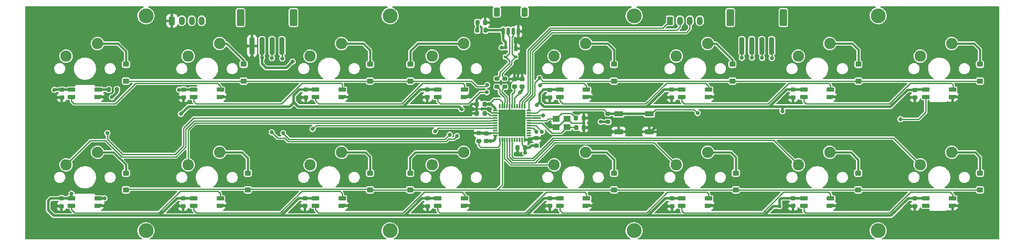
<source format=gbl>
G04 #@! TF.GenerationSoftware,KiCad,Pcbnew,(6.0.7)*
G04 #@! TF.CreationDate,2023-01-14T22:54:19+05:00*
G04 #@! TF.ProjectId,2x8 Music Keyboard PCB,32783820-4d75-4736-9963-204b6579626f,1*
G04 #@! TF.SameCoordinates,Original*
G04 #@! TF.FileFunction,Copper,L2,Bot*
G04 #@! TF.FilePolarity,Positive*
%FSLAX46Y46*%
G04 Gerber Fmt 4.6, Leading zero omitted, Abs format (unit mm)*
G04 Created by KiCad (PCBNEW (6.0.7)) date 2023-01-14 22:54:19*
%MOMM*%
%LPD*%
G01*
G04 APERTURE LIST*
G04 Aperture macros list*
%AMRoundRect*
0 Rectangle with rounded corners*
0 $1 Rounding radius*
0 $2 $3 $4 $5 $6 $7 $8 $9 X,Y pos of 4 corners*
0 Add a 4 corners polygon primitive as box body*
4,1,4,$2,$3,$4,$5,$6,$7,$8,$9,$2,$3,0*
0 Add four circle primitives for the rounded corners*
1,1,$1+$1,$2,$3*
1,1,$1+$1,$4,$5*
1,1,$1+$1,$6,$7*
1,1,$1+$1,$8,$9*
0 Add four rect primitives between the rounded corners*
20,1,$1+$1,$2,$3,$4,$5,0*
20,1,$1+$1,$4,$5,$6,$7,0*
20,1,$1+$1,$6,$7,$8,$9,0*
20,1,$1+$1,$8,$9,$2,$3,0*%
%AMOutline5P*
0 Free polygon, 5 corners , with rotation*
0 The origin of the aperture is its center*
0 number of corners: always 5*
0 $1 to $10 corner X, Y*
0 $11 Rotation angle, in degrees counterclockwise*
0 create outline with 5 corners*
4,1,5,$1,$2,$3,$4,$5,$6,$7,$8,$9,$10,$1,$2,$11*%
%AMOutline6P*
0 Free polygon, 6 corners , with rotation*
0 The origin of the aperture is its center*
0 number of corners: always 6*
0 $1 to $12 corner X, Y*
0 $13 Rotation angle, in degrees counterclockwise*
0 create outline with 6 corners*
4,1,6,$1,$2,$3,$4,$5,$6,$7,$8,$9,$10,$11,$12,$1,$2,$13*%
%AMOutline7P*
0 Free polygon, 7 corners , with rotation*
0 The origin of the aperture is its center*
0 number of corners: always 7*
0 $1 to $14 corner X, Y*
0 $15 Rotation angle, in degrees counterclockwise*
0 create outline with 7 corners*
4,1,7,$1,$2,$3,$4,$5,$6,$7,$8,$9,$10,$11,$12,$13,$14,$1,$2,$15*%
%AMOutline8P*
0 Free polygon, 8 corners , with rotation*
0 The origin of the aperture is its center*
0 number of corners: always 8*
0 $1 to $16 corner X, Y*
0 $17 Rotation angle, in degrees counterclockwise*
0 create outline with 8 corners*
4,1,8,$1,$2,$3,$4,$5,$6,$7,$8,$9,$10,$11,$12,$13,$14,$15,$16,$1,$2,$17*%
G04 Aperture macros list end*
G04 #@! TA.AperFunction,WasherPad*
%ADD10C,3.000000*%
G04 #@! TD*
G04 #@! TA.AperFunction,ComponentPad*
%ADD11C,2.275000*%
G04 #@! TD*
G04 #@! TA.AperFunction,SMDPad,CuDef*
%ADD12RoundRect,0.225000X-0.250000X0.225000X-0.250000X-0.225000X0.250000X-0.225000X0.250000X0.225000X0*%
G04 #@! TD*
G04 #@! TA.AperFunction,SMDPad,CuDef*
%ADD13RoundRect,0.083500X-0.656500X0.334000X-0.656500X-0.334000X0.656500X-0.334000X0.656500X0.334000X0*%
G04 #@! TD*
G04 #@! TA.AperFunction,SMDPad,CuDef*
%ADD14RoundRect,0.077500X-0.677500X0.310000X-0.677500X-0.310000X0.677500X-0.310000X0.677500X0.310000X0*%
G04 #@! TD*
G04 #@! TA.AperFunction,SMDPad,CuDef*
%ADD15Outline5P,-0.407500X0.725000X0.000000X0.725000X0.407500X0.317500X0.407500X-0.725000X-0.407500X-0.725000X270.000000*%
G04 #@! TD*
G04 #@! TA.AperFunction,SMDPad,CuDef*
%ADD16RoundRect,0.082500X-0.647500X0.330000X-0.647500X-0.330000X0.647500X-0.330000X0.647500X0.330000X0*%
G04 #@! TD*
G04 #@! TA.AperFunction,SMDPad,CuDef*
%ADD17RoundRect,0.225000X-0.225000X-0.250000X0.225000X-0.250000X0.225000X0.250000X-0.225000X0.250000X0*%
G04 #@! TD*
G04 #@! TA.AperFunction,SMDPad,CuDef*
%ADD18R,0.700000X1.000000*%
G04 #@! TD*
G04 #@! TA.AperFunction,SMDPad,CuDef*
%ADD19R,0.700000X0.600000*%
G04 #@! TD*
G04 #@! TA.AperFunction,SMDPad,CuDef*
%ADD20RoundRect,0.200000X-0.275000X0.200000X-0.275000X-0.200000X0.275000X-0.200000X0.275000X0.200000X0*%
G04 #@! TD*
G04 #@! TA.AperFunction,ComponentPad*
%ADD21RoundRect,0.250000X-0.350000X-0.625000X0.350000X-0.625000X0.350000X0.625000X-0.350000X0.625000X0*%
G04 #@! TD*
G04 #@! TA.AperFunction,ComponentPad*
%ADD22O,1.200000X1.750000*%
G04 #@! TD*
G04 #@! TA.AperFunction,SMDPad,CuDef*
%ADD23RoundRect,0.275000X-0.335000X0.275000X-0.335000X-0.275000X0.335000X-0.275000X0.335000X0.275000X0*%
G04 #@! TD*
G04 #@! TA.AperFunction,SMDPad,CuDef*
%ADD24RoundRect,0.200000X0.200000X0.275000X-0.200000X0.275000X-0.200000X-0.275000X0.200000X-0.275000X0*%
G04 #@! TD*
G04 #@! TA.AperFunction,SMDPad,CuDef*
%ADD25RoundRect,0.200000X0.275000X-0.200000X0.275000X0.200000X-0.275000X0.200000X-0.275000X-0.200000X0*%
G04 #@! TD*
G04 #@! TA.AperFunction,SMDPad,CuDef*
%ADD26RoundRect,0.250000X-0.250000X-1.500000X0.250000X-1.500000X0.250000X1.500000X-0.250000X1.500000X0*%
G04 #@! TD*
G04 #@! TA.AperFunction,SMDPad,CuDef*
%ADD27RoundRect,0.250001X-0.499999X-1.449999X0.499999X-1.449999X0.499999X1.449999X-0.499999X1.449999X0*%
G04 #@! TD*
G04 #@! TA.AperFunction,SMDPad,CuDef*
%ADD28RoundRect,0.150000X-0.150000X-0.625000X0.150000X-0.625000X0.150000X0.625000X-0.150000X0.625000X0*%
G04 #@! TD*
G04 #@! TA.AperFunction,SMDPad,CuDef*
%ADD29RoundRect,0.249999X-0.350001X-0.650001X0.350001X-0.650001X0.350001X0.650001X-0.350001X0.650001X0*%
G04 #@! TD*
G04 #@! TA.AperFunction,SMDPad,CuDef*
%ADD30R,1.400000X1.200000*%
G04 #@! TD*
G04 #@! TA.AperFunction,SMDPad,CuDef*
%ADD31RoundRect,0.218750X0.218750X0.256250X-0.218750X0.256250X-0.218750X-0.256250X0.218750X-0.256250X0*%
G04 #@! TD*
G04 #@! TA.AperFunction,SMDPad,CuDef*
%ADD32RoundRect,0.225000X0.225000X0.250000X-0.225000X0.250000X-0.225000X-0.250000X0.225000X-0.250000X0*%
G04 #@! TD*
G04 #@! TA.AperFunction,SMDPad,CuDef*
%ADD33R,1.800000X1.100000*%
G04 #@! TD*
G04 #@! TA.AperFunction,SMDPad,CuDef*
%ADD34R,0.300000X0.950000*%
G04 #@! TD*
G04 #@! TA.AperFunction,SMDPad,CuDef*
%ADD35R,0.950000X0.300000*%
G04 #@! TD*
G04 #@! TA.AperFunction,SMDPad,CuDef*
%ADD36R,5.400000X5.400000*%
G04 #@! TD*
G04 #@! TA.AperFunction,ViaPad*
%ADD37C,0.800000*%
G04 #@! TD*
G04 #@! TA.AperFunction,Conductor*
%ADD38C,0.254000*%
G04 #@! TD*
G04 #@! TA.AperFunction,Conductor*
%ADD39C,0.381000*%
G04 #@! TD*
G04 #@! TA.AperFunction,Conductor*
%ADD40C,0.508000*%
G04 #@! TD*
G04 #@! TA.AperFunction,Conductor*
%ADD41C,0.279400*%
G04 #@! TD*
G04 APERTURE END LIST*
D10*
G04 #@! TO.P,H7,*
G04 #@! TO.N,*
X125715000Y-80875000D03*
G04 #@! TD*
D11*
G04 #@! TO.P,K_14,1,COL*
G04 #@! TO.N,col5*
X183405000Y-111034995D03*
G04 #@! TO.P,K_14,2,ROW*
G04 #@! TO.N,Net-(D_14-Pad2)*
X189755000Y-108494995D03*
G04 #@! TD*
G04 #@! TO.P,K_5,1,COL*
G04 #@! TO.N,col4*
X158805000Y-89035000D03*
G04 #@! TO.P,K_5,2,ROW*
G04 #@! TO.N,Net-(D_5-Pad2)*
X165155000Y-86495000D03*
G04 #@! TD*
G04 #@! TO.P,K_12,1,COL*
G04 #@! TO.N,col3*
X134205000Y-111034995D03*
G04 #@! TO.P,K_12,2,ROW*
G04 #@! TO.N,Net-(D_12-Pad2)*
X140555000Y-108494995D03*
G04 #@! TD*
G04 #@! TO.P,K_9,1,COL*
G04 #@! TO.N,col0*
X60405000Y-111034995D03*
G04 #@! TO.P,K_9,2,ROW*
G04 #@! TO.N,Net-(D_9-Pad2)*
X66755000Y-108494995D03*
G04 #@! TD*
D10*
G04 #@! TO.P,H5,*
G04 #@! TO.N,*
X174915000Y-80875000D03*
G04 #@! TD*
D11*
G04 #@! TO.P,K_7,1,COL*
G04 #@! TO.N,col6*
X208005000Y-89035000D03*
G04 #@! TO.P,K_7,2,ROW*
G04 #@! TO.N,Net-(D_7-Pad2)*
X214355000Y-86495000D03*
G04 #@! TD*
G04 #@! TO.P,K_1,1,COL*
G04 #@! TO.N,col0*
X60405000Y-89035000D03*
G04 #@! TO.P,K_1,2,ROW*
G04 #@! TO.N,Net-(D_1-Pad2)*
X66755000Y-86495000D03*
G04 #@! TD*
G04 #@! TO.P,K_8,1,COL*
G04 #@! TO.N,col7*
X232605000Y-89035000D03*
G04 #@! TO.P,K_8,2,ROW*
G04 #@! TO.N,Net-(D_8-Pad2)*
X238955000Y-86495000D03*
G04 #@! TD*
G04 #@! TO.P,K_15,1,COL*
G04 #@! TO.N,col6*
X208005000Y-111034995D03*
G04 #@! TO.P,K_15,2,ROW*
G04 #@! TO.N,Net-(D_15-Pad2)*
X214355000Y-108494995D03*
G04 #@! TD*
G04 #@! TO.P,K_6,1,COL*
G04 #@! TO.N,col5*
X183405000Y-89035000D03*
G04 #@! TO.P,K_6,2,ROW*
G04 #@! TO.N,Net-(D_6-Pad2)*
X189755000Y-86495000D03*
G04 #@! TD*
G04 #@! TO.P,K_2,1,COL*
G04 #@! TO.N,col1*
X85005000Y-89035000D03*
G04 #@! TO.P,K_2,2,ROW*
G04 #@! TO.N,Net-(D_2-Pad2)*
X91355000Y-86495000D03*
G04 #@! TD*
G04 #@! TO.P,K_3,1,COL*
G04 #@! TO.N,col2*
X109605000Y-89035000D03*
G04 #@! TO.P,K_3,2,ROW*
G04 #@! TO.N,Net-(D_3-Pad2)*
X115955000Y-86495000D03*
G04 #@! TD*
G04 #@! TO.P,K_11,1,COL*
G04 #@! TO.N,col2*
X109605000Y-111034995D03*
G04 #@! TO.P,K_11,2,ROW*
G04 #@! TO.N,Net-(D_11-Pad2)*
X115955000Y-108494995D03*
G04 #@! TD*
D10*
G04 #@! TO.P,H6,*
G04 #@! TO.N,*
X224115000Y-80875000D03*
G04 #@! TD*
D11*
G04 #@! TO.P,K_13,1,COL*
G04 #@! TO.N,col4*
X158805000Y-111034995D03*
G04 #@! TO.P,K_13,2,ROW*
G04 #@! TO.N,Net-(D_13-Pad2)*
X165155000Y-108494995D03*
G04 #@! TD*
D10*
G04 #@! TO.P,H8,*
G04 #@! TO.N,*
X76515000Y-80875000D03*
G04 #@! TD*
D11*
G04 #@! TO.P,K_4,1,COL*
G04 #@! TO.N,col3*
X134205000Y-89035000D03*
G04 #@! TO.P,K_4,2,ROW*
G04 #@! TO.N,Net-(D_4-Pad2)*
X140555000Y-86495000D03*
G04 #@! TD*
G04 #@! TO.P,K_16,1,COL*
G04 #@! TO.N,col7*
X232605000Y-111034995D03*
G04 #@! TO.P,K_16,2,ROW*
G04 #@! TO.N,Net-(D_16-Pad2)*
X238955000Y-108494995D03*
G04 #@! TD*
G04 #@! TO.P,K_10,1,COL*
G04 #@! TO.N,col1*
X85005000Y-111034995D03*
G04 #@! TO.P,K_10,2,ROW*
G04 #@! TO.N,Net-(D_10-Pad2)*
X91355000Y-108494995D03*
G04 #@! TD*
D12*
G04 #@! TO.P,C20,1*
G04 #@! TO.N,GND*
X108565000Y-119370000D03*
G04 #@! TO.P,C20,2*
G04 #@! TO.N,VCC*
X108565000Y-117820000D03*
G04 #@! TD*
D13*
G04 #@! TO.P,LED9,1,VDD*
G04 #@! TO.N,VCC*
X61515000Y-117824995D03*
D14*
G04 #@! TO.P,LED9,2,DOUT*
G04 #@! TO.N,Net-(LED10-Pad4)*
X61515000Y-119324995D03*
D15*
G04 #@! TO.P,LED9,3,VSS*
G04 #@! TO.N,GND*
X66915000Y-119324995D03*
D16*
G04 #@! TO.P,LED9,4,DIN*
G04 #@! TO.N,Net-(LED8-Pad2)*
X66915000Y-117824995D03*
G04 #@! TD*
D12*
G04 #@! TO.P,C10,1*
G04 #@! TO.N,GND*
X59535000Y-97390000D03*
G04 #@! TO.P,C10,2*
G04 #@! TO.N,VCC*
X59535000Y-95840000D03*
G04 #@! TD*
D10*
G04 #@! TO.P,H1,*
G04 #@! TO.N,*
X125715000Y-124375005D03*
G04 #@! TD*
D13*
G04 #@! TO.P,LED3,1,VDD*
G04 #@! TO.N,VCC*
X110715000Y-95825000D03*
D14*
G04 #@! TO.P,LED3,2,DOUT*
G04 #@! TO.N,Net-(LED3-Pad2)*
X110715000Y-97325000D03*
D15*
G04 #@! TO.P,LED3,3,VSS*
G04 #@! TO.N,GND*
X116115000Y-97325000D03*
D16*
G04 #@! TO.P,LED3,4,DIN*
G04 #@! TO.N,Net-(LED2-Pad2)*
X116115000Y-95825000D03*
G04 #@! TD*
D17*
G04 #@! TO.P,C1,1*
G04 #@! TO.N,GND*
X164745000Y-101575000D03*
G04 #@! TO.P,C1,2*
G04 #@! TO.N,XTAL2*
X163195000Y-101575000D03*
G04 #@! TD*
D12*
G04 #@! TO.P,C21,1*
G04 #@! TO.N,GND*
X133275000Y-119395000D03*
G04 #@! TO.P,C21,2*
G04 #@! TO.N,VCC*
X133275000Y-117845000D03*
G04 #@! TD*
D13*
G04 #@! TO.P,LED2,1,VDD*
G04 #@! TO.N,VCC*
X86115000Y-95825000D03*
D14*
G04 #@! TO.P,LED2,2,DOUT*
G04 #@! TO.N,Net-(LED2-Pad2)*
X86115000Y-97325000D03*
D15*
G04 #@! TO.P,LED2,3,VSS*
G04 #@! TO.N,GND*
X91515000Y-97325000D03*
D16*
G04 #@! TO.P,LED2,4,DIN*
G04 #@! TO.N,Net-(LED1-Pad2)*
X91515000Y-95825000D03*
G04 #@! TD*
D17*
G04 #@! TO.P,C4,1*
G04 #@! TO.N,VCC*
X152960000Y-107605000D03*
G04 #@! TO.P,C4,2*
G04 #@! TO.N,GND*
X151410000Y-107605000D03*
G04 #@! TD*
D18*
G04 #@! TO.P,ESD1,1,GND*
G04 #@! TO.N,GND*
X151035000Y-87500000D03*
D19*
G04 #@! TO.P,ESD1,2,I/O1*
G04 #@! TO.N,DP*
X151035000Y-89200000D03*
G04 #@! TO.P,ESD1,3,I/O2*
G04 #@! TO.N,DN*
X149035000Y-89200000D03*
G04 #@! TO.P,ESD1,4,VCC*
G04 #@! TO.N,VCC*
X149035000Y-87300000D03*
G04 #@! TD*
D12*
G04 #@! TO.P,C15,1*
G04 #@! TO.N,GND*
X182495000Y-97390000D03*
G04 #@! TO.P,C15,2*
G04 #@! TO.N,VCC*
X182495000Y-95840000D03*
G04 #@! TD*
G04 #@! TO.P,C12,1*
G04 #@! TO.N,GND*
X108705000Y-97380000D03*
G04 #@! TO.P,C12,2*
G04 #@! TO.N,VCC*
X108705000Y-95830000D03*
G04 #@! TD*
D13*
G04 #@! TO.P,LED16,1,VDD*
G04 #@! TO.N,VCC*
X233715000Y-117824995D03*
D14*
G04 #@! TO.P,LED16,2,DOUT*
G04 #@! TO.N,unconnected-(LED16-Pad2)*
X233715000Y-119324995D03*
D15*
G04 #@! TO.P,LED16,3,VSS*
G04 #@! TO.N,GND*
X239115000Y-119324995D03*
D16*
G04 #@! TO.P,LED16,4,DIN*
G04 #@! TO.N,Net-(LED15-Pad2)*
X239115000Y-117824995D03*
G04 #@! TD*
D20*
G04 #@! TO.P,R3,1*
G04 #@! TO.N,D_N*
X147285000Y-95250000D03*
G04 #@! TO.P,R3,2*
G04 #@! TO.N,DN*
X147285000Y-93600000D03*
G04 #@! TD*
D21*
G04 #@! TO.P,J3,1,Pin_1*
G04 #@! TO.N,SCLK*
X182155000Y-81875000D03*
D22*
G04 #@! TO.P,J3,2,Pin_2*
G04 #@! TO.N,MOSI*
X184155000Y-81875000D03*
G04 #@! TO.P,J3,3,Pin_3*
G04 #@! TO.N,MISO*
X186155000Y-81875000D03*
G04 #@! TO.P,J3,4,Pin_4*
G04 #@! TO.N,RESET*
X188155000Y-81875000D03*
G04 #@! TD*
D13*
G04 #@! TO.P,LED7,1,VDD*
G04 #@! TO.N,VCC*
X209115000Y-95825000D03*
D14*
G04 #@! TO.P,LED7,2,DOUT*
G04 #@! TO.N,Net-(LED7-Pad2)*
X209115000Y-97325000D03*
D15*
G04 #@! TO.P,LED7,3,VSS*
G04 #@! TO.N,GND*
X214515000Y-97325000D03*
D16*
G04 #@! TO.P,LED7,4,DIN*
G04 #@! TO.N,Net-(LED6-Pad2)*
X214515000Y-95825000D03*
G04 #@! TD*
D21*
G04 #@! TO.P,J5,1,Pin_1*
G04 #@! TO.N,GND*
X81755000Y-81875000D03*
D22*
G04 #@! TO.P,J5,2,Pin_2*
G04 #@! TO.N,VCC*
X83755000Y-81875000D03*
G04 #@! TO.P,J5,3,Pin_3*
G04 #@! TO.N,SDA*
X85755000Y-81875000D03*
G04 #@! TO.P,J5,4,Pin_4*
G04 #@! TO.N,SCL*
X87755000Y-81875000D03*
G04 #@! TD*
D23*
G04 #@! TO.P,D_12,1,K*
G04 #@! TO.N,row1*
X129775000Y-116100000D03*
G04 #@! TO.P,D_12,2,A*
G04 #@! TO.N,Net-(D_12-Pad2)*
X129775000Y-112700000D03*
G04 #@! TD*
D13*
G04 #@! TO.P,LED1,1,VDD*
G04 #@! TO.N,VCC*
X61515000Y-95825000D03*
D14*
G04 #@! TO.P,LED1,2,DOUT*
G04 #@! TO.N,Net-(LED1-Pad2)*
X61515000Y-97325000D03*
D15*
G04 #@! TO.P,LED1,3,VSS*
G04 #@! TO.N,GND*
X66915000Y-97325000D03*
D16*
G04 #@! TO.P,LED1,4,DIN*
G04 #@! TO.N,RGB_LEDs*
X66915000Y-95825000D03*
G04 #@! TD*
D24*
G04 #@! TO.P,R2,1*
G04 #@! TO.N,Net-(P1-Pad2)*
X143310000Y-83805000D03*
G04 #@! TO.P,R2,2*
G04 #@! TO.N,VCC*
X144960000Y-83805000D03*
G04 #@! TD*
D23*
G04 #@! TO.P,D_7,1,K*
G04 #@! TO.N,row0*
X220125000Y-94075000D03*
G04 #@! TO.P,D_7,2,A*
G04 #@! TO.N,Net-(D_7-Pad2)*
X220125000Y-90675000D03*
G04 #@! TD*
D12*
G04 #@! TO.P,C14,1*
G04 #@! TO.N,GND*
X157935000Y-97420000D03*
G04 #@! TO.P,C14,2*
G04 #@! TO.N,VCC*
X157935000Y-95870000D03*
G04 #@! TD*
G04 #@! TO.P,C9,1*
G04 #@! TO.N,Net-(C9-Pad1)*
X150805000Y-95200000D03*
G04 #@! TO.P,C9,2*
G04 #@! TO.N,GND*
X150805000Y-93650000D03*
G04 #@! TD*
D13*
G04 #@! TO.P,LED12,1,VDD*
G04 #@! TO.N,VCC*
X135315000Y-117824995D03*
D14*
G04 #@! TO.P,LED12,2,DOUT*
G04 #@! TO.N,Net-(LED12-Pad2)*
X135315000Y-119324995D03*
D15*
G04 #@! TO.P,LED12,3,VSS*
G04 #@! TO.N,GND*
X140715000Y-119324995D03*
D16*
G04 #@! TO.P,LED12,4,DIN*
G04 #@! TO.N,Net-(LED11-Pad2)*
X140715000Y-117824995D03*
G04 #@! TD*
D13*
G04 #@! TO.P,LED15,1,VDD*
G04 #@! TO.N,VCC*
X209115000Y-117824995D03*
D14*
G04 #@! TO.P,LED15,2,DOUT*
G04 #@! TO.N,Net-(LED15-Pad2)*
X209115000Y-119324995D03*
D15*
G04 #@! TO.P,LED15,3,VSS*
G04 #@! TO.N,GND*
X214515000Y-119324995D03*
D16*
G04 #@! TO.P,LED15,4,DIN*
G04 #@! TO.N,Net-(LED14-Pad2)*
X214515000Y-117824995D03*
G04 #@! TD*
D10*
G04 #@! TO.P,H4,*
G04 #@! TO.N,*
X76515000Y-124375005D03*
G04 #@! TD*
D23*
G04 #@! TO.P,D_13,1,K*
G04 #@! TO.N,row1*
X170855000Y-116100000D03*
G04 #@! TO.P,D_13,2,A*
G04 #@! TO.N,Net-(D_13-Pad2)*
X170855000Y-112700000D03*
G04 #@! TD*
D12*
G04 #@! TO.P,C17,1*
G04 #@! TO.N,GND*
X231515000Y-97410000D03*
G04 #@! TO.P,C17,2*
G04 #@! TO.N,VCC*
X231515000Y-95860000D03*
G04 #@! TD*
D23*
G04 #@! TO.P,D_1,1,K*
G04 #@! TO.N,row0*
X72505000Y-94075000D03*
G04 #@! TO.P,D_1,2,A*
G04 #@! TO.N,Net-(D_1-Pad2)*
X72505000Y-90675000D03*
G04 #@! TD*
D25*
G04 #@! TO.P,R1,1*
G04 #@! TO.N,RESET*
X169635000Y-100690000D03*
G04 #@! TO.P,R1,2*
G04 #@! TO.N,VCC*
X169635000Y-102340000D03*
G04 #@! TD*
D12*
G04 #@! TO.P,C16,1*
G04 #@! TO.N,GND*
X206965000Y-97380000D03*
G04 #@! TO.P,C16,2*
G04 #@! TO.N,VCC*
X206965000Y-95830000D03*
G04 #@! TD*
D10*
G04 #@! TO.P,H2,*
G04 #@! TO.N,*
X224115000Y-124375005D03*
G04 #@! TD*
D12*
G04 #@! TO.P,C18,1*
G04 #@! TO.N,GND*
X59495000Y-119390000D03*
G04 #@! TO.P,C18,2*
G04 #@! TO.N,VCC*
X59495000Y-117840000D03*
G04 #@! TD*
D26*
G04 #@! TO.P,J4,1,Pin_1*
G04 #@! TO.N,GND*
X97915000Y-86975000D03*
G04 #@! TO.P,J4,2,Pin_2*
G04 #@! TO.N,VCC*
X99915000Y-86975000D03*
G04 #@! TO.P,J4,3,Pin_3*
G04 #@! TO.N,SDA*
X101915000Y-86975000D03*
G04 #@! TO.P,J4,4,Pin_4*
G04 #@! TO.N,SCL*
X103915000Y-86975000D03*
D27*
G04 #@! TO.P,J4,MP*
G04 #@! TO.N,N/C*
X106265000Y-81225000D03*
X95565000Y-81225000D03*
G04 #@! TD*
D23*
G04 #@! TO.P,D_16,1,K*
G04 #@! TO.N,row1*
X244645000Y-116100000D03*
G04 #@! TO.P,D_16,2,A*
G04 #@! TO.N,Net-(D_16-Pad2)*
X244645000Y-112700000D03*
G04 #@! TD*
D24*
G04 #@! TO.P,R5,1*
G04 #@! TO.N,RGB_LEDs*
X69020000Y-95825000D03*
G04 #@! TO.P,R5,2*
G04 #@! TO.N,Net-(R5-Pad2)*
X70670000Y-95825000D03*
G04 #@! TD*
D23*
G04 #@! TO.P,D_10,1,K*
G04 #@! TO.N,row1*
X97065000Y-116100000D03*
G04 #@! TO.P,D_10,2,A*
G04 #@! TO.N,Net-(D_10-Pad2)*
X97065000Y-112700000D03*
G04 #@! TD*
D10*
G04 #@! TO.P,H3,*
G04 #@! TO.N,*
X174915000Y-124375005D03*
G04 #@! TD*
D13*
G04 #@! TO.P,LED4,1,VDD*
G04 #@! TO.N,VCC*
X135315000Y-95825000D03*
D14*
G04 #@! TO.P,LED4,2,DOUT*
G04 #@! TO.N,Net-(LED4-Pad2)*
X135315000Y-97325000D03*
D15*
G04 #@! TO.P,LED4,3,VSS*
G04 #@! TO.N,GND*
X140715000Y-97325000D03*
D16*
G04 #@! TO.P,LED4,4,DIN*
G04 #@! TO.N,Net-(LED3-Pad2)*
X140715000Y-95825000D03*
G04 #@! TD*
D13*
G04 #@! TO.P,LED8,1,VDD*
G04 #@! TO.N,VCC*
X233715000Y-95825000D03*
D14*
G04 #@! TO.P,LED8,2,DOUT*
G04 #@! TO.N,Net-(LED8-Pad2)*
X233715000Y-97325000D03*
D15*
G04 #@! TO.P,LED8,3,VSS*
G04 #@! TO.N,GND*
X239115000Y-97325000D03*
D16*
G04 #@! TO.P,LED8,4,DIN*
G04 #@! TO.N,Net-(LED7-Pad2)*
X239115000Y-95825000D03*
G04 #@! TD*
D23*
G04 #@! TO.P,D_4,1,K*
G04 #@! TO.N,row0*
X129805000Y-94075000D03*
G04 #@! TO.P,D_4,2,A*
G04 #@! TO.N,Net-(D_4-Pad2)*
X129805000Y-90675000D03*
G04 #@! TD*
G04 #@! TO.P,D_14,1,K*
G04 #@! TO.N,row1*
X195445000Y-116100000D03*
G04 #@! TO.P,D_14,2,A*
G04 #@! TO.N,Net-(D_14-Pad2)*
X195445000Y-112700000D03*
G04 #@! TD*
D12*
G04 #@! TO.P,C13,1*
G04 #@! TO.N,GND*
X133205000Y-97360000D03*
G04 #@! TO.P,C13,2*
G04 #@! TO.N,VCC*
X133205000Y-95810000D03*
G04 #@! TD*
D23*
G04 #@! TO.P,D_3,1,K*
G04 #@! TO.N,row0*
X121665000Y-94075000D03*
G04 #@! TO.P,D_3,2,A*
G04 #@! TO.N,Net-(D_3-Pad2)*
X121665000Y-90675000D03*
G04 #@! TD*
D12*
G04 #@! TO.P,C2,1*
G04 #@! TO.N,VCC*
X155225000Y-107150000D03*
G04 #@! TO.P,C2,2*
G04 #@! TO.N,GND*
X155225000Y-105600000D03*
G04 #@! TD*
D28*
G04 #@! TO.P,J1,1,Pin_1*
G04 #@! TO.N,VCC*
X148545000Y-84005000D03*
G04 #@! TO.P,J1,2,Pin_2*
G04 #@! TO.N,DN*
X149545000Y-84005000D03*
G04 #@! TO.P,J1,3,Pin_3*
G04 #@! TO.N,DP*
X150545000Y-84005000D03*
G04 #@! TO.P,J1,4,Pin_4*
G04 #@! TO.N,GND*
X151545000Y-84005000D03*
D29*
G04 #@! TO.P,J1,MP*
G04 #@! TO.N,N/C*
X152845000Y-80130000D03*
X147245000Y-80130000D03*
G04 #@! TD*
D26*
G04 #@! TO.P,J2,1,Pin_1*
G04 #@! TO.N,SCLK*
X196645000Y-86975000D03*
G04 #@! TO.P,J2,2,Pin_2*
G04 #@! TO.N,MOSI*
X198645000Y-86975000D03*
G04 #@! TO.P,J2,3,Pin_3*
G04 #@! TO.N,MISO*
X200645000Y-86975000D03*
G04 #@! TO.P,J2,4,Pin_4*
G04 #@! TO.N,RESET*
X202645000Y-86975000D03*
D27*
G04 #@! TO.P,J2,MP*
G04 #@! TO.N,N/C*
X204995000Y-81225000D03*
X194295000Y-81225000D03*
G04 #@! TD*
D23*
G04 #@! TO.P,D_11,1,K*
G04 #@! TO.N,row1*
X121675000Y-116100000D03*
G04 #@! TO.P,D_11,2,A*
G04 #@! TO.N,Net-(D_11-Pad2)*
X121675000Y-112700000D03*
G04 #@! TD*
D30*
G04 #@! TO.P,Y1,1,1*
G04 #@! TO.N,XTAL1*
X161405000Y-103405000D03*
G04 #@! TO.P,Y1,2,2*
G04 #@! TO.N,GND*
X159205000Y-103405000D03*
G04 #@! TO.P,Y1,3,3*
G04 #@! TO.N,XTAL2*
X159205000Y-101705000D03*
G04 #@! TO.P,Y1,4,4*
G04 #@! TO.N,GND*
X161405000Y-101705000D03*
G04 #@! TD*
D23*
G04 #@! TO.P,D_2,1,K*
G04 #@! TO.N,row0*
X96195000Y-94075000D03*
G04 #@! TO.P,D_2,2,A*
G04 #@! TO.N,Net-(D_2-Pad2)*
X96195000Y-90675000D03*
G04 #@! TD*
D31*
G04 #@! TO.P,P1,1,K*
G04 #@! TO.N,GND*
X144902500Y-82215000D03*
G04 #@! TO.P,P1,2,A*
G04 #@! TO.N,Net-(P1-Pad2)*
X143327500Y-82215000D03*
G04 #@! TD*
D12*
G04 #@! TO.P,C25,1*
G04 #@! TO.N,GND*
X231525000Y-119385000D03*
G04 #@! TO.P,C25,2*
G04 #@! TO.N,VCC*
X231525000Y-117835000D03*
G04 #@! TD*
D23*
G04 #@! TO.P,D_15,1,K*
G04 #@! TO.N,row1*
X220085000Y-116100000D03*
G04 #@! TO.P,D_15,2,A*
G04 #@! TO.N,Net-(D_15-Pad2)*
X220085000Y-112700000D03*
G04 #@! TD*
D25*
G04 #@! TO.P,R6,1*
G04 #@! TO.N,GND*
X143575000Y-104605000D03*
G04 #@! TO.P,R6,2*
G04 #@! TO.N,Net-(R6-Pad2)*
X143575000Y-106255000D03*
G04 #@! TD*
D13*
G04 #@! TO.P,LED11,1,VDD*
G04 #@! TO.N,VCC*
X110715000Y-117824995D03*
D14*
G04 #@! TO.P,LED11,2,DOUT*
G04 #@! TO.N,Net-(LED11-Pad2)*
X110715000Y-119324995D03*
D15*
G04 #@! TO.P,LED11,3,VSS*
G04 #@! TO.N,GND*
X116115000Y-119324995D03*
D16*
G04 #@! TO.P,LED11,4,DIN*
G04 #@! TO.N,Net-(LED10-Pad2)*
X116115000Y-117824995D03*
G04 #@! TD*
D13*
G04 #@! TO.P,LED13,1,VDD*
G04 #@! TO.N,VCC*
X159915000Y-117824995D03*
D14*
G04 #@! TO.P,LED13,2,DOUT*
G04 #@! TO.N,Net-(LED13-Pad2)*
X159915000Y-119324995D03*
D15*
G04 #@! TO.P,LED13,3,VSS*
G04 #@! TO.N,GND*
X165315000Y-119324995D03*
D16*
G04 #@! TO.P,LED13,4,DIN*
G04 #@! TO.N,Net-(LED12-Pad2)*
X165315000Y-117824995D03*
G04 #@! TD*
D17*
G04 #@! TO.P,C7,1*
G04 #@! TO.N,GND*
X164765000Y-103505000D03*
G04 #@! TO.P,C7,2*
G04 #@! TO.N,XTAL1*
X163215000Y-103505000D03*
G04 #@! TD*
D23*
G04 #@! TO.P,D_5,1,K*
G04 #@! TO.N,row0*
X170835000Y-94075000D03*
G04 #@! TO.P,D_5,2,A*
G04 #@! TO.N,Net-(D_5-Pad2)*
X170835000Y-90675000D03*
G04 #@! TD*
D13*
G04 #@! TO.P,LED14,1,VDD*
G04 #@! TO.N,VCC*
X184515000Y-117824995D03*
D14*
G04 #@! TO.P,LED14,2,DOUT*
G04 #@! TO.N,Net-(LED14-Pad2)*
X184515000Y-119324995D03*
D15*
G04 #@! TO.P,LED14,3,VSS*
G04 #@! TO.N,GND*
X189915000Y-119324995D03*
D16*
G04 #@! TO.P,LED14,4,DIN*
G04 #@! TO.N,Net-(LED13-Pad2)*
X189915000Y-117824995D03*
G04 #@! TD*
D23*
G04 #@! TO.P,D_9,1,K*
G04 #@! TO.N,row1*
X72485000Y-116100000D03*
G04 #@! TO.P,D_9,2,A*
G04 #@! TO.N,Net-(D_9-Pad2)*
X72485000Y-112700000D03*
G04 #@! TD*
D13*
G04 #@! TO.P,LED6,1,VDD*
G04 #@! TO.N,VCC*
X184515000Y-95825000D03*
D14*
G04 #@! TO.P,LED6,2,DOUT*
G04 #@! TO.N,Net-(LED6-Pad2)*
X184515000Y-97325000D03*
D15*
G04 #@! TO.P,LED6,3,VSS*
G04 #@! TO.N,GND*
X189915000Y-97325000D03*
D16*
G04 #@! TO.P,LED6,4,DIN*
G04 #@! TO.N,Net-(LED5-Pad2)*
X189915000Y-95825000D03*
G04 #@! TD*
D32*
G04 #@! TO.P,C8,1*
G04 #@! TO.N,GND*
X143215000Y-100645000D03*
G04 #@! TO.P,C8,2*
G04 #@! TO.N,Net-(C8-Pad2)*
X144765000Y-100645000D03*
G04 #@! TD*
D12*
G04 #@! TO.P,C3,1*
G04 #@! TO.N,VCC*
X152355000Y-95200000D03*
G04 #@! TO.P,C3,2*
G04 #@! TO.N,GND*
X152355000Y-93650000D03*
G04 #@! TD*
G04 #@! TO.P,C19,1*
G04 #@! TO.N,GND*
X83985000Y-119390000D03*
G04 #@! TO.P,C19,2*
G04 #@! TO.N,VCC*
X83985000Y-117840000D03*
G04 #@! TD*
D23*
G04 #@! TO.P,D_8,1,K*
G04 #@! TO.N,row0*
X244645000Y-94075000D03*
G04 #@! TO.P,D_8,2,A*
G04 #@! TO.N,Net-(D_8-Pad2)*
X244645000Y-90675000D03*
G04 #@! TD*
D12*
G04 #@! TO.P,C24,1*
G04 #@! TO.N,GND*
X206925000Y-119350000D03*
G04 #@! TO.P,C24,2*
G04 #@! TO.N,VCC*
X206925000Y-117800000D03*
G04 #@! TD*
D17*
G04 #@! TO.P,C6,1*
G04 #@! TO.N,VCC*
X144765000Y-98775000D03*
G04 #@! TO.P,C6,2*
G04 #@! TO.N,GND*
X143215000Y-98775000D03*
G04 #@! TD*
D33*
G04 #@! TO.P,SW1,1,A*
G04 #@! TO.N,GND*
X171795000Y-104395000D03*
X177995000Y-104395000D03*
G04 #@! TO.P,SW1,2,B*
G04 #@! TO.N,RESET*
X171795000Y-100695000D03*
X177995000Y-100695000D03*
G04 #@! TD*
D20*
G04 #@! TO.P,R4,1*
G04 #@! TO.N,D_P*
X148865000Y-95250000D03*
G04 #@! TO.P,R4,2*
G04 #@! TO.N,DP*
X148865000Y-93600000D03*
G04 #@! TD*
D13*
G04 #@! TO.P,LED10,1,VDD*
G04 #@! TO.N,VCC*
X86115000Y-117824995D03*
D14*
G04 #@! TO.P,LED10,2,DOUT*
G04 #@! TO.N,Net-(LED10-Pad2)*
X86115000Y-119324995D03*
D15*
G04 #@! TO.P,LED10,3,VSS*
G04 #@! TO.N,GND*
X91515000Y-119324995D03*
D16*
G04 #@! TO.P,LED10,4,DIN*
G04 #@! TO.N,Net-(LED10-Pad4)*
X91515000Y-117824995D03*
G04 #@! TD*
D23*
G04 #@! TO.P,D_6,1,K*
G04 #@! TO.N,row0*
X194725000Y-94075000D03*
G04 #@! TO.P,D_6,2,A*
G04 #@! TO.N,Net-(D_6-Pad2)*
X194725000Y-90675000D03*
G04 #@! TD*
D12*
G04 #@! TO.P,C11,1*
G04 #@! TO.N,GND*
X84075000Y-97370000D03*
G04 #@! TO.P,C11,2*
G04 #@! TO.N,VCC*
X84075000Y-95820000D03*
G04 #@! TD*
G04 #@! TO.P,C5,1*
G04 #@! TO.N,VCC*
X145105000Y-106205000D03*
G04 #@! TO.P,C5,2*
G04 #@! TO.N,GND*
X145105000Y-104655000D03*
G04 #@! TD*
G04 #@! TO.P,C23,1*
G04 #@! TO.N,GND*
X182545000Y-119390000D03*
G04 #@! TO.P,C23,2*
G04 #@! TO.N,VCC*
X182545000Y-117840000D03*
G04 #@! TD*
G04 #@! TO.P,C22,1*
G04 #@! TO.N,GND*
X157945000Y-119370000D03*
G04 #@! TO.P,C22,2*
G04 #@! TO.N,VCC*
X157945000Y-117820000D03*
G04 #@! TD*
D34*
G04 #@! TO.P,U1,1,PE6*
G04 #@! TO.N,unconnected-(U1-Pad1)*
X147815000Y-99174998D03*
G04 #@! TO.P,U1,2,UVCC*
G04 #@! TO.N,VCC*
X148315000Y-99174998D03*
G04 #@! TO.P,U1,3,D-*
G04 #@! TO.N,D_N*
X148815000Y-99174998D03*
G04 #@! TO.P,U1,4,D+*
G04 #@! TO.N,D_P*
X149315000Y-99174998D03*
G04 #@! TO.P,U1,5,UGND*
G04 #@! TO.N,GND*
X149815000Y-99174998D03*
G04 #@! TO.P,U1,6,UCAP*
G04 #@! TO.N,Net-(C9-Pad1)*
X150315000Y-99174998D03*
G04 #@! TO.P,U1,7,VBUS*
G04 #@! TO.N,VCC*
X150815000Y-99174998D03*
G04 #@! TO.P,U1,8,PB0*
G04 #@! TO.N,unconnected-(U1-Pad8)*
X151315000Y-99174998D03*
G04 #@! TO.P,U1,9,PB1*
G04 #@! TO.N,SCLK*
X151815000Y-99174998D03*
G04 #@! TO.P,U1,10,PB2*
G04 #@! TO.N,MOSI*
X152315000Y-99174998D03*
G04 #@! TO.P,U1,11,PB3*
G04 #@! TO.N,MISO*
X152815000Y-99174998D03*
D35*
G04 #@! TO.P,U1,12,PB7*
G04 #@! TO.N,row0*
X153715000Y-100074998D03*
G04 #@! TO.P,U1,13,\u002ARESET*
G04 #@! TO.N,RESET*
X153715000Y-100574998D03*
G04 #@! TO.P,U1,14,VCC*
G04 #@! TO.N,VCC*
X153715000Y-101074998D03*
G04 #@! TO.P,U1,15,GND*
G04 #@! TO.N,GND*
X153715000Y-101574998D03*
G04 #@! TO.P,U1,16,XTAL2*
G04 #@! TO.N,XTAL2*
X153715000Y-102074998D03*
G04 #@! TO.P,U1,17,XTAL1*
G04 #@! TO.N,XTAL1*
X153715000Y-102574998D03*
G04 #@! TO.P,U1,18,PD0*
G04 #@! TO.N,SCL*
X153715000Y-103074998D03*
G04 #@! TO.P,U1,19,PD1*
G04 #@! TO.N,SDA*
X153715000Y-103574998D03*
G04 #@! TO.P,U1,20,PD2*
G04 #@! TO.N,unconnected-(U1-Pad20)*
X153715000Y-104074998D03*
G04 #@! TO.P,U1,21,PD3*
G04 #@! TO.N,unconnected-(U1-Pad21)*
X153715000Y-104574998D03*
G04 #@! TO.P,U1,22,PD5*
G04 #@! TO.N,unconnected-(U1-Pad22)*
X153715000Y-105074998D03*
D34*
G04 #@! TO.P,U1,23,GND*
G04 #@! TO.N,GND*
X152815000Y-105974998D03*
G04 #@! TO.P,U1,24,AVCC*
G04 #@! TO.N,VCC*
X152315000Y-105974998D03*
G04 #@! TO.P,U1,25,PD4*
G04 #@! TO.N,unconnected-(U1-Pad25)*
X151815000Y-105974998D03*
G04 #@! TO.P,U1,26,PD6*
G04 #@! TO.N,unconnected-(U1-Pad26)*
X151315000Y-105974998D03*
G04 #@! TO.P,U1,27,PD7*
G04 #@! TO.N,unconnected-(U1-Pad27)*
X150815000Y-105974998D03*
G04 #@! TO.P,U1,28,PB4*
G04 #@! TO.N,col7*
X150315000Y-105974998D03*
G04 #@! TO.P,U1,29,PB5*
G04 #@! TO.N,col6*
X149815000Y-105974998D03*
G04 #@! TO.P,U1,30,PB6*
G04 #@! TO.N,col5*
X149315000Y-105974998D03*
G04 #@! TO.P,U1,31,PC6*
G04 #@! TO.N,col4*
X148815000Y-105974998D03*
G04 #@! TO.P,U1,32,PC7*
G04 #@! TO.N,row1*
X148315000Y-105974998D03*
G04 #@! TO.P,U1,33,PE2*
G04 #@! TO.N,Net-(R6-Pad2)*
X147815000Y-105974998D03*
D35*
G04 #@! TO.P,U1,34,VCC*
G04 #@! TO.N,VCC*
X146915000Y-105074998D03*
G04 #@! TO.P,U1,35,GND*
G04 #@! TO.N,GND*
X146915000Y-104574998D03*
G04 #@! TO.P,U1,36,PF7*
G04 #@! TO.N,unconnected-(U1-Pad36)*
X146915000Y-104074998D03*
G04 #@! TO.P,U1,37,PF6*
G04 #@! TO.N,col3*
X146915000Y-103574998D03*
G04 #@! TO.P,U1,38,PF5*
G04 #@! TO.N,col2*
X146915000Y-103074998D03*
G04 #@! TO.P,U1,39,PF4*
G04 #@! TO.N,col1*
X146915000Y-102574998D03*
G04 #@! TO.P,U1,40,PF1*
G04 #@! TO.N,col0*
X146915000Y-102074998D03*
G04 #@! TO.P,U1,41,PF0*
G04 #@! TO.N,Net-(R5-Pad2)*
X146915000Y-101574998D03*
G04 #@! TO.P,U1,42,AREF*
G04 #@! TO.N,Net-(C8-Pad2)*
X146915000Y-101074998D03*
G04 #@! TO.P,U1,43,GND*
G04 #@! TO.N,GND*
X146915000Y-100574998D03*
G04 #@! TO.P,U1,44,AVCC*
G04 #@! TO.N,VCC*
X146915000Y-100074998D03*
D36*
G04 #@! TO.P,U1,45,EPAD*
G04 #@! TO.N,GND*
X150315000Y-102574998D03*
G04 #@! TD*
D13*
G04 #@! TO.P,LED5,1,VDD*
G04 #@! TO.N,VCC*
X159915000Y-95825000D03*
D14*
G04 #@! TO.P,LED5,2,DOUT*
G04 #@! TO.N,Net-(LED5-Pad2)*
X159915000Y-97325000D03*
D15*
G04 #@! TO.P,LED5,3,VSS*
G04 #@! TO.N,GND*
X165315000Y-97325000D03*
D16*
G04 #@! TO.P,LED5,4,DIN*
G04 #@! TO.N,Net-(LED4-Pad2)*
X165315000Y-95825000D03*
G04 #@! TD*
D37*
G04 #@! TO.N,VCC*
X83175000Y-95845000D03*
X83555000Y-100755000D03*
G04 #@! TO.N,col2*
X110095000Y-103785000D03*
G04 #@! TO.N,col3*
X134775000Y-104255000D03*
G04 #@! TO.N,GND*
X220345000Y-103535000D03*
X127365000Y-108365000D03*
X141755000Y-105275000D03*
X96785000Y-86975000D03*
X66935000Y-100815000D03*
X145585000Y-110075000D03*
X78115000Y-118355000D03*
X157075000Y-97415000D03*
X151395000Y-108595000D03*
X64055000Y-101265000D03*
X166565000Y-119345000D03*
X97025000Y-105065000D03*
X151515000Y-92245000D03*
X83075000Y-119375000D03*
X107705000Y-119375000D03*
X198715000Y-108335000D03*
X215745000Y-119315000D03*
X92855000Y-97325000D03*
X206005000Y-97355000D03*
X165615000Y-103535000D03*
X192155000Y-102875000D03*
X92745000Y-119325000D03*
X181555000Y-97385000D03*
X177495000Y-89125000D03*
X152395000Y-84015000D03*
X158035000Y-102905000D03*
X146025000Y-89245000D03*
X117415000Y-97305000D03*
X240305000Y-97335000D03*
X166425000Y-97325000D03*
X107905000Y-97385000D03*
X230655000Y-119385000D03*
X126015000Y-91495000D03*
X156995000Y-119345000D03*
X81755000Y-85815000D03*
X150025000Y-92305000D03*
X240425000Y-119305000D03*
X58565000Y-101395000D03*
X146355000Y-96735000D03*
X83225000Y-97375000D03*
X230515000Y-97385000D03*
X58515000Y-97395000D03*
X58485000Y-119365000D03*
X132185000Y-97385000D03*
X117425000Y-119295000D03*
X225545000Y-91585000D03*
X191125000Y-97345000D03*
X124695000Y-104625000D03*
X145895000Y-93525000D03*
X142415000Y-99745000D03*
X132335000Y-119405000D03*
X141905000Y-96705000D03*
X191054995Y-119324995D03*
X206015000Y-119355000D03*
X141874995Y-119324995D03*
X179095000Y-103525000D03*
X97915000Y-89235000D03*
X198875000Y-92465000D03*
X150435000Y-113125000D03*
X238075000Y-104355000D03*
X165685000Y-101575000D03*
X170435000Y-104385000D03*
X224845000Y-108585000D03*
X68085000Y-97325000D03*
X156225000Y-105595000D03*
X181595000Y-119385000D03*
X68145000Y-119335000D03*
X173855000Y-109065000D03*
X215655000Y-97325000D03*
G04 #@! TO.N,VCC*
X168195000Y-102335000D03*
X152955000Y-108565000D03*
X99915000Y-89355000D03*
X145955000Y-106215000D03*
X155315000Y-98935000D03*
X61515000Y-116865000D03*
X106075000Y-90155000D03*
X156555000Y-101085000D03*
X151915000Y-96385000D03*
X148225000Y-87295000D03*
X58045000Y-95855000D03*
X140125000Y-99775000D03*
X204235000Y-119435000D03*
X145665000Y-98765000D03*
X204815000Y-100215000D03*
G04 #@! TO.N,RESET*
X187725000Y-100585000D03*
X202675000Y-89425000D03*
G04 #@! TO.N,row0*
X145315000Y-94865000D03*
X155865000Y-93455000D03*
G04 #@! TO.N,Net-(LED4-Pad2)*
X145225000Y-96345000D03*
X155945000Y-94925000D03*
G04 #@! TO.N,Net-(LED8-Pad2)*
X228595000Y-101795000D03*
X68165000Y-117825000D03*
G04 #@! TO.N,MISO*
X200695000Y-89405000D03*
G04 #@! TO.N,MOSI*
X198665000Y-89375000D03*
G04 #@! TO.N,SDA*
X155235000Y-104335000D03*
X139205000Y-105225000D03*
X101905000Y-89465000D03*
X101865000Y-104475000D03*
G04 #@! TO.N,SCL*
X104165000Y-104625000D03*
X103985000Y-89515000D03*
X137755000Y-104915000D03*
X156345000Y-104325000D03*
G04 #@! TO.N,Net-(R5-Pad2)*
X68745000Y-104625000D03*
X69645000Y-97355000D03*
G04 #@! TO.N,SCLK*
X196635000Y-89395000D03*
G04 #@! TD*
D38*
G04 #@! TO.N,col0*
X65334995Y-106105000D02*
X60405000Y-111034995D01*
X68326856Y-106105000D02*
X65334995Y-106105000D01*
X71656856Y-109435000D02*
X68326856Y-106105000D01*
X82535000Y-109435000D02*
X71656856Y-109435000D01*
X84551000Y-107419000D02*
X82535000Y-109435000D01*
X86246950Y-102120998D02*
X84551000Y-103816948D01*
X146113000Y-102097998D02*
X146113000Y-102120998D01*
X84551000Y-103816948D02*
X84551000Y-107419000D01*
X146113000Y-102120998D02*
X86246950Y-102120998D01*
X146892000Y-102097998D02*
X146113000Y-102097998D01*
X146915000Y-102074998D02*
X146892000Y-102097998D01*
G04 #@! TO.N,Net-(R5-Pad2)*
X86150898Y-101574998D02*
X146915000Y-101574998D01*
X84097000Y-107230948D02*
X84097000Y-103628896D01*
X84097000Y-103628896D02*
X86150898Y-101574998D01*
X82412948Y-108915000D02*
X84097000Y-107230948D01*
X71778908Y-108915000D02*
X82412948Y-108915000D01*
X68745000Y-105881092D02*
X71778908Y-108915000D01*
X68745000Y-104625000D02*
X68745000Y-105881092D01*
D39*
G04 #@! TO.N,Net-(D_9-Pad2)*
X72485000Y-110995000D02*
X72485000Y-112700000D01*
X69984995Y-108494995D02*
X72485000Y-110995000D01*
X66755000Y-108494995D02*
X69984995Y-108494995D01*
D40*
G04 #@! TO.N,Net-(R5-Pad2)*
X70670000Y-96380000D02*
X70670000Y-95825000D01*
X69695000Y-97355000D02*
X70670000Y-96380000D01*
X69645000Y-97355000D02*
X69695000Y-97355000D01*
D38*
G04 #@! TO.N,Net-(LED1-Pad2)*
X90945000Y-94545000D02*
X91515000Y-95115000D01*
X91515000Y-95115000D02*
X91515000Y-95825000D01*
X70285000Y-98685000D02*
X74425000Y-94545000D01*
X74425000Y-94545000D02*
X90945000Y-94545000D01*
X62015000Y-98685000D02*
X70285000Y-98685000D01*
X61515000Y-98185000D02*
X62015000Y-98685000D01*
X61515000Y-97325000D02*
X61515000Y-98185000D01*
D40*
G04 #@! TO.N,VCC*
X58060000Y-95840000D02*
X59535000Y-95840000D01*
X58045000Y-95855000D02*
X58060000Y-95840000D01*
X105514000Y-99236000D02*
X106365000Y-98385000D01*
X83555000Y-100755000D02*
X85074000Y-99236000D01*
X85074000Y-99236000D02*
X105514000Y-99236000D01*
X84050000Y-95845000D02*
X84075000Y-95820000D01*
X83175000Y-95845000D02*
X84050000Y-95845000D01*
X106365000Y-98385000D02*
X107236000Y-99256000D01*
X106315000Y-98335000D02*
X106365000Y-98385000D01*
X107236000Y-99256000D02*
X127766000Y-99256000D01*
X106315000Y-97006658D02*
X106315000Y-98335000D01*
X107491658Y-95830000D02*
X106315000Y-97006658D01*
X108705000Y-95830000D02*
X107491658Y-95830000D01*
D38*
G04 #@! TO.N,col1*
X85005000Y-104005000D02*
X85005000Y-111034995D01*
X146915000Y-102574998D02*
X86435002Y-102574998D01*
X86435002Y-102574998D02*
X85005000Y-104005000D01*
G04 #@! TO.N,col2*
X110115000Y-103785000D02*
X110095000Y-103785000D01*
X110825002Y-103074998D02*
X110115000Y-103785000D01*
X146915000Y-103074998D02*
X110825002Y-103074998D01*
G04 #@! TO.N,col3*
X134795000Y-104275000D02*
X134775000Y-104255000D01*
X135495002Y-103574998D02*
X134795000Y-104275000D01*
X146915000Y-103574998D02*
X135495002Y-103574998D01*
G04 #@! TO.N,row1*
X147290000Y-116100000D02*
X170855000Y-116100000D01*
X72485000Y-116100000D02*
X72630000Y-115955000D01*
X72630000Y-115955000D02*
X121530000Y-115955000D01*
X170855000Y-116100000D02*
X244645000Y-116100000D01*
X129775000Y-116100000D02*
X147290000Y-116100000D01*
X121675000Y-116100000D02*
X129775000Y-116100000D01*
X121530000Y-115955000D02*
X121675000Y-116100000D01*
X148315000Y-105974998D02*
X148315000Y-115075000D01*
X148315000Y-115075000D02*
X147290000Y-116100000D01*
D39*
G04 #@! TO.N,Net-(D_1-Pad2)*
X70865000Y-86495000D02*
X72505000Y-88135000D01*
X72505000Y-88135000D02*
X72505000Y-90675000D01*
X66755000Y-86495000D02*
X70865000Y-86495000D01*
G04 #@! TO.N,Net-(D_2-Pad2)*
X96195000Y-89905000D02*
X92785000Y-86495000D01*
X92785000Y-86495000D02*
X91355000Y-86495000D01*
X96195000Y-90675000D02*
X96195000Y-89905000D01*
G04 #@! TO.N,Net-(D_3-Pad2)*
X120335000Y-86495000D02*
X121665000Y-87825000D01*
X121665000Y-87825000D02*
X121665000Y-90675000D01*
X115955000Y-86495000D02*
X120335000Y-86495000D01*
G04 #@! TO.N,Net-(D_4-Pad2)*
X131335000Y-86495000D02*
X129805000Y-88025000D01*
X140555000Y-86495000D02*
X131335000Y-86495000D01*
X129805000Y-88025000D02*
X129805000Y-90675000D01*
G04 #@! TO.N,Net-(D_5-Pad2)*
X169565000Y-86495000D02*
X170835000Y-87765000D01*
X170835000Y-87765000D02*
X170835000Y-90675000D01*
X165155000Y-86495000D02*
X169565000Y-86495000D01*
G04 #@! TO.N,Net-(D_6-Pad2)*
X194725000Y-90675000D02*
X194725000Y-89805000D01*
X194725000Y-89805000D02*
X191415000Y-86495000D01*
X191415000Y-86495000D02*
X189755000Y-86495000D01*
G04 #@! TO.N,Net-(D_7-Pad2)*
X218885000Y-86495000D02*
X220125000Y-87735000D01*
X214355000Y-86495000D02*
X218885000Y-86495000D01*
X220125000Y-87735000D02*
X220125000Y-90675000D01*
G04 #@! TO.N,Net-(D_8-Pad2)*
X238955000Y-86495000D02*
X243455000Y-86495000D01*
X244645000Y-87685000D02*
X244645000Y-90675000D01*
X243455000Y-86495000D02*
X244645000Y-87685000D01*
G04 #@! TO.N,Net-(D_10-Pad2)*
X91355000Y-108494995D02*
X95834995Y-108494995D01*
X95834995Y-108494995D02*
X97065000Y-109725000D01*
X97065000Y-109725000D02*
X97065000Y-112700000D01*
G04 #@! TO.N,Net-(D_11-Pad2)*
X115955000Y-108494995D02*
X120774995Y-108494995D01*
X121675000Y-109395000D02*
X121675000Y-112700000D01*
X120774995Y-108494995D02*
X121675000Y-109395000D01*
G04 #@! TO.N,Net-(D_12-Pad2)*
X129755000Y-109575000D02*
X129755000Y-112680000D01*
X129755000Y-112680000D02*
X129775000Y-112700000D01*
X130835005Y-108494995D02*
X140555000Y-108494995D01*
X130835005Y-108494995D02*
X129755000Y-109575000D01*
G04 #@! TO.N,Net-(D_13-Pad2)*
X170855000Y-109995000D02*
X170855000Y-112700000D01*
X169354995Y-108494995D02*
X170855000Y-109995000D01*
X165155000Y-108494995D02*
X169354995Y-108494995D01*
G04 #@! TO.N,Net-(D_14-Pad2)*
X194424995Y-108494995D02*
X195445000Y-109515000D01*
X195445000Y-109515000D02*
X195445000Y-112700000D01*
X189755000Y-108494995D02*
X194424995Y-108494995D01*
G04 #@! TO.N,Net-(D_15-Pad2)*
X218594995Y-108494995D02*
X220085000Y-109985000D01*
X214355000Y-108494995D02*
X218594995Y-108494995D01*
X220085000Y-109985000D02*
X220085000Y-112700000D01*
G04 #@! TO.N,Net-(D_16-Pad2)*
X244645000Y-109485000D02*
X244645000Y-112700000D01*
X238955000Y-108494995D02*
X243654995Y-108494995D01*
X243654995Y-108494995D02*
X244645000Y-109485000D01*
D40*
G04 #@! TO.N,RGB_LEDs*
X66915000Y-95825000D02*
X69020000Y-95825000D01*
G04 #@! TO.N,GND*
X164745000Y-102575000D02*
X164745000Y-103485000D01*
D38*
X159205000Y-103405000D02*
X159465000Y-103405000D01*
D40*
X84075000Y-97370000D02*
X83230000Y-97370000D01*
D38*
X146274998Y-100574998D02*
X145415000Y-99715000D01*
D40*
X91515000Y-97325000D02*
X92855000Y-97325000D01*
X143215000Y-99765000D02*
X142435000Y-99765000D01*
X151545000Y-84005000D02*
X151545000Y-85645000D01*
X143575000Y-104605000D02*
X145055000Y-104605000D01*
X141875000Y-119325000D02*
X141874995Y-119324995D01*
X141285000Y-97325000D02*
X140715000Y-97325000D01*
X58510000Y-119390000D02*
X58485000Y-119365000D01*
X215735005Y-119324995D02*
X215745000Y-119315000D01*
X143575000Y-104605000D02*
X142425000Y-104605000D01*
D38*
X146915000Y-100574998D02*
X148315000Y-100574998D01*
X149815000Y-99174998D02*
X149815000Y-102074998D01*
D40*
X166435000Y-97335000D02*
X166425000Y-97325000D01*
X132345000Y-119395000D02*
X132335000Y-119405000D01*
D38*
X149815000Y-102074998D02*
X150315000Y-102574998D01*
D40*
X157080000Y-97420000D02*
X157935000Y-97420000D01*
X151035000Y-86155000D02*
X151035000Y-87500000D01*
X152355000Y-93650000D02*
X152355000Y-87865000D01*
X151545000Y-84005000D02*
X152385000Y-84005000D01*
X166544995Y-119324995D02*
X166565000Y-119345000D01*
X140715000Y-119324995D02*
X141874995Y-119324995D01*
X132210000Y-97360000D02*
X132185000Y-97385000D01*
D38*
X161405000Y-101705000D02*
X161505000Y-101705000D01*
D40*
X178225000Y-104395000D02*
X179095000Y-103525000D01*
X170445000Y-104395000D02*
X171795000Y-104395000D01*
X97915000Y-86975000D02*
X96785000Y-86975000D01*
X152355000Y-93650000D02*
X151500000Y-93650000D01*
X117395000Y-97325000D02*
X117415000Y-97305000D01*
X240295000Y-97325000D02*
X240305000Y-97335000D01*
X154560000Y-105600000D02*
X154185002Y-105974998D01*
X191055000Y-119325000D02*
X191054995Y-119324995D01*
X116115000Y-97325000D02*
X117395000Y-97325000D01*
X165315000Y-119324995D02*
X166544995Y-119324995D01*
X164745000Y-101575000D02*
X165685000Y-101575000D01*
X181600000Y-119390000D02*
X181595000Y-119385000D01*
X164745000Y-103485000D02*
X164765000Y-103505000D01*
X143215000Y-99765000D02*
X143215000Y-100645000D01*
D38*
X143265000Y-99715000D02*
X143215000Y-99765000D01*
D40*
X214515000Y-97325000D02*
X215655000Y-97325000D01*
X151410000Y-107605000D02*
X151410000Y-108580000D01*
X181560000Y-97390000D02*
X181555000Y-97385000D01*
X91515000Y-119324995D02*
X92744995Y-119324995D01*
D38*
X146915000Y-100574998D02*
X146274998Y-100574998D01*
X151315000Y-101574998D02*
X150315000Y-102574998D01*
D40*
X59495000Y-119390000D02*
X58510000Y-119390000D01*
X117395005Y-119324995D02*
X117425000Y-119295000D01*
X158535000Y-103405000D02*
X159205000Y-103405000D01*
D38*
X152815000Y-105974998D02*
X152815000Y-105074998D01*
D40*
X142425000Y-104605000D02*
X141755000Y-105275000D01*
D38*
X146915000Y-104574998D02*
X148315000Y-104574998D01*
D40*
X155225000Y-105600000D02*
X154560000Y-105600000D01*
X152385000Y-84005000D02*
X152395000Y-84015000D01*
X151410000Y-108580000D02*
X151395000Y-108595000D01*
D38*
X145185002Y-104574998D02*
X145105000Y-104655000D01*
D40*
X164745000Y-101575000D02*
X164745000Y-102575000D01*
D38*
X161165000Y-101705000D02*
X161405000Y-101705000D01*
D40*
X189915000Y-119324995D02*
X191054995Y-119324995D01*
D38*
X153715000Y-101574998D02*
X151315000Y-101574998D01*
D40*
X143215000Y-98775000D02*
X143215000Y-99765000D01*
X66915000Y-97325000D02*
X68085000Y-97325000D01*
X92744995Y-119324995D02*
X92745000Y-119325000D01*
X97915000Y-86975000D02*
X97915000Y-89235000D01*
X166465000Y-104385000D02*
X165615000Y-103535000D01*
X151545000Y-85645000D02*
X151035000Y-86155000D01*
X157075000Y-97415000D02*
X157080000Y-97420000D01*
X68134995Y-119324995D02*
X68145000Y-119335000D01*
X133205000Y-97360000D02*
X132210000Y-97360000D01*
X151990000Y-87500000D02*
X151035000Y-87500000D01*
X107705000Y-119375000D02*
X107710000Y-119370000D01*
X231525000Y-119385000D02*
X230655000Y-119385000D01*
X158035000Y-102905000D02*
X158535000Y-103405000D01*
X240405005Y-119324995D02*
X240425000Y-119305000D01*
X83090000Y-119390000D02*
X83075000Y-119375000D01*
D38*
X146915000Y-104574998D02*
X145185002Y-104574998D01*
D40*
X206030000Y-97380000D02*
X206005000Y-97355000D01*
D38*
X149815000Y-99174998D02*
X149815000Y-94640000D01*
D40*
X206965000Y-97380000D02*
X206030000Y-97380000D01*
D38*
X159465000Y-103405000D02*
X161165000Y-101705000D01*
D40*
X83985000Y-119390000D02*
X83090000Y-119390000D01*
X170435000Y-104385000D02*
X170445000Y-104395000D01*
D38*
X164715000Y-102545000D02*
X164745000Y-102575000D01*
D40*
X239115000Y-119324995D02*
X240405005Y-119324995D01*
X165585000Y-103505000D02*
X165615000Y-103535000D01*
X206925000Y-119350000D02*
X206020000Y-119350000D01*
X81755000Y-81875000D02*
X81755000Y-85815000D01*
D38*
X152815000Y-105074998D02*
X150315000Y-102574998D01*
D40*
X157945000Y-119370000D02*
X157020000Y-119370000D01*
X144902500Y-82215000D02*
X151155000Y-82215000D01*
X141905000Y-96705000D02*
X141285000Y-97325000D01*
X58520000Y-97390000D02*
X58515000Y-97395000D01*
X165315000Y-97325000D02*
X166425000Y-97325000D01*
D38*
X162345000Y-102545000D02*
X164715000Y-102545000D01*
D40*
X133275000Y-119395000D02*
X132345000Y-119395000D01*
X107910000Y-97380000D02*
X107905000Y-97385000D01*
X142435000Y-99765000D02*
X142415000Y-99745000D01*
X214515000Y-119324995D02*
X215735005Y-119324995D01*
D38*
X161505000Y-101705000D02*
X162345000Y-102545000D01*
D40*
X189915000Y-97325000D02*
X191105000Y-97325000D01*
X177995000Y-104395000D02*
X171795000Y-104395000D01*
X170435000Y-104385000D02*
X166465000Y-104385000D01*
X108705000Y-97380000D02*
X107910000Y-97380000D01*
X154185002Y-105974998D02*
X152919000Y-105974998D01*
X239115000Y-97325000D02*
X240295000Y-97325000D01*
X231515000Y-97410000D02*
X230540000Y-97410000D01*
D38*
X149815000Y-94640000D02*
X150805000Y-93650000D01*
D40*
X182495000Y-97390000D02*
X181560000Y-97390000D01*
D38*
X148315000Y-100574998D02*
X150315000Y-102574998D01*
D40*
X66915000Y-119324995D02*
X68134995Y-119324995D01*
X151500000Y-92260000D02*
X151515000Y-92245000D01*
X230540000Y-97410000D02*
X230515000Y-97385000D01*
X116115000Y-119324995D02*
X117395005Y-119324995D01*
X151500000Y-93650000D02*
X150805000Y-93650000D01*
X206020000Y-119350000D02*
X206015000Y-119355000D01*
X191105000Y-97325000D02*
X191125000Y-97345000D01*
D38*
X145415000Y-99715000D02*
X143265000Y-99715000D01*
D40*
X164765000Y-103505000D02*
X165585000Y-103505000D01*
D38*
X148315000Y-104574998D02*
X150315000Y-102574998D01*
D40*
X145055000Y-104605000D02*
X145105000Y-104655000D01*
X83230000Y-97370000D02*
X83225000Y-97375000D01*
X107710000Y-119370000D02*
X108565000Y-119370000D01*
X156220000Y-105600000D02*
X156225000Y-105595000D01*
X152355000Y-87865000D02*
X151990000Y-87500000D01*
X59535000Y-97390000D02*
X58520000Y-97390000D01*
X151155000Y-82215000D02*
X151545000Y-82605000D01*
X157020000Y-119370000D02*
X156995000Y-119345000D01*
X177995000Y-104395000D02*
X178225000Y-104395000D01*
X182545000Y-119390000D02*
X181600000Y-119390000D01*
X151500000Y-93650000D02*
X151500000Y-92260000D01*
X151545000Y-82605000D02*
X151545000Y-84005000D01*
X155225000Y-105600000D02*
X156220000Y-105600000D01*
D38*
G04 #@! TO.N,XTAL2*
X160255000Y-100655000D02*
X159205000Y-101705000D01*
X163195000Y-101575000D02*
X162275000Y-100655000D01*
X153715000Y-102074998D02*
X157285002Y-102074998D01*
X157285002Y-102074998D02*
X157655000Y-101705000D01*
X162275000Y-100655000D02*
X160255000Y-100655000D01*
X157655000Y-101705000D02*
X159205000Y-101705000D01*
D40*
G04 #@! TO.N,VCC*
X200784000Y-121326000D02*
X201784000Y-121326000D01*
X146095000Y-98765000D02*
X146915000Y-99585000D01*
X182495000Y-95840000D02*
X180941658Y-95840000D01*
X149035000Y-86225000D02*
X148545000Y-85735000D01*
X107321658Y-117820000D02*
X103815658Y-121326000D01*
X157949995Y-117824995D02*
X157945000Y-117820000D01*
X145665000Y-98765000D02*
X145655000Y-98775000D01*
X184515000Y-117824995D02*
X182560005Y-117824995D01*
X204235000Y-119435000D02*
X202966658Y-119435000D01*
X86115000Y-95825000D02*
X84080000Y-95825000D01*
X182510000Y-95825000D02*
X182495000Y-95840000D01*
X204235000Y-118166658D02*
X204601658Y-117800000D01*
X135315000Y-117824995D02*
X133295005Y-117824995D01*
X133205000Y-95810000D02*
X131801658Y-95810000D01*
X135315000Y-95825000D02*
X133220000Y-95825000D01*
X79295658Y-121326000D02*
X79054000Y-121326000D01*
X231515000Y-95860000D02*
X230041658Y-95860000D01*
X144960000Y-83805000D02*
X148345000Y-83805000D01*
X230186663Y-117824995D02*
X233715000Y-117824995D01*
X184515000Y-95825000D02*
X182510000Y-95825000D01*
X61515000Y-117824995D02*
X59510005Y-117824995D01*
X152960000Y-108560000D02*
X152955000Y-108565000D01*
X110715000Y-117824995D02*
X108569995Y-117824995D01*
X155875000Y-98435000D02*
X155875000Y-96615000D01*
X84080000Y-95825000D02*
X84075000Y-95820000D01*
X155875000Y-96615000D02*
X156665000Y-95825000D01*
X131801658Y-95810000D02*
X128355658Y-99256000D01*
X56795000Y-118355000D02*
X56795000Y-120195000D01*
X206949995Y-117824995D02*
X206925000Y-117800000D01*
X177054000Y-121326000D02*
X200784000Y-121326000D01*
D38*
X152315000Y-105974998D02*
X152315000Y-106960000D01*
D40*
X99915000Y-89355000D02*
X99915000Y-86975000D01*
D38*
X152315000Y-106960000D02*
X152960000Y-107605000D01*
D40*
X108710000Y-95825000D02*
X108705000Y-95830000D01*
D38*
X146665000Y-97765000D02*
X147795000Y-97765000D01*
D40*
X148345000Y-83805000D02*
X148545000Y-84005000D01*
X226625658Y-99276000D02*
X204874000Y-99276000D01*
X177304000Y-99276000D02*
X156716000Y-99276000D01*
X209115000Y-95825000D02*
X206970000Y-95825000D01*
X132126658Y-117845000D02*
X128726000Y-121245658D01*
D38*
X147795000Y-97765000D02*
X148315000Y-98285000D01*
D40*
X233715000Y-95825000D02*
X231550000Y-95825000D01*
X84000005Y-117824995D02*
X83985000Y-117840000D01*
D38*
X151915000Y-96385000D02*
X150815000Y-97485000D01*
D40*
X209115000Y-117824995D02*
X206949995Y-117824995D01*
X153775000Y-107605000D02*
X152960000Y-107605000D01*
X182545000Y-117840000D02*
X181181658Y-117840000D01*
D38*
X156544998Y-101074998D02*
X153715000Y-101074998D01*
D40*
X104815000Y-91415000D02*
X100735000Y-91415000D01*
X145955000Y-106215000D02*
X146515000Y-106215000D01*
X145655000Y-98775000D02*
X144765000Y-98775000D01*
X145955000Y-106215000D02*
X145945000Y-106205000D01*
X128726000Y-121245658D02*
X128726000Y-121326000D01*
X182560005Y-117824995D02*
X182545000Y-117840000D01*
X128355658Y-99256000D02*
X127766000Y-99256000D01*
X103234000Y-121326000D02*
X128726000Y-121326000D01*
X133220000Y-95825000D02*
X133205000Y-95810000D01*
X108565000Y-117820000D02*
X107321658Y-117820000D01*
X202966658Y-119435000D02*
X201075658Y-121326000D01*
X154230000Y-107150000D02*
X153775000Y-107605000D01*
X177695658Y-121326000D02*
X177054000Y-121326000D01*
X108569995Y-117824995D02*
X108565000Y-117820000D01*
X145945000Y-106205000D02*
X145105000Y-106205000D01*
X149035000Y-87300000D02*
X148230000Y-87300000D01*
D38*
X148315000Y-98285000D02*
X148315000Y-99174998D01*
D40*
X155815000Y-98435000D02*
X155315000Y-98935000D01*
X57926000Y-121326000D02*
X79054000Y-121326000D01*
X156665000Y-95825000D02*
X159915000Y-95825000D01*
X204601658Y-117800000D02*
X206925000Y-117800000D01*
X59495000Y-117840000D02*
X57310000Y-117840000D01*
X59510005Y-117824995D02*
X59495000Y-117840000D01*
X146515000Y-106215000D02*
X146915000Y-105815000D01*
X157945000Y-117820000D02*
X156761658Y-117820000D01*
X82781658Y-117840000D02*
X79295658Y-121326000D01*
X61515000Y-95825000D02*
X59550000Y-95825000D01*
X146915000Y-105815000D02*
X146915000Y-105178998D01*
X169635000Y-102340000D02*
X168200000Y-102340000D01*
X56795000Y-120195000D02*
X57926000Y-121326000D01*
X152960000Y-107605000D02*
X152960000Y-108560000D01*
X103815658Y-121326000D02*
X103234000Y-121326000D01*
X57310000Y-117840000D02*
X56795000Y-118355000D01*
X133295005Y-117824995D02*
X133275000Y-117845000D01*
D38*
X156555000Y-101085000D02*
X156544998Y-101074998D01*
D40*
X83985000Y-117840000D02*
X82781658Y-117840000D01*
X128726000Y-121326000D02*
X152976000Y-121326000D01*
X100735000Y-91415000D02*
X99915000Y-90595000D01*
X205631658Y-95830000D02*
X202185658Y-99276000D01*
X201914000Y-99276000D02*
X177304000Y-99276000D01*
X206965000Y-95830000D02*
X205631658Y-95830000D01*
X204815000Y-99335000D02*
X204874000Y-99276000D01*
X145665000Y-98765000D02*
X146095000Y-98765000D01*
X59550000Y-95825000D02*
X59535000Y-95840000D01*
X155225000Y-107150000D02*
X154230000Y-107150000D01*
X201075658Y-121326000D02*
X200784000Y-121326000D01*
X146915000Y-99585000D02*
X146915000Y-99970998D01*
X168200000Y-102340000D02*
X168195000Y-102335000D01*
X181181658Y-117840000D02*
X177695658Y-121326000D01*
X133275000Y-117845000D02*
X132126658Y-117845000D01*
X152976000Y-121326000D02*
X177054000Y-121326000D01*
D38*
X150815000Y-97485000D02*
X150815000Y-99174998D01*
D40*
X202185658Y-99276000D02*
X201914000Y-99276000D01*
X99915000Y-90595000D02*
X99915000Y-89355000D01*
X152355000Y-95200000D02*
X152355000Y-95945000D01*
X153255658Y-121326000D02*
X152976000Y-121326000D01*
X177505658Y-99276000D02*
X177304000Y-99276000D01*
X152355000Y-95945000D02*
X151915000Y-96385000D01*
X226685658Y-121326000D02*
X230186663Y-117824995D01*
X204815000Y-100215000D02*
X204815000Y-99335000D01*
D38*
X145665000Y-98765000D02*
X146665000Y-97765000D01*
D40*
X155875000Y-98435000D02*
X155815000Y-98435000D01*
X106075000Y-90155000D02*
X104815000Y-91415000D01*
X139606000Y-99256000D02*
X127766000Y-99256000D01*
X206970000Y-95825000D02*
X206965000Y-95830000D01*
X86115000Y-117824995D02*
X84000005Y-117824995D01*
X156761658Y-117820000D02*
X153255658Y-121326000D01*
X201784000Y-121326000D02*
X226685658Y-121326000D01*
X110715000Y-95825000D02*
X108710000Y-95825000D01*
X156716000Y-99276000D02*
X155875000Y-98435000D01*
X204235000Y-119435000D02*
X204235000Y-118166658D01*
X230041658Y-95860000D02*
X226625658Y-99276000D01*
X159915000Y-117824995D02*
X157949995Y-117824995D01*
X140125000Y-99775000D02*
X139606000Y-99256000D01*
X180941658Y-95840000D02*
X177505658Y-99276000D01*
X204874000Y-99276000D02*
X201914000Y-99276000D01*
X61515000Y-117824995D02*
X61515000Y-116865000D01*
X148230000Y-87300000D02*
X148225000Y-87295000D01*
X148545000Y-85735000D02*
X148545000Y-84005000D01*
X231550000Y-95825000D02*
X231515000Y-95860000D01*
X149035000Y-87300000D02*
X149035000Y-86225000D01*
X79054000Y-121326000D02*
X103234000Y-121326000D01*
D38*
G04 #@! TO.N,XTAL1*
X156274998Y-102574998D02*
X158305000Y-104605000D01*
X163115000Y-103405000D02*
X163215000Y-103505000D01*
X158305000Y-104605000D02*
X160205000Y-104605000D01*
X153715000Y-102574998D02*
X156274998Y-102574998D01*
X161405000Y-103405000D02*
X163115000Y-103405000D01*
X160205000Y-104605000D02*
X161405000Y-103405000D01*
G04 #@! TO.N,RESET*
X156043000Y-99857000D02*
X168802000Y-99857000D01*
X202675000Y-87005000D02*
X202645000Y-86975000D01*
D40*
X177995000Y-100695000D02*
X169640000Y-100695000D01*
D38*
X202675000Y-89425000D02*
X202675000Y-87005000D01*
X186997000Y-99857000D02*
X179263000Y-99857000D01*
X168802000Y-99857000D02*
X169635000Y-100690000D01*
D40*
X169640000Y-100695000D02*
X169635000Y-100690000D01*
D38*
X178425000Y-100695000D02*
X177995000Y-100695000D01*
X179263000Y-99857000D02*
X178425000Y-100695000D01*
X153715000Y-100574998D02*
X155325002Y-100574998D01*
X187725000Y-100585000D02*
X186997000Y-99857000D01*
X155325002Y-100574998D02*
X156043000Y-99857000D01*
D41*
G04 #@! TO.N,D_N*
X147816094Y-96515082D02*
X147816094Y-95781094D01*
X148825300Y-98452197D02*
X148825300Y-97524288D01*
X148825300Y-97524288D02*
X147816094Y-96515082D01*
X148815000Y-99174998D02*
X148815000Y-98462497D01*
X147816094Y-95781094D02*
X147285000Y-95250000D01*
X148815000Y-98462497D02*
X148825300Y-98452197D01*
G04 #@! TO.N,D_P*
X149304700Y-98452197D02*
X149304700Y-97325712D01*
X149315000Y-99174998D02*
X149315000Y-98462497D01*
X148295494Y-95819506D02*
X148865000Y-95250000D01*
X148295494Y-96316506D02*
X148295494Y-95819506D01*
X149315000Y-98462497D02*
X149304700Y-98452197D01*
X149304700Y-97325712D02*
X148295494Y-96316506D01*
D38*
G04 #@! TO.N,row0*
X155865000Y-93455000D02*
X154877000Y-94443000D01*
X155865000Y-93455000D02*
X156485000Y-94075000D01*
X145315000Y-94865000D02*
X144975000Y-95205000D01*
X154877000Y-94443000D02*
X154877000Y-97029157D01*
X153715000Y-98191156D02*
X153715000Y-100074998D01*
X143215000Y-95205000D02*
X142085000Y-94075000D01*
X170835000Y-94075000D02*
X244645000Y-94075000D01*
X72505000Y-94075000D02*
X96195000Y-94075000D01*
X144975000Y-95205000D02*
X143215000Y-95205000D01*
X154877000Y-97029157D02*
X153715000Y-98191156D01*
X142085000Y-94075000D02*
X129805000Y-94075000D01*
X96195000Y-94075000D02*
X129805000Y-94075000D01*
X156485000Y-94075000D02*
X170835000Y-94075000D01*
D41*
G04 #@! TO.N,DP*
X150545000Y-84005000D02*
X150545000Y-84885000D01*
X150264400Y-88607974D02*
X150856426Y-89200000D01*
X150545000Y-84885000D02*
X150264400Y-85165600D01*
X148865000Y-93600000D02*
X148314700Y-93049700D01*
X150255000Y-90625000D02*
X150255000Y-89980000D01*
X148314700Y-92565300D02*
X150255000Y-90625000D01*
X150255000Y-89980000D02*
X151035000Y-89200000D01*
X150264400Y-85165600D02*
X150264400Y-88607974D01*
X148314700Y-93049700D02*
X148314700Y-92565300D01*
G04 #@! TO.N,DN*
X149785000Y-88450000D02*
X149035000Y-89200000D01*
X149775600Y-90426426D02*
X149775600Y-89940600D01*
X147285000Y-93600000D02*
X147835300Y-93049700D01*
X149785000Y-85135000D02*
X149785000Y-88450000D01*
X149775600Y-89940600D02*
X149035000Y-89200000D01*
X149545000Y-84005000D02*
X149545000Y-84895000D01*
X147835300Y-92366726D02*
X149775600Y-90426426D01*
X149545000Y-84895000D02*
X149785000Y-85135000D01*
X147835300Y-93049700D02*
X147835300Y-92366726D01*
D38*
G04 #@! TO.N,Net-(LED2-Pad2)*
X86115000Y-97325000D02*
X86115000Y-98195000D01*
X116115000Y-94755000D02*
X116115000Y-95825000D01*
X86575000Y-98655000D02*
X103845000Y-98655000D01*
X115889000Y-94529000D02*
X116115000Y-94755000D01*
X86115000Y-98195000D02*
X86575000Y-98655000D01*
X103845000Y-98655000D02*
X107971000Y-94529000D01*
X107971000Y-94529000D02*
X115889000Y-94529000D01*
G04 #@! TO.N,Net-(LED3-Pad2)*
X140715000Y-94855000D02*
X140715000Y-95825000D01*
X110715000Y-97325000D02*
X110715000Y-98055000D01*
X132245000Y-94545000D02*
X140405000Y-94545000D01*
X140405000Y-94545000D02*
X140715000Y-94855000D01*
X110715000Y-98055000D02*
X111335000Y-98675000D01*
X111335000Y-98675000D02*
X128115000Y-98675000D01*
X128115000Y-98675000D02*
X132245000Y-94545000D01*
G04 #@! TO.N,Net-(LED4-Pad2)*
X155945000Y-94925000D02*
X156341000Y-94529000D01*
X143835000Y-96345000D02*
X141525000Y-98655000D01*
X156341000Y-94529000D02*
X164769000Y-94529000D01*
X145225000Y-96345000D02*
X143835000Y-96345000D01*
X164769000Y-94529000D02*
X165315000Y-95075000D01*
X135855000Y-98655000D02*
X135315000Y-98115000D01*
X135315000Y-98115000D02*
X135315000Y-97325000D01*
X141525000Y-98655000D02*
X135855000Y-98655000D01*
X165315000Y-95075000D02*
X165315000Y-95825000D01*
G04 #@! TO.N,Net-(LED5-Pad2)*
X160525000Y-98695000D02*
X177265000Y-98695000D01*
X189915000Y-95095000D02*
X189915000Y-95825000D01*
X181431000Y-94529000D02*
X189349000Y-94529000D01*
X159915000Y-98085000D02*
X160525000Y-98695000D01*
X189349000Y-94529000D02*
X189915000Y-95095000D01*
X177265000Y-98695000D02*
X181431000Y-94529000D01*
X159915000Y-97325000D02*
X159915000Y-98085000D01*
G04 #@! TO.N,Net-(LED6-Pad2)*
X184515000Y-97325000D02*
X184515000Y-98165000D01*
X184515000Y-98165000D02*
X185045000Y-98695000D01*
X185045000Y-98695000D02*
X201945000Y-98695000D01*
X214515000Y-94945000D02*
X214515000Y-95825000D01*
X206111000Y-94529000D02*
X214099000Y-94529000D01*
X201945000Y-98695000D02*
X206111000Y-94529000D01*
X214099000Y-94529000D02*
X214515000Y-94945000D01*
G04 #@! TO.N,Net-(LED7-Pad2)*
X238899000Y-94529000D02*
X239175000Y-94805000D01*
X239175000Y-94805000D02*
X239175000Y-95765000D01*
X226385000Y-98695000D02*
X230551000Y-94529000D01*
X209115000Y-98225000D02*
X209585000Y-98695000D01*
X209585000Y-98695000D02*
X226385000Y-98695000D01*
X239175000Y-95765000D02*
X239115000Y-95825000D01*
X230551000Y-94529000D02*
X238899000Y-94529000D01*
X209115000Y-97325000D02*
X209115000Y-98225000D01*
G04 #@! TO.N,Net-(LED8-Pad2)*
X228595000Y-101795000D02*
X232295000Y-101795000D01*
D40*
X66915000Y-117824995D02*
X68164995Y-117824995D01*
D38*
X233715000Y-100375000D02*
X233715000Y-97325000D01*
D40*
X68164995Y-117824995D02*
X68165000Y-117825000D01*
D38*
X232295000Y-101795000D02*
X233715000Y-100375000D01*
G04 #@! TO.N,Net-(LED10-Pad4)*
X83391000Y-116409000D02*
X79055000Y-120745000D01*
X61515000Y-120115000D02*
X61515000Y-119324995D01*
X91515000Y-117824995D02*
X91515000Y-116865000D01*
X91059000Y-116409000D02*
X83391000Y-116409000D01*
X62145000Y-120745000D02*
X61515000Y-120115000D01*
X91515000Y-116865000D02*
X91059000Y-116409000D01*
X79055000Y-120745000D02*
X62145000Y-120745000D01*
G04 #@! TO.N,Net-(LED10-Pad2)*
X115649000Y-116409000D02*
X107911000Y-116409000D01*
X103575000Y-120745000D02*
X86675000Y-120745000D01*
X116115000Y-117824995D02*
X116115000Y-116875000D01*
X86675000Y-120745000D02*
X86115000Y-120185000D01*
X86115000Y-120185000D02*
X86115000Y-119324995D01*
X107911000Y-116409000D02*
X103575000Y-120745000D01*
X116115000Y-116875000D02*
X115649000Y-116409000D01*
G04 #@! TO.N,Net-(LED11-Pad2)*
X140715000Y-117065000D02*
X140204000Y-116554000D01*
X132596000Y-116554000D02*
X128405000Y-120745000D01*
X110715000Y-120175000D02*
X110715000Y-119324995D01*
X128405000Y-120745000D02*
X111285000Y-120745000D01*
X140204000Y-116554000D02*
X132596000Y-116554000D01*
X140715000Y-117824995D02*
X140715000Y-117065000D01*
X111285000Y-120745000D02*
X110715000Y-120175000D01*
G04 #@! TO.N,Net-(LED12-Pad2)*
X135315000Y-120285000D02*
X135315000Y-119324995D01*
X153015000Y-120745000D02*
X135775000Y-120745000D01*
X165315000Y-116885000D02*
X164984000Y-116554000D01*
X157206000Y-116554000D02*
X153015000Y-120745000D01*
X164984000Y-116554000D02*
X157206000Y-116554000D01*
X165315000Y-117824995D02*
X165315000Y-116885000D01*
X135775000Y-120745000D02*
X135315000Y-120285000D01*
G04 #@! TO.N,Net-(LED13-Pad2)*
X181645000Y-116555000D02*
X177455000Y-120745000D01*
X189915000Y-117824995D02*
X189915000Y-116925000D01*
X177455000Y-120745000D02*
X160445000Y-120745000D01*
X160445000Y-120745000D02*
X159915000Y-120215000D01*
X159915000Y-120215000D02*
X159915000Y-119324995D01*
X189915000Y-116925000D02*
X189545000Y-116555000D01*
X189545000Y-116555000D02*
X181645000Y-116555000D01*
G04 #@! TO.N,Net-(LED14-Pad2)*
X184515000Y-120335000D02*
X184515000Y-119324995D01*
X200835000Y-120745000D02*
X184925000Y-120745000D01*
X214515000Y-117824995D02*
X214515000Y-116985000D01*
X184925000Y-120745000D02*
X184515000Y-120335000D01*
X205026000Y-116554000D02*
X200835000Y-120745000D01*
X214084000Y-116554000D02*
X205026000Y-116554000D01*
X214515000Y-116985000D02*
X214084000Y-116554000D01*
D40*
G04 #@! TO.N,Net-(P1-Pad2)*
X143327500Y-82215000D02*
X143327500Y-83787500D01*
X143327500Y-83787500D02*
X143310000Y-83805000D01*
D38*
G04 #@! TO.N,col4*
X150116948Y-111034995D02*
X158805000Y-111034995D01*
X148815000Y-109733047D02*
X150116948Y-111034995D01*
X148815000Y-105974998D02*
X148815000Y-109733047D01*
G04 #@! TO.N,col5*
X149315000Y-109590995D02*
X150305000Y-110580995D01*
X154929005Y-110580995D02*
X158967000Y-106543000D01*
X150305000Y-110580995D02*
X154929005Y-110580995D01*
X149315000Y-105974998D02*
X149315000Y-109590995D01*
X158967000Y-106543000D02*
X178913005Y-106543000D01*
X178913005Y-106543000D02*
X183405000Y-111034995D01*
G04 #@! TO.N,col6*
X158778948Y-106089000D02*
X203059005Y-106089000D01*
X149815000Y-105974998D02*
X149815000Y-109448943D01*
X203059005Y-106089000D02*
X208005000Y-111034995D01*
X149815000Y-109448943D02*
X150493052Y-110126995D01*
X154740953Y-110126995D02*
X158778948Y-106089000D01*
X150493052Y-110126995D02*
X154740953Y-110126995D01*
G04 #@! TO.N,col7*
X154552901Y-109672995D02*
X158590896Y-105635000D01*
X150681104Y-109672995D02*
X154552901Y-109672995D01*
X150315000Y-109306891D02*
X150681104Y-109672995D01*
X227205005Y-105635000D02*
X232605000Y-111034995D01*
X158590896Y-105635000D02*
X227205005Y-105635000D01*
X150315000Y-105974998D02*
X150315000Y-109306891D01*
G04 #@! TO.N,Net-(C8-Pad2)*
X146915000Y-101074998D02*
X145914998Y-101074998D01*
X145485000Y-100645000D02*
X144765000Y-100645000D01*
X145914998Y-101074998D02*
X145485000Y-100645000D01*
G04 #@! TO.N,Net-(C9-Pad1)*
X150315000Y-96755000D02*
X150805000Y-96265000D01*
X150805000Y-96265000D02*
X150805000Y-95200000D01*
X150315000Y-99174998D02*
X150315000Y-96755000D01*
G04 #@! TO.N,Net-(LED15-Pad2)*
X209115000Y-120415000D02*
X209115000Y-119324995D01*
X230636000Y-116554000D02*
X226445000Y-120745000D01*
X239115000Y-117824995D02*
X239115000Y-117035000D01*
X239115000Y-117035000D02*
X238634000Y-116554000D01*
X226445000Y-120745000D02*
X209445000Y-120745000D01*
X238634000Y-116554000D02*
X230636000Y-116554000D01*
X209445000Y-120745000D02*
X209115000Y-120415000D01*
G04 #@! TO.N,MISO*
X200695000Y-89405000D02*
X200695000Y-87025000D01*
X152815000Y-98449104D02*
X154423000Y-96841104D01*
X186155000Y-83545000D02*
X186155000Y-81875000D01*
X158375000Y-84255000D02*
X185445000Y-84255000D01*
X154423000Y-88207000D02*
X158375000Y-84255000D01*
X185445000Y-84255000D02*
X186155000Y-83545000D01*
X154423000Y-96841104D02*
X154423000Y-88207000D01*
X200695000Y-87025000D02*
X200645000Y-86975000D01*
X152815000Y-99174998D02*
X152815000Y-98449104D01*
G04 #@! TO.N,MOSI*
X153969000Y-96653052D02*
X153969000Y-88018947D01*
X153969000Y-88018947D02*
X158186947Y-83801000D01*
X152315000Y-98307052D02*
X153969000Y-96653052D01*
X158186947Y-83801000D02*
X183509000Y-83801000D01*
X184155000Y-83155000D02*
X184155000Y-81875000D01*
X152315000Y-99174998D02*
X152315000Y-98307052D01*
X198665000Y-89375000D02*
X198645000Y-89355000D01*
X198645000Y-89355000D02*
X198645000Y-86975000D01*
X183509000Y-83801000D02*
X184155000Y-83155000D01*
G04 #@! TO.N,SDA*
X155235000Y-104285000D02*
X154524998Y-103574998D01*
X154524998Y-103574998D02*
X153715000Y-103574998D01*
X101905000Y-89465000D02*
X101905000Y-86985000D01*
X155235000Y-104335000D02*
X155235000Y-104285000D01*
X105196948Y-106329000D02*
X104522948Y-105655000D01*
X104522948Y-105655000D02*
X103045000Y-105655000D01*
X101905000Y-86985000D02*
X101915000Y-86975000D01*
X103045000Y-105655000D02*
X101865000Y-104475000D01*
X136983052Y-106329000D02*
X105196948Y-106329000D01*
X138595000Y-105835000D02*
X137477052Y-105835000D01*
X137477052Y-105835000D02*
X136983052Y-106329000D01*
X139205000Y-105225000D02*
X138595000Y-105835000D01*
G04 #@! TO.N,SCL*
X137755000Y-104915000D02*
X136795000Y-105875000D01*
X104165000Y-104655000D02*
X104165000Y-104625000D01*
X156345000Y-104325000D02*
X155094998Y-103074998D01*
X155094998Y-103074998D02*
X153715000Y-103074998D01*
X103985000Y-89515000D02*
X103985000Y-87045000D01*
X103985000Y-87045000D02*
X103915000Y-86975000D01*
X136795000Y-105875000D02*
X105385000Y-105875000D01*
X105385000Y-105875000D02*
X104165000Y-104655000D01*
G04 #@! TO.N,Net-(R6-Pad2)*
X147815000Y-107105000D02*
X147815000Y-105974998D01*
X147435000Y-107485000D02*
X147815000Y-107105000D01*
X143955000Y-107485000D02*
X147435000Y-107485000D01*
X143575000Y-106255000D02*
X143575000Y-107105000D01*
X143575000Y-107105000D02*
X143955000Y-107485000D01*
G04 #@! TO.N,SCLK*
X151815000Y-99174998D02*
X151815000Y-98165000D01*
X157998894Y-83347000D02*
X180683000Y-83347000D01*
X196635000Y-86985000D02*
X196645000Y-86975000D01*
X151815000Y-98165000D02*
X153515000Y-96465000D01*
X180683000Y-83347000D02*
X182155000Y-81875000D01*
X153515000Y-87830894D02*
X157998894Y-83347000D01*
X153515000Y-96465000D02*
X153515000Y-87830894D01*
X196635000Y-89395000D02*
X196635000Y-86985000D01*
G04 #@! TD*
G04 #@! TA.AperFunction,Conductor*
G04 #@! TO.N,GND*
G36*
X76000150Y-79015502D02*
G01*
X76046643Y-79069158D01*
X76056747Y-79139432D01*
X76027253Y-79204012D01*
X75967288Y-79242466D01*
X75915272Y-79257627D01*
X75915267Y-79257629D01*
X75910779Y-79258937D01*
X75906532Y-79260895D01*
X75906529Y-79260896D01*
X75819096Y-79301203D01*
X75678546Y-79365998D01*
X75674641Y-79368558D01*
X75674636Y-79368561D01*
X75468602Y-79503642D01*
X75468597Y-79503646D01*
X75464689Y-79506208D01*
X75461197Y-79509325D01*
X75277895Y-79672929D01*
X75273906Y-79676489D01*
X75110387Y-79873099D01*
X74977725Y-80091719D01*
X74975916Y-80096033D01*
X74975915Y-80096035D01*
X74962439Y-80128173D01*
X74878834Y-80327547D01*
X74815888Y-80575401D01*
X74790267Y-80829836D01*
X74790491Y-80834502D01*
X74790491Y-80834508D01*
X74795233Y-80933216D01*
X74802536Y-81085264D01*
X74852425Y-81336073D01*
X74938838Y-81576752D01*
X75059876Y-81802016D01*
X75062671Y-81805759D01*
X75062673Y-81805762D01*
X75210089Y-82003176D01*
X75210094Y-82003182D01*
X75212881Y-82006914D01*
X75216190Y-82010194D01*
X75216195Y-82010200D01*
X75391175Y-82183659D01*
X75394492Y-82186947D01*
X75398254Y-82189705D01*
X75398257Y-82189708D01*
X75584044Y-82325932D01*
X75600718Y-82338158D01*
X75604861Y-82340338D01*
X75604863Y-82340339D01*
X75822879Y-82455043D01*
X75822884Y-82455045D01*
X75827029Y-82457226D01*
X75831452Y-82458771D01*
X75831453Y-82458771D01*
X76025941Y-82526689D01*
X76068453Y-82541535D01*
X76073046Y-82542407D01*
X76315099Y-82588362D01*
X76315102Y-82588362D01*
X76319688Y-82589233D01*
X76446636Y-82594221D01*
X76570545Y-82599090D01*
X76570551Y-82599090D01*
X76575213Y-82599273D01*
X76653122Y-82590740D01*
X76824762Y-82571943D01*
X76824767Y-82571942D01*
X76829415Y-82571433D01*
X76833939Y-82570242D01*
X76921858Y-82547095D01*
X80647001Y-82547095D01*
X80647338Y-82553614D01*
X80657257Y-82649206D01*
X80660149Y-82662600D01*
X80711588Y-82816784D01*
X80717761Y-82829962D01*
X80803063Y-82967807D01*
X80812099Y-82979208D01*
X80926829Y-83093739D01*
X80938240Y-83102751D01*
X81076243Y-83187816D01*
X81089424Y-83193963D01*
X81243710Y-83245138D01*
X81257086Y-83248005D01*
X81351438Y-83257672D01*
X81357854Y-83258000D01*
X81482885Y-83258000D01*
X81498124Y-83253525D01*
X81499329Y-83252135D01*
X81501000Y-83244452D01*
X81501000Y-83239884D01*
X82009000Y-83239884D01*
X82013475Y-83255123D01*
X82014865Y-83256328D01*
X82022548Y-83257999D01*
X82152095Y-83257999D01*
X82158614Y-83257662D01*
X82254206Y-83247743D01*
X82267600Y-83244851D01*
X82421784Y-83193412D01*
X82434962Y-83187239D01*
X82572807Y-83101937D01*
X82584208Y-83092901D01*
X82698739Y-82978171D01*
X82707751Y-82966760D01*
X82792816Y-82828757D01*
X82798963Y-82815576D01*
X82850137Y-82661292D01*
X82850523Y-82659492D01*
X82851067Y-82658489D01*
X82852304Y-82654759D01*
X82852969Y-82654980D01*
X82884361Y-82597078D01*
X82946570Y-82562866D01*
X83017401Y-82567717D01*
X83074364Y-82610093D01*
X83080576Y-82619132D01*
X83107911Y-82662877D01*
X83237618Y-82793493D01*
X83243562Y-82797265D01*
X83243566Y-82797268D01*
X83277316Y-82818686D01*
X83393040Y-82892127D01*
X83407500Y-82897276D01*
X83559818Y-82951514D01*
X83559823Y-82951515D01*
X83566453Y-82953876D01*
X83573441Y-82954709D01*
X83573444Y-82954710D01*
X83700240Y-82969829D01*
X83749236Y-82975672D01*
X83756238Y-82974936D01*
X83756240Y-82974936D01*
X83925305Y-82957166D01*
X83925307Y-82957166D01*
X83932305Y-82956430D01*
X84043698Y-82918509D01*
X84099893Y-82899379D01*
X84099896Y-82899378D01*
X84106563Y-82897108D01*
X84120803Y-82888348D01*
X84257346Y-82804346D01*
X84257347Y-82804345D01*
X84263347Y-82800654D01*
X84394865Y-82671862D01*
X84494582Y-82517132D01*
X84498354Y-82506770D01*
X84555129Y-82350779D01*
X84557540Y-82344155D01*
X84575500Y-82201992D01*
X84575500Y-82196288D01*
X84934500Y-82196288D01*
X84949827Y-82332931D01*
X84952144Y-82339584D01*
X84952144Y-82339585D01*
X84956042Y-82350779D01*
X85010364Y-82506770D01*
X85014097Y-82512744D01*
X85014098Y-82512746D01*
X85074928Y-82610093D01*
X85107911Y-82662877D01*
X85237618Y-82793493D01*
X85243562Y-82797265D01*
X85243566Y-82797268D01*
X85277316Y-82818686D01*
X85393040Y-82892127D01*
X85407500Y-82897276D01*
X85559818Y-82951514D01*
X85559823Y-82951515D01*
X85566453Y-82953876D01*
X85573441Y-82954709D01*
X85573444Y-82954710D01*
X85700240Y-82969829D01*
X85749236Y-82975672D01*
X85756238Y-82974936D01*
X85756240Y-82974936D01*
X85925305Y-82957166D01*
X85925307Y-82957166D01*
X85932305Y-82956430D01*
X86043698Y-82918509D01*
X86099893Y-82899379D01*
X86099896Y-82899378D01*
X86106563Y-82897108D01*
X86120803Y-82888348D01*
X86257346Y-82804346D01*
X86257347Y-82804345D01*
X86263347Y-82800654D01*
X86394865Y-82671862D01*
X86494582Y-82517132D01*
X86498354Y-82506770D01*
X86555129Y-82350779D01*
X86557540Y-82344155D01*
X86575500Y-82201992D01*
X86575500Y-82196288D01*
X86934500Y-82196288D01*
X86949827Y-82332931D01*
X86952144Y-82339584D01*
X86952144Y-82339585D01*
X86956042Y-82350779D01*
X87010364Y-82506770D01*
X87014097Y-82512744D01*
X87014098Y-82512746D01*
X87074928Y-82610093D01*
X87107911Y-82662877D01*
X87237618Y-82793493D01*
X87243562Y-82797265D01*
X87243566Y-82797268D01*
X87277316Y-82818686D01*
X87393040Y-82892127D01*
X87407500Y-82897276D01*
X87559818Y-82951514D01*
X87559823Y-82951515D01*
X87566453Y-82953876D01*
X87573441Y-82954709D01*
X87573444Y-82954710D01*
X87700240Y-82969829D01*
X87749236Y-82975672D01*
X87756238Y-82974936D01*
X87756240Y-82974936D01*
X87925305Y-82957166D01*
X87925307Y-82957166D01*
X87932305Y-82956430D01*
X88043698Y-82918509D01*
X88099893Y-82899379D01*
X88099896Y-82899378D01*
X88106563Y-82897108D01*
X88120803Y-82888348D01*
X88257346Y-82804346D01*
X88257347Y-82804345D01*
X88263347Y-82800654D01*
X88346186Y-82719532D01*
X94594500Y-82719532D01*
X94600751Y-82777071D01*
X94603523Y-82784465D01*
X94603523Y-82784466D01*
X94644366Y-82893417D01*
X94648059Y-82903268D01*
X94653439Y-82910447D01*
X94653441Y-82910450D01*
X94717889Y-82996441D01*
X94728886Y-83011114D01*
X94736063Y-83016493D01*
X94829550Y-83086559D01*
X94829553Y-83086561D01*
X94836732Y-83091941D01*
X94845136Y-83095091D01*
X94845137Y-83095092D01*
X94955534Y-83136477D01*
X94955535Y-83136477D01*
X94962929Y-83139249D01*
X94970779Y-83140102D01*
X94970780Y-83140102D01*
X95017071Y-83145131D01*
X95020468Y-83145500D01*
X96109532Y-83145500D01*
X96112929Y-83145131D01*
X96159220Y-83140102D01*
X96159221Y-83140102D01*
X96167071Y-83139249D01*
X96174465Y-83136477D01*
X96174466Y-83136477D01*
X96284863Y-83095092D01*
X96284864Y-83095091D01*
X96293268Y-83091941D01*
X96300447Y-83086561D01*
X96300450Y-83086559D01*
X96393937Y-83016493D01*
X96401114Y-83011114D01*
X96412111Y-82996441D01*
X96476559Y-82910450D01*
X96476561Y-82910447D01*
X96481941Y-82903268D01*
X96485634Y-82893417D01*
X96526477Y-82784466D01*
X96526477Y-82784465D01*
X96529249Y-82777071D01*
X96535500Y-82719532D01*
X105294500Y-82719532D01*
X105300751Y-82777071D01*
X105303523Y-82784465D01*
X105303523Y-82784466D01*
X105344366Y-82893417D01*
X105348059Y-82903268D01*
X105353439Y-82910447D01*
X105353441Y-82910450D01*
X105417889Y-82996441D01*
X105428886Y-83011114D01*
X105436063Y-83016493D01*
X105529550Y-83086559D01*
X105529553Y-83086561D01*
X105536732Y-83091941D01*
X105545136Y-83095091D01*
X105545137Y-83095092D01*
X105655534Y-83136477D01*
X105655535Y-83136477D01*
X105662929Y-83139249D01*
X105670779Y-83140102D01*
X105670780Y-83140102D01*
X105717071Y-83145131D01*
X105720468Y-83145500D01*
X106809532Y-83145500D01*
X106812929Y-83145131D01*
X106859220Y-83140102D01*
X106859221Y-83140102D01*
X106867071Y-83139249D01*
X106874465Y-83136477D01*
X106874466Y-83136477D01*
X106984863Y-83095092D01*
X106984864Y-83095091D01*
X106993268Y-83091941D01*
X107000447Y-83086561D01*
X107000450Y-83086559D01*
X107093937Y-83016493D01*
X107101114Y-83011114D01*
X107112111Y-82996441D01*
X107176559Y-82910450D01*
X107176561Y-82910447D01*
X107181941Y-82903268D01*
X107185634Y-82893417D01*
X107226477Y-82784466D01*
X107226477Y-82784465D01*
X107229249Y-82777071D01*
X107235500Y-82719532D01*
X107235500Y-79730468D01*
X107229249Y-79672929D01*
X107181941Y-79546732D01*
X107176561Y-79539553D01*
X107176559Y-79539550D01*
X107106493Y-79446063D01*
X107101114Y-79438886D01*
X107092018Y-79432069D01*
X107000450Y-79363441D01*
X107000447Y-79363439D01*
X106993268Y-79358059D01*
X106984863Y-79354908D01*
X106874466Y-79313523D01*
X106874465Y-79313523D01*
X106867071Y-79310751D01*
X106859221Y-79309898D01*
X106859220Y-79309898D01*
X106812929Y-79304869D01*
X106812928Y-79304869D01*
X106809532Y-79304500D01*
X105720468Y-79304500D01*
X105717072Y-79304869D01*
X105717071Y-79304869D01*
X105670780Y-79309898D01*
X105670779Y-79309898D01*
X105662929Y-79310751D01*
X105655535Y-79313523D01*
X105655534Y-79313523D01*
X105545137Y-79354908D01*
X105536732Y-79358059D01*
X105529553Y-79363439D01*
X105529550Y-79363441D01*
X105437982Y-79432069D01*
X105428886Y-79438886D01*
X105423507Y-79446063D01*
X105353441Y-79539550D01*
X105353439Y-79539553D01*
X105348059Y-79546732D01*
X105300751Y-79672929D01*
X105294500Y-79730468D01*
X105294500Y-82719532D01*
X96535500Y-82719532D01*
X96535500Y-79730468D01*
X96529249Y-79672929D01*
X96481941Y-79546732D01*
X96476561Y-79539553D01*
X96476559Y-79539550D01*
X96406493Y-79446063D01*
X96401114Y-79438886D01*
X96392018Y-79432069D01*
X96300450Y-79363441D01*
X96300447Y-79363439D01*
X96293268Y-79358059D01*
X96284863Y-79354908D01*
X96174466Y-79313523D01*
X96174465Y-79313523D01*
X96167071Y-79310751D01*
X96159221Y-79309898D01*
X96159220Y-79309898D01*
X96112929Y-79304869D01*
X96112928Y-79304869D01*
X96109532Y-79304500D01*
X95020468Y-79304500D01*
X95017072Y-79304869D01*
X95017071Y-79304869D01*
X94970780Y-79309898D01*
X94970779Y-79309898D01*
X94962929Y-79310751D01*
X94955535Y-79313523D01*
X94955534Y-79313523D01*
X94845137Y-79354908D01*
X94836732Y-79358059D01*
X94829553Y-79363439D01*
X94829550Y-79363441D01*
X94737982Y-79432069D01*
X94728886Y-79438886D01*
X94723507Y-79446063D01*
X94653441Y-79539550D01*
X94653439Y-79539553D01*
X94648059Y-79546732D01*
X94600751Y-79672929D01*
X94594500Y-79730468D01*
X94594500Y-82719532D01*
X88346186Y-82719532D01*
X88394865Y-82671862D01*
X88494582Y-82517132D01*
X88498354Y-82506770D01*
X88555129Y-82350779D01*
X88557540Y-82344155D01*
X88575500Y-82201992D01*
X88575500Y-81553712D01*
X88560173Y-81417069D01*
X88556265Y-81405845D01*
X88517073Y-81293303D01*
X88499636Y-81243230D01*
X88492718Y-81232158D01*
X88405822Y-81093097D01*
X88402089Y-81087123D01*
X88395604Y-81080592D01*
X88277344Y-80961504D01*
X88272382Y-80956507D01*
X88255281Y-80945654D01*
X88196746Y-80908507D01*
X88116960Y-80857873D01*
X88038422Y-80829907D01*
X87950182Y-80798486D01*
X87950177Y-80798485D01*
X87943547Y-80796124D01*
X87936559Y-80795291D01*
X87936556Y-80795290D01*
X87804137Y-80779500D01*
X87760764Y-80774328D01*
X87753762Y-80775064D01*
X87753760Y-80775064D01*
X87584695Y-80792834D01*
X87584693Y-80792834D01*
X87577695Y-80793570D01*
X87496776Y-80821117D01*
X87410107Y-80850621D01*
X87410104Y-80850622D01*
X87403437Y-80852892D01*
X87397439Y-80856582D01*
X87397437Y-80856583D01*
X87292334Y-80921243D01*
X87246653Y-80949346D01*
X87115135Y-81078138D01*
X87015418Y-81232868D01*
X87013007Y-81239491D01*
X87013006Y-81239494D01*
X86979522Y-81331493D01*
X86952460Y-81405845D01*
X86934500Y-81548008D01*
X86934500Y-82196288D01*
X86575500Y-82196288D01*
X86575500Y-81553712D01*
X86560173Y-81417069D01*
X86556265Y-81405845D01*
X86517073Y-81293303D01*
X86499636Y-81243230D01*
X86492718Y-81232158D01*
X86405822Y-81093097D01*
X86402089Y-81087123D01*
X86395604Y-81080592D01*
X86277344Y-80961504D01*
X86272382Y-80956507D01*
X86255281Y-80945654D01*
X86196746Y-80908507D01*
X86116960Y-80857873D01*
X86038422Y-80829907D01*
X85950182Y-80798486D01*
X85950177Y-80798485D01*
X85943547Y-80796124D01*
X85936559Y-80795291D01*
X85936556Y-80795290D01*
X85804137Y-80779500D01*
X85760764Y-80774328D01*
X85753762Y-80775064D01*
X85753760Y-80775064D01*
X85584695Y-80792834D01*
X85584693Y-80792834D01*
X85577695Y-80793570D01*
X85496776Y-80821117D01*
X85410107Y-80850621D01*
X85410104Y-80850622D01*
X85403437Y-80852892D01*
X85397439Y-80856582D01*
X85397437Y-80856583D01*
X85292334Y-80921243D01*
X85246653Y-80949346D01*
X85115135Y-81078138D01*
X85015418Y-81232868D01*
X85013007Y-81239491D01*
X85013006Y-81239494D01*
X84979522Y-81331493D01*
X84952460Y-81405845D01*
X84934500Y-81548008D01*
X84934500Y-82196288D01*
X84575500Y-82196288D01*
X84575500Y-81553712D01*
X84560173Y-81417069D01*
X84556265Y-81405845D01*
X84517073Y-81293303D01*
X84499636Y-81243230D01*
X84492718Y-81232158D01*
X84405822Y-81093097D01*
X84402089Y-81087123D01*
X84395604Y-81080592D01*
X84277344Y-80961504D01*
X84272382Y-80956507D01*
X84255281Y-80945654D01*
X84196746Y-80908507D01*
X84116960Y-80857873D01*
X84038422Y-80829907D01*
X83950182Y-80798486D01*
X83950177Y-80798485D01*
X83943547Y-80796124D01*
X83936559Y-80795291D01*
X83936556Y-80795290D01*
X83804137Y-80779500D01*
X83760764Y-80774328D01*
X83753762Y-80775064D01*
X83753760Y-80775064D01*
X83584695Y-80792834D01*
X83584693Y-80792834D01*
X83577695Y-80793570D01*
X83496776Y-80821117D01*
X83410107Y-80850621D01*
X83410104Y-80850622D01*
X83403437Y-80852892D01*
X83397439Y-80856582D01*
X83397437Y-80856583D01*
X83292334Y-80921243D01*
X83246653Y-80949346D01*
X83115135Y-81078138D01*
X83087193Y-81121496D01*
X83079775Y-81133006D01*
X83026060Y-81179430D01*
X82955773Y-81189444D01*
X82891230Y-81159869D01*
X82852923Y-81100094D01*
X82850702Y-81091343D01*
X82849850Y-81087396D01*
X82798412Y-80933216D01*
X82792239Y-80920038D01*
X82706937Y-80782193D01*
X82697901Y-80770792D01*
X82583171Y-80656261D01*
X82571760Y-80647249D01*
X82433757Y-80562184D01*
X82420576Y-80556037D01*
X82266290Y-80504862D01*
X82252914Y-80501995D01*
X82158562Y-80492328D01*
X82152145Y-80492000D01*
X82027115Y-80492000D01*
X82011876Y-80496475D01*
X82010671Y-80497865D01*
X82009000Y-80505548D01*
X82009000Y-83239884D01*
X81501000Y-83239884D01*
X81501000Y-82147115D01*
X81496525Y-82131876D01*
X81495135Y-82130671D01*
X81487452Y-82129000D01*
X80665116Y-82129000D01*
X80649877Y-82133475D01*
X80648672Y-82134865D01*
X80647001Y-82142548D01*
X80647001Y-82547095D01*
X76921858Y-82547095D01*
X77072188Y-82507517D01*
X77072191Y-82507516D01*
X77076711Y-82506326D01*
X77121426Y-82487115D01*
X77307372Y-82407226D01*
X77307374Y-82407225D01*
X77311666Y-82405381D01*
X77529120Y-82270816D01*
X77617157Y-82196288D01*
X77720724Y-82108612D01*
X77720725Y-82108611D01*
X77724296Y-82105588D01*
X77814109Y-82003176D01*
X77889823Y-81916841D01*
X77889826Y-81916836D01*
X77892905Y-81913326D01*
X77897445Y-81906268D01*
X78028716Y-81702184D01*
X78028719Y-81702179D01*
X78031244Y-81698253D01*
X78074204Y-81602885D01*
X80647000Y-81602885D01*
X80651475Y-81618124D01*
X80652865Y-81619329D01*
X80660548Y-81621000D01*
X81482885Y-81621000D01*
X81498124Y-81616525D01*
X81499329Y-81615135D01*
X81501000Y-81607452D01*
X81501000Y-80510116D01*
X81496525Y-80494877D01*
X81495135Y-80493672D01*
X81487452Y-80492001D01*
X81357905Y-80492001D01*
X81351386Y-80492338D01*
X81255794Y-80502257D01*
X81242400Y-80505149D01*
X81088216Y-80556588D01*
X81075038Y-80562761D01*
X80937193Y-80648063D01*
X80925792Y-80657099D01*
X80811261Y-80771829D01*
X80802249Y-80783240D01*
X80717184Y-80921243D01*
X80711037Y-80934424D01*
X80659862Y-81088710D01*
X80656995Y-81102086D01*
X80647328Y-81196438D01*
X80647000Y-81202855D01*
X80647000Y-81602885D01*
X78074204Y-81602885D01*
X78136274Y-81465096D01*
X78157311Y-81390506D01*
X78204418Y-81223478D01*
X78204419Y-81223475D01*
X78205688Y-81218974D01*
X78220558Y-81102086D01*
X78237562Y-80968427D01*
X78237562Y-80968421D01*
X78237960Y-80965296D01*
X78238060Y-80961504D01*
X78240241Y-80878160D01*
X78240324Y-80875000D01*
X78232580Y-80770792D01*
X78221719Y-80624633D01*
X78221718Y-80624629D01*
X78221373Y-80619981D01*
X78164936Y-80370564D01*
X78148208Y-80327547D01*
X78073945Y-80136583D01*
X78072252Y-80132229D01*
X78051566Y-80096035D01*
X77947677Y-79914269D01*
X77945358Y-79910211D01*
X77787042Y-79709388D01*
X77756631Y-79680780D01*
X77604196Y-79537382D01*
X77604191Y-79537378D01*
X77600782Y-79534171D01*
X77390668Y-79388411D01*
X77231461Y-79309898D01*
X77165504Y-79277371D01*
X77165500Y-79277370D01*
X77161318Y-79275307D01*
X77055710Y-79241502D01*
X76996930Y-79201685D01*
X76969008Y-79136409D01*
X76980809Y-79066400D01*
X77028586Y-79013885D01*
X77094123Y-78995500D01*
X125132029Y-78995500D01*
X125200150Y-79015502D01*
X125246643Y-79069158D01*
X125256747Y-79139432D01*
X125227253Y-79204012D01*
X125167288Y-79242466D01*
X125115272Y-79257627D01*
X125115267Y-79257629D01*
X125110779Y-79258937D01*
X125106532Y-79260895D01*
X125106529Y-79260896D01*
X125019096Y-79301203D01*
X124878546Y-79365998D01*
X124874641Y-79368558D01*
X124874636Y-79368561D01*
X124668602Y-79503642D01*
X124668597Y-79503646D01*
X124664689Y-79506208D01*
X124661197Y-79509325D01*
X124477895Y-79672929D01*
X124473906Y-79676489D01*
X124310387Y-79873099D01*
X124177725Y-80091719D01*
X124175916Y-80096033D01*
X124175915Y-80096035D01*
X124162439Y-80128173D01*
X124078834Y-80327547D01*
X124015888Y-80575401D01*
X123990267Y-80829836D01*
X123990491Y-80834502D01*
X123990491Y-80834508D01*
X123995233Y-80933216D01*
X124002536Y-81085264D01*
X124052425Y-81336073D01*
X124138838Y-81576752D01*
X124259876Y-81802016D01*
X124262671Y-81805759D01*
X124262673Y-81805762D01*
X124410089Y-82003176D01*
X124410094Y-82003182D01*
X124412881Y-82006914D01*
X124416190Y-82010194D01*
X124416195Y-82010200D01*
X124591175Y-82183659D01*
X124594492Y-82186947D01*
X124598254Y-82189705D01*
X124598257Y-82189708D01*
X124784044Y-82325932D01*
X124800718Y-82338158D01*
X124804861Y-82340338D01*
X124804863Y-82340339D01*
X125022879Y-82455043D01*
X125022884Y-82455045D01*
X125027029Y-82457226D01*
X125031452Y-82458771D01*
X125031453Y-82458771D01*
X125225941Y-82526689D01*
X125268453Y-82541535D01*
X125273046Y-82542407D01*
X125515099Y-82588362D01*
X125515102Y-82588362D01*
X125519688Y-82589233D01*
X125646636Y-82594221D01*
X125770545Y-82599090D01*
X125770551Y-82599090D01*
X125775213Y-82599273D01*
X125853122Y-82590740D01*
X126024762Y-82571943D01*
X126024767Y-82571942D01*
X126029415Y-82571433D01*
X126033939Y-82570242D01*
X126272188Y-82507517D01*
X126272191Y-82507516D01*
X126276711Y-82506326D01*
X126321426Y-82487115D01*
X126507372Y-82407226D01*
X126507374Y-82407225D01*
X126511666Y-82405381D01*
X126729120Y-82270816D01*
X126817157Y-82196288D01*
X126920724Y-82108612D01*
X126920725Y-82108611D01*
X126924296Y-82105588D01*
X127014109Y-82003176D01*
X127089823Y-81916841D01*
X127089826Y-81916836D01*
X127092905Y-81913326D01*
X127097445Y-81906268D01*
X127097446Y-81906267D01*
X142669500Y-81906267D01*
X142669501Y-82523732D01*
X142669780Y-82526680D01*
X142669780Y-82526689D01*
X142671466Y-82544533D01*
X142672407Y-82554487D01*
X142674953Y-82561737D01*
X142677053Y-82567717D01*
X142716172Y-82679110D01*
X142794645Y-82785355D01*
X142802223Y-82790952D01*
X142808881Y-82797610D01*
X142807877Y-82798614D01*
X142844772Y-82847249D01*
X142853000Y-82892035D01*
X142853000Y-83140132D01*
X142832998Y-83208253D01*
X142816095Y-83229227D01*
X142765567Y-83279755D01*
X142705095Y-83398438D01*
X142689500Y-83496903D01*
X142689501Y-84113096D01*
X142705095Y-84211562D01*
X142765567Y-84330245D01*
X142859755Y-84424433D01*
X142978438Y-84484905D01*
X143076903Y-84500500D01*
X143309976Y-84500500D01*
X143543096Y-84500499D01*
X143547990Y-84499724D01*
X143631765Y-84486457D01*
X143631768Y-84486456D01*
X143641562Y-84484905D01*
X143760245Y-84424433D01*
X143854433Y-84330245D01*
X143914905Y-84211562D01*
X143930500Y-84113097D01*
X143930499Y-83496904D01*
X143921165Y-83437966D01*
X143916457Y-83408235D01*
X143916456Y-83408231D01*
X143914905Y-83398438D01*
X143854433Y-83279755D01*
X143838905Y-83264227D01*
X143804879Y-83201915D01*
X143802000Y-83175132D01*
X143802000Y-82892035D01*
X143822002Y-82823914D01*
X143846416Y-82797859D01*
X143846143Y-82797586D01*
X143847862Y-82795868D01*
X143848720Y-82795400D01*
X143853137Y-82790686D01*
X143856102Y-82788496D01*
X143860350Y-82785358D01*
X143862296Y-82787992D01*
X143910185Y-82761861D01*
X143980999Y-82766946D01*
X144037822Y-82809509D01*
X144044076Y-82818686D01*
X144106470Y-82919514D01*
X144115506Y-82930915D01*
X144225080Y-83040298D01*
X144236491Y-83049310D01*
X144363230Y-83127433D01*
X144410723Y-83180205D01*
X144422147Y-83250277D01*
X144409381Y-83291895D01*
X144355095Y-83398438D01*
X144339500Y-83496903D01*
X144339501Y-84113096D01*
X144355095Y-84211562D01*
X144415567Y-84330245D01*
X144509755Y-84424433D01*
X144628438Y-84484905D01*
X144726903Y-84500500D01*
X144959976Y-84500500D01*
X145193096Y-84500499D01*
X145197990Y-84499724D01*
X145281765Y-84486457D01*
X145281768Y-84486456D01*
X145291562Y-84484905D01*
X145410245Y-84424433D01*
X145504433Y-84330245D01*
X145505234Y-84328672D01*
X145557874Y-84288084D01*
X145603584Y-84279500D01*
X147898501Y-84279500D01*
X147966622Y-84299502D01*
X148013115Y-84353158D01*
X148024501Y-84405500D01*
X148024501Y-84665116D01*
X148035220Y-84737939D01*
X148039537Y-84746731D01*
X148039537Y-84746732D01*
X148057603Y-84783528D01*
X148070500Y-84839059D01*
X148070500Y-85667746D01*
X148069264Y-85678805D01*
X148069867Y-85678854D01*
X148069147Y-85687798D01*
X148067166Y-85696555D01*
X148067722Y-85705515D01*
X148070258Y-85746395D01*
X148070500Y-85754197D01*
X148070500Y-85769069D01*
X148071135Y-85773500D01*
X148071838Y-85778409D01*
X148072868Y-85788467D01*
X148074944Y-85821928D01*
X148075582Y-85832212D01*
X148078629Y-85840652D01*
X148079947Y-85847016D01*
X148081803Y-85854457D01*
X148083617Y-85860659D01*
X148084889Y-85869546D01*
X148088604Y-85877717D01*
X148088605Y-85877720D01*
X148103041Y-85909471D01*
X148106853Y-85918835D01*
X148121734Y-85960054D01*
X148127025Y-85967298D01*
X148130059Y-85973003D01*
X148133960Y-85979678D01*
X148137432Y-85985107D01*
X148141146Y-85993275D01*
X148147002Y-86000071D01*
X148147005Y-86000076D01*
X148169765Y-86026491D01*
X148176050Y-86034406D01*
X148180466Y-86040451D01*
X148180469Y-86040455D01*
X148183342Y-86044387D01*
X148193365Y-86054410D01*
X148199722Y-86061256D01*
X148229868Y-86096242D01*
X148237403Y-86101126D01*
X148244165Y-86107025D01*
X148244092Y-86107109D01*
X148254418Y-86115463D01*
X148389367Y-86250411D01*
X148523595Y-86384639D01*
X148557620Y-86446952D01*
X148560500Y-86473735D01*
X148560500Y-86577903D01*
X148540498Y-86646024D01*
X148486842Y-86692517D01*
X148416568Y-86702621D01*
X148403805Y-86700107D01*
X148310711Y-86676723D01*
X148310707Y-86676723D01*
X148303340Y-86674872D01*
X148295740Y-86674832D01*
X148295739Y-86674832D01*
X148234874Y-86674513D01*
X148153158Y-86674085D01*
X148145778Y-86675857D01*
X148145776Y-86675857D01*
X148014503Y-86707373D01*
X148014501Y-86707374D01*
X148007123Y-86709145D01*
X147873666Y-86778027D01*
X147760492Y-86876755D01*
X147674135Y-86999629D01*
X147671376Y-87006704D01*
X147671375Y-87006707D01*
X147622340Y-87132475D01*
X147619580Y-87139555D01*
X147618588Y-87147088D01*
X147618588Y-87147089D01*
X147606021Y-87242548D01*
X147599977Y-87288455D01*
X147600811Y-87296005D01*
X147612110Y-87398346D01*
X147616458Y-87437732D01*
X147619068Y-87444863D01*
X147619068Y-87444865D01*
X147628955Y-87471883D01*
X147668070Y-87578770D01*
X147672307Y-87585076D01*
X147672309Y-87585079D01*
X147691630Y-87613831D01*
X147751835Y-87703425D01*
X147757453Y-87708537D01*
X147857295Y-87799387D01*
X147857299Y-87799390D01*
X147862916Y-87804501D01*
X147869593Y-87808126D01*
X147869594Y-87808127D01*
X147875101Y-87811117D01*
X147994901Y-87876163D01*
X148140170Y-87914274D01*
X148219588Y-87915522D01*
X148282739Y-87916514D01*
X148282742Y-87916514D01*
X148290336Y-87916633D01*
X148366256Y-87899245D01*
X148429332Y-87884799D01*
X148429335Y-87884798D01*
X148436731Y-87883104D01*
X148443514Y-87879692D01*
X148443518Y-87879691D01*
X148551429Y-87825417D01*
X148621273Y-87812677D01*
X148632616Y-87814401D01*
X148663281Y-87820500D01*
X148703592Y-87820500D01*
X149298800Y-87820499D01*
X149366921Y-87840501D01*
X149413414Y-87894157D01*
X149424800Y-87946499D01*
X149424800Y-88248610D01*
X149404798Y-88316731D01*
X149387895Y-88337705D01*
X149083005Y-88642595D01*
X149020693Y-88676621D01*
X148993910Y-88679500D01*
X148703866Y-88679501D01*
X148663282Y-88679501D01*
X148598965Y-88692293D01*
X148588645Y-88699189D01*
X148588644Y-88699189D01*
X148536344Y-88734135D01*
X148526028Y-88741028D01*
X148477293Y-88813965D01*
X148464500Y-88878281D01*
X148464501Y-89521718D01*
X148477293Y-89586035D01*
X148484188Y-89596354D01*
X148484189Y-89596356D01*
X148512529Y-89638770D01*
X148526028Y-89658972D01*
X148536344Y-89665865D01*
X148559944Y-89681634D01*
X148598965Y-89707707D01*
X148663281Y-89720500D01*
X148703854Y-89720500D01*
X148993910Y-89720499D01*
X149062030Y-89740501D01*
X149083005Y-89757404D01*
X149378495Y-90052894D01*
X149412521Y-90115206D01*
X149415400Y-90141989D01*
X149415400Y-90225036D01*
X149395398Y-90293157D01*
X149378495Y-90314131D01*
X147617276Y-92075350D01*
X147601046Y-92088459D01*
X147598277Y-92090979D01*
X147589529Y-92096627D01*
X147583084Y-92104802D01*
X147583082Y-92104804D01*
X147570026Y-92121366D01*
X147566379Y-92125470D01*
X147566473Y-92125549D01*
X147563118Y-92129508D01*
X147559440Y-92133186D01*
X147556421Y-92137411D01*
X147556414Y-92137419D01*
X147548873Y-92147972D01*
X147545309Y-92152719D01*
X147515289Y-92190799D01*
X147512409Y-92199001D01*
X147507358Y-92206069D01*
X147498383Y-92236080D01*
X147493463Y-92252530D01*
X147491628Y-92258176D01*
X147475557Y-92303941D01*
X147475100Y-92309217D01*
X147475100Y-92311931D01*
X147474999Y-92314266D01*
X147474883Y-92314654D01*
X147474810Y-92314651D01*
X147474790Y-92314963D01*
X147472998Y-92320956D01*
X147473407Y-92331363D01*
X147475003Y-92371985D01*
X147475100Y-92376932D01*
X147475100Y-92848310D01*
X147455098Y-92916431D01*
X147438195Y-92937405D01*
X147433005Y-92942595D01*
X147370693Y-92976621D01*
X147343910Y-92979500D01*
X147013252Y-92979501D01*
X146976904Y-92979501D01*
X146972011Y-92980276D01*
X146972010Y-92980276D01*
X146888235Y-92993543D01*
X146888232Y-92993544D01*
X146878438Y-92995095D01*
X146759755Y-93055567D01*
X146665567Y-93149755D01*
X146661067Y-93158587D01*
X146631093Y-93217415D01*
X146605095Y-93268438D01*
X146589500Y-93366903D01*
X146589501Y-93833096D01*
X146590276Y-93837989D01*
X146590276Y-93837990D01*
X146602876Y-93917548D01*
X146605095Y-93931562D01*
X146665567Y-94050245D01*
X146759755Y-94144433D01*
X146878438Y-94204905D01*
X146976903Y-94220500D01*
X147284968Y-94220500D01*
X147593096Y-94220499D01*
X147597990Y-94219724D01*
X147681765Y-94206457D01*
X147681768Y-94206456D01*
X147691562Y-94204905D01*
X147810245Y-94144433D01*
X147904433Y-94050245D01*
X147962733Y-93935825D01*
X148011481Y-93884210D01*
X148080396Y-93867144D01*
X148147598Y-93890045D01*
X148187267Y-93935825D01*
X148245567Y-94050245D01*
X148339755Y-94144433D01*
X148458438Y-94204905D01*
X148556903Y-94220500D01*
X148864968Y-94220500D01*
X149173096Y-94220499D01*
X149177990Y-94219724D01*
X149261765Y-94206457D01*
X149261768Y-94206456D01*
X149271562Y-94204905D01*
X149390245Y-94144433D01*
X149484433Y-94050245D01*
X149544905Y-93931562D01*
X149560500Y-93833097D01*
X149560499Y-93378126D01*
X149822071Y-93378126D01*
X149826475Y-93393124D01*
X149827865Y-93394329D01*
X149835548Y-93396000D01*
X150532885Y-93396000D01*
X150548124Y-93391525D01*
X150549329Y-93390135D01*
X150551000Y-93382452D01*
X150551000Y-93377885D01*
X151059000Y-93377885D01*
X151063475Y-93393124D01*
X151064865Y-93394329D01*
X151072548Y-93396000D01*
X152082885Y-93396000D01*
X152098124Y-93391525D01*
X152099329Y-93390135D01*
X152101000Y-93382452D01*
X152101000Y-92710115D01*
X152096525Y-92694876D01*
X152095135Y-92693671D01*
X152087452Y-92692000D01*
X152059562Y-92692000D01*
X152053047Y-92692337D01*
X151960943Y-92701894D01*
X151947544Y-92704788D01*
X151798893Y-92754381D01*
X151785714Y-92760555D01*
X151646599Y-92846642D01*
X151644914Y-92843918D01*
X151592273Y-92865146D01*
X151522526Y-92851885D01*
X151512598Y-92845508D01*
X151512391Y-92845843D01*
X151373120Y-92759996D01*
X151359939Y-92753849D01*
X151211186Y-92704509D01*
X151197810Y-92701642D01*
X151106903Y-92692328D01*
X151100486Y-92692000D01*
X151077115Y-92692000D01*
X151061876Y-92696475D01*
X151060671Y-92697865D01*
X151059000Y-92705548D01*
X151059000Y-93377885D01*
X150551000Y-93377885D01*
X150551000Y-92710115D01*
X150546525Y-92694876D01*
X150545135Y-92693671D01*
X150537452Y-92692000D01*
X150509562Y-92692000D01*
X150503047Y-92692337D01*
X150410943Y-92701894D01*
X150397544Y-92704788D01*
X150248893Y-92754381D01*
X150235714Y-92760555D01*
X150102827Y-92842788D01*
X150091426Y-92851824D01*
X149981014Y-92962429D01*
X149972002Y-92973840D01*
X149889996Y-93106880D01*
X149883849Y-93120061D01*
X149834509Y-93268814D01*
X149831642Y-93282190D01*
X149822328Y-93373097D01*
X149822071Y-93378126D01*
X149560499Y-93378126D01*
X149560499Y-93366904D01*
X149559050Y-93357755D01*
X149546457Y-93278235D01*
X149546456Y-93278231D01*
X149544905Y-93268438D01*
X149518908Y-93217415D01*
X149488933Y-93158587D01*
X149484433Y-93149755D01*
X149390245Y-93055567D01*
X149271562Y-92995095D01*
X149173097Y-92979500D01*
X149136756Y-92979500D01*
X148806091Y-92979501D01*
X148737971Y-92959499D01*
X148716996Y-92942596D01*
X148711805Y-92937405D01*
X148677779Y-92875093D01*
X148674900Y-92848310D01*
X148674900Y-92766690D01*
X148694902Y-92698569D01*
X148711805Y-92677595D01*
X150473022Y-90916377D01*
X150489257Y-90903265D01*
X150492025Y-90900746D01*
X150500771Y-90895099D01*
X150507215Y-90886924D01*
X150507218Y-90886922D01*
X150520277Y-90870356D01*
X150523920Y-90866257D01*
X150523826Y-90866177D01*
X150527178Y-90862221D01*
X150530860Y-90858539D01*
X150534622Y-90853275D01*
X150541412Y-90843774D01*
X150544976Y-90839026D01*
X150568562Y-90809107D01*
X150575011Y-90800927D01*
X150577891Y-90792725D01*
X150582942Y-90785657D01*
X150596839Y-90739190D01*
X150598673Y-90733545D01*
X150612116Y-90695266D01*
X150612116Y-90695265D01*
X150614743Y-90687785D01*
X150615200Y-90682509D01*
X150615200Y-90679796D01*
X150615301Y-90677459D01*
X150615417Y-90677072D01*
X150615490Y-90677075D01*
X150615510Y-90676761D01*
X150617302Y-90670769D01*
X150615297Y-90619739D01*
X150615200Y-90614793D01*
X150615200Y-90181390D01*
X150635202Y-90113269D01*
X150652105Y-90092295D01*
X150986995Y-89757405D01*
X151049307Y-89723379D01*
X151076090Y-89720500D01*
X151366134Y-89720499D01*
X151406718Y-89720499D01*
X151471035Y-89707707D01*
X151484122Y-89698963D01*
X151533656Y-89665865D01*
X151543972Y-89658972D01*
X151592707Y-89586035D01*
X151605500Y-89521719D01*
X151605499Y-88878282D01*
X151592707Y-88813965D01*
X151543972Y-88741028D01*
X151500856Y-88712218D01*
X151455329Y-88657741D01*
X151446482Y-88587298D01*
X151477123Y-88523254D01*
X151526630Y-88489472D01*
X151623052Y-88453325D01*
X151638649Y-88444786D01*
X151740724Y-88368285D01*
X151753285Y-88355724D01*
X151829786Y-88253649D01*
X151838324Y-88238054D01*
X151883478Y-88117606D01*
X151887105Y-88102351D01*
X151892631Y-88051486D01*
X151893000Y-88044672D01*
X151893000Y-87772115D01*
X151888525Y-87756876D01*
X151887135Y-87755671D01*
X151879452Y-87754000D01*
X150907000Y-87754000D01*
X150838879Y-87733998D01*
X150792386Y-87680342D01*
X150781000Y-87628000D01*
X150781000Y-87227885D01*
X151289000Y-87227885D01*
X151293475Y-87243124D01*
X151294865Y-87244329D01*
X151302548Y-87246000D01*
X151874884Y-87246000D01*
X151890123Y-87241525D01*
X151891328Y-87240135D01*
X151892999Y-87232452D01*
X151892999Y-86955331D01*
X151892629Y-86948510D01*
X151887105Y-86897648D01*
X151883479Y-86882396D01*
X151838324Y-86761946D01*
X151829786Y-86746351D01*
X151753285Y-86644276D01*
X151740724Y-86631715D01*
X151638649Y-86555214D01*
X151623054Y-86546676D01*
X151502606Y-86501522D01*
X151487351Y-86497895D01*
X151436486Y-86492369D01*
X151429672Y-86492000D01*
X151307115Y-86492000D01*
X151291876Y-86496475D01*
X151290671Y-86497865D01*
X151289000Y-86505548D01*
X151289000Y-87227885D01*
X150781000Y-87227885D01*
X150781000Y-86510116D01*
X150776525Y-86494877D01*
X150775135Y-86493672D01*
X150767452Y-86492001D01*
X150750600Y-86492001D01*
X150682479Y-86471999D01*
X150635986Y-86418343D01*
X150624600Y-86366001D01*
X150624600Y-85366990D01*
X150644602Y-85298869D01*
X150661505Y-85277895D01*
X150763024Y-85176376D01*
X150779254Y-85163268D01*
X150782026Y-85160746D01*
X150790771Y-85155099D01*
X150797217Y-85146922D01*
X150804733Y-85140083D01*
X150868578Y-85109031D01*
X150939077Y-85117425D01*
X150978628Y-85144181D01*
X150982896Y-85148449D01*
X150995322Y-85158089D01*
X151124779Y-85234648D01*
X151139210Y-85240893D01*
X151273605Y-85279939D01*
X151287706Y-85279899D01*
X151291000Y-85272630D01*
X151291000Y-85266878D01*
X151799000Y-85266878D01*
X151802973Y-85280409D01*
X151810871Y-85281544D01*
X151950790Y-85240893D01*
X151965221Y-85234648D01*
X152094678Y-85158089D01*
X152107104Y-85148449D01*
X152213449Y-85042104D01*
X152223089Y-85029678D01*
X152299648Y-84900221D01*
X152305893Y-84885790D01*
X152348269Y-84739935D01*
X152350570Y-84727333D01*
X152352807Y-84698916D01*
X152353000Y-84693986D01*
X152353000Y-84277115D01*
X152348525Y-84261876D01*
X152347135Y-84260671D01*
X152339452Y-84259000D01*
X151817115Y-84259000D01*
X151801876Y-84263475D01*
X151800671Y-84264865D01*
X151799000Y-84272548D01*
X151799000Y-85266878D01*
X151291000Y-85266878D01*
X151291000Y-83732885D01*
X151799000Y-83732885D01*
X151803475Y-83748124D01*
X151804865Y-83749329D01*
X151812548Y-83751000D01*
X152334884Y-83751000D01*
X152350123Y-83746525D01*
X152351328Y-83745135D01*
X152352999Y-83737452D01*
X152352999Y-83316017D01*
X152352805Y-83311080D01*
X152350570Y-83282664D01*
X152348270Y-83270069D01*
X152305893Y-83124210D01*
X152299648Y-83109779D01*
X152223089Y-82980322D01*
X152213449Y-82967896D01*
X152107104Y-82861551D01*
X152094678Y-82851911D01*
X151965221Y-82775352D01*
X151950790Y-82769107D01*
X151816395Y-82730061D01*
X151802294Y-82730101D01*
X151799000Y-82737370D01*
X151799000Y-83732885D01*
X151291000Y-83732885D01*
X151291000Y-82743122D01*
X151287027Y-82729591D01*
X151279129Y-82728456D01*
X151139210Y-82769107D01*
X151124779Y-82775352D01*
X150995322Y-82851911D01*
X150982896Y-82861551D01*
X150870945Y-82973502D01*
X150869660Y-82972217D01*
X150820150Y-83007969D01*
X150759963Y-83013854D01*
X150734644Y-83010160D01*
X150734638Y-83010160D01*
X150730117Y-83009500D01*
X150545706Y-83009500D01*
X150359884Y-83009501D01*
X150287061Y-83020220D01*
X150278269Y-83024537D01*
X150278268Y-83024537D01*
X150185689Y-83069991D01*
X150185687Y-83069992D01*
X150176341Y-83074581D01*
X150168984Y-83081951D01*
X150168980Y-83081954D01*
X150134170Y-83116824D01*
X150071888Y-83150903D01*
X150001068Y-83145900D01*
X149955981Y-83116979D01*
X149920499Y-83081559D01*
X149920495Y-83081556D01*
X149913125Y-83074199D01*
X149802311Y-83020032D01*
X149770690Y-83015419D01*
X149734643Y-83010160D01*
X149734639Y-83010160D01*
X149730117Y-83009500D01*
X149545706Y-83009500D01*
X149359884Y-83009501D01*
X149287061Y-83020220D01*
X149278269Y-83024537D01*
X149278268Y-83024537D01*
X149185689Y-83069991D01*
X149185687Y-83069992D01*
X149176341Y-83074581D01*
X149168984Y-83081951D01*
X149168980Y-83081954D01*
X149134170Y-83116824D01*
X149071888Y-83150903D01*
X149001068Y-83145900D01*
X148955981Y-83116979D01*
X148920499Y-83081559D01*
X148920495Y-83081556D01*
X148913125Y-83074199D01*
X148802311Y-83020032D01*
X148770690Y-83015419D01*
X148734643Y-83010160D01*
X148734639Y-83010160D01*
X148730117Y-83009500D01*
X148545706Y-83009500D01*
X148359884Y-83009501D01*
X148287061Y-83020220D01*
X148278269Y-83024537D01*
X148278268Y-83024537D01*
X148185689Y-83069991D01*
X148185687Y-83069992D01*
X148176341Y-83074581D01*
X148089199Y-83161875D01*
X148084626Y-83171231D01*
X148084625Y-83171232D01*
X148041316Y-83259833D01*
X147993430Y-83312250D01*
X147928116Y-83330500D01*
X145603584Y-83330500D01*
X145535463Y-83310498D01*
X145505845Y-83282526D01*
X145504433Y-83279755D01*
X145497419Y-83272741D01*
X145491594Y-83264724D01*
X145493140Y-83263601D01*
X145464961Y-83211997D01*
X145470026Y-83141182D01*
X145512573Y-83084346D01*
X145521778Y-83078070D01*
X145569517Y-83048528D01*
X145580915Y-83039494D01*
X145690298Y-82929920D01*
X145699310Y-82918509D01*
X145780553Y-82786709D01*
X145786697Y-82773532D01*
X145835579Y-82626157D01*
X145838445Y-82612790D01*
X145847672Y-82522730D01*
X145848000Y-82516315D01*
X145848000Y-82487115D01*
X145843525Y-82471876D01*
X145842135Y-82470671D01*
X145834452Y-82469000D01*
X144774500Y-82469000D01*
X144706379Y-82448998D01*
X144659886Y-82395342D01*
X144648500Y-82343000D01*
X144648500Y-81942885D01*
X145156500Y-81942885D01*
X145160975Y-81958124D01*
X145162365Y-81959329D01*
X145170048Y-81961000D01*
X145829885Y-81961000D01*
X145845124Y-81956525D01*
X145846329Y-81955135D01*
X145848000Y-81947452D01*
X145848000Y-81913734D01*
X145847663Y-81907218D01*
X145838196Y-81815979D01*
X145835303Y-81802583D01*
X145786170Y-81655313D01*
X145779996Y-81642134D01*
X145698530Y-81510486D01*
X145689494Y-81499085D01*
X145579920Y-81389702D01*
X145568509Y-81380690D01*
X145436709Y-81299447D01*
X145423532Y-81293303D01*
X145276157Y-81244421D01*
X145262790Y-81241555D01*
X145173300Y-81232386D01*
X145159376Y-81236475D01*
X145158171Y-81237865D01*
X145156500Y-81245548D01*
X145156500Y-81942885D01*
X144648500Y-81942885D01*
X144648500Y-81250115D01*
X144644025Y-81234876D01*
X144642635Y-81233671D01*
X144635679Y-81232158D01*
X144632218Y-81232337D01*
X144540979Y-81241804D01*
X144527583Y-81244697D01*
X144380313Y-81293830D01*
X144367134Y-81300004D01*
X144235486Y-81381470D01*
X144224085Y-81390506D01*
X144114702Y-81500080D01*
X144105693Y-81511488D01*
X144044242Y-81611178D01*
X143991469Y-81658671D01*
X143921397Y-81670093D01*
X143860945Y-81643847D01*
X143860355Y-81644645D01*
X143856892Y-81642087D01*
X143856891Y-81642087D01*
X143774018Y-81580876D01*
X143761687Y-81571768D01*
X143761685Y-81571767D01*
X143754110Y-81566172D01*
X143629487Y-81522407D01*
X143621845Y-81521685D01*
X143621842Y-81521684D01*
X143607684Y-81520346D01*
X143598733Y-81519500D01*
X143327683Y-81519500D01*
X143056268Y-81519501D01*
X143053320Y-81519780D01*
X143053311Y-81519780D01*
X143033162Y-81521684D01*
X143033160Y-81521684D01*
X143025513Y-81522407D01*
X142900890Y-81566172D01*
X142893315Y-81571767D01*
X142893313Y-81571768D01*
X142880982Y-81580876D01*
X142794645Y-81644645D01*
X142716172Y-81750890D01*
X142672407Y-81875513D01*
X142669500Y-81906267D01*
X127097446Y-81906267D01*
X127228716Y-81702184D01*
X127228719Y-81702179D01*
X127231244Y-81698253D01*
X127336274Y-81465096D01*
X127357311Y-81390506D01*
X127404418Y-81223478D01*
X127404419Y-81223475D01*
X127405688Y-81218974D01*
X127420558Y-81102086D01*
X127437562Y-80968427D01*
X127437562Y-80968421D01*
X127437960Y-80965296D01*
X127438060Y-80961504D01*
X127440241Y-80878160D01*
X127440324Y-80875000D01*
X127432580Y-80770792D01*
X127421719Y-80624633D01*
X127421718Y-80624629D01*
X127421373Y-80619981D01*
X127364936Y-80370564D01*
X127348208Y-80327547D01*
X127273945Y-80136583D01*
X127272252Y-80132229D01*
X127251566Y-80096035D01*
X127147677Y-79914269D01*
X127145358Y-79910211D01*
X126987042Y-79709388D01*
X126956631Y-79680780D01*
X126804196Y-79537382D01*
X126804191Y-79537378D01*
X126800782Y-79534171D01*
X126590668Y-79388411D01*
X126431461Y-79309898D01*
X126365504Y-79277371D01*
X126365500Y-79277370D01*
X126361318Y-79275307D01*
X126255710Y-79241502D01*
X126196930Y-79201685D01*
X126169008Y-79136409D01*
X126180809Y-79066400D01*
X126228586Y-79013885D01*
X126294123Y-78995500D01*
X146418203Y-78995500D01*
X146486324Y-79015502D01*
X146532817Y-79069158D01*
X146542921Y-79139432D01*
X146519029Y-79197065D01*
X146515566Y-79201685D01*
X146483441Y-79244549D01*
X146483439Y-79244552D01*
X146478059Y-79251731D01*
X146458277Y-79304500D01*
X146435957Y-79364041D01*
X146430751Y-79377927D01*
X146424500Y-79435466D01*
X146424500Y-80824534D01*
X146430751Y-80882073D01*
X146433523Y-80889466D01*
X146433523Y-80889468D01*
X146442677Y-80913885D01*
X146478059Y-81008269D01*
X146483439Y-81015448D01*
X146483441Y-81015451D01*
X146526730Y-81073211D01*
X146558885Y-81116115D01*
X146566065Y-81121496D01*
X146659549Y-81191559D01*
X146659552Y-81191561D01*
X146666731Y-81196941D01*
X146713133Y-81214336D01*
X146785532Y-81241477D01*
X146785534Y-81241477D01*
X146792927Y-81244249D01*
X146800777Y-81245102D01*
X146800778Y-81245102D01*
X146844823Y-81249887D01*
X146850466Y-81250500D01*
X147639534Y-81250500D01*
X147645177Y-81249887D01*
X147689222Y-81245102D01*
X147689223Y-81245102D01*
X147697073Y-81244249D01*
X147704466Y-81241477D01*
X147704468Y-81241477D01*
X147776867Y-81214336D01*
X147823269Y-81196941D01*
X147830448Y-81191561D01*
X147830451Y-81191559D01*
X147923935Y-81121496D01*
X147931115Y-81116115D01*
X147963270Y-81073211D01*
X148006559Y-81015451D01*
X148006561Y-81015448D01*
X148011941Y-81008269D01*
X148047323Y-80913885D01*
X148056477Y-80889468D01*
X148056477Y-80889466D01*
X148059249Y-80882073D01*
X148065500Y-80824534D01*
X148065500Y-79435466D01*
X148059249Y-79377927D01*
X148054044Y-79364041D01*
X148031723Y-79304500D01*
X148011941Y-79251731D01*
X148006561Y-79244552D01*
X148006559Y-79244549D01*
X147974434Y-79201685D01*
X147970971Y-79197065D01*
X147946123Y-79130559D01*
X147961176Y-79061176D01*
X148011350Y-79010946D01*
X148071797Y-78995500D01*
X152018203Y-78995500D01*
X152086324Y-79015502D01*
X152132817Y-79069158D01*
X152142921Y-79139432D01*
X152119029Y-79197065D01*
X152115566Y-79201685D01*
X152083441Y-79244549D01*
X152083439Y-79244552D01*
X152078059Y-79251731D01*
X152058277Y-79304500D01*
X152035957Y-79364041D01*
X152030751Y-79377927D01*
X152024500Y-79435466D01*
X152024500Y-80824534D01*
X152030751Y-80882073D01*
X152033523Y-80889466D01*
X152033523Y-80889468D01*
X152042677Y-80913885D01*
X152078059Y-81008269D01*
X152083439Y-81015448D01*
X152083441Y-81015451D01*
X152126730Y-81073211D01*
X152158885Y-81116115D01*
X152166065Y-81121496D01*
X152259549Y-81191559D01*
X152259552Y-81191561D01*
X152266731Y-81196941D01*
X152313133Y-81214336D01*
X152385532Y-81241477D01*
X152385534Y-81241477D01*
X152392927Y-81244249D01*
X152400777Y-81245102D01*
X152400778Y-81245102D01*
X152444823Y-81249887D01*
X152450466Y-81250500D01*
X153239534Y-81250500D01*
X153245177Y-81249887D01*
X153289222Y-81245102D01*
X153289223Y-81245102D01*
X153297073Y-81244249D01*
X153304466Y-81241477D01*
X153304468Y-81241477D01*
X153376867Y-81214336D01*
X153423269Y-81196941D01*
X153430448Y-81191561D01*
X153430451Y-81191559D01*
X153523935Y-81121496D01*
X153531115Y-81116115D01*
X153563270Y-81073211D01*
X153606559Y-81015451D01*
X153606561Y-81015448D01*
X153611941Y-81008269D01*
X153647323Y-80913885D01*
X153656477Y-80889468D01*
X153656477Y-80889466D01*
X153659249Y-80882073D01*
X153665500Y-80824534D01*
X153665500Y-79435466D01*
X153659249Y-79377927D01*
X153654044Y-79364041D01*
X153631723Y-79304500D01*
X153611941Y-79251731D01*
X153606561Y-79244552D01*
X153606559Y-79244549D01*
X153574434Y-79201685D01*
X153570971Y-79197065D01*
X153546123Y-79130559D01*
X153561176Y-79061176D01*
X153611350Y-79010946D01*
X153671797Y-78995500D01*
X174332029Y-78995500D01*
X174400150Y-79015502D01*
X174446643Y-79069158D01*
X174456747Y-79139432D01*
X174427253Y-79204012D01*
X174367288Y-79242466D01*
X174315272Y-79257627D01*
X174315267Y-79257629D01*
X174310779Y-79258937D01*
X174306532Y-79260895D01*
X174306529Y-79260896D01*
X174219096Y-79301203D01*
X174078546Y-79365998D01*
X174074641Y-79368558D01*
X174074636Y-79368561D01*
X173868602Y-79503642D01*
X173868597Y-79503646D01*
X173864689Y-79506208D01*
X173861197Y-79509325D01*
X173677895Y-79672929D01*
X173673906Y-79676489D01*
X173510387Y-79873099D01*
X173377725Y-80091719D01*
X173375916Y-80096033D01*
X173375915Y-80096035D01*
X173362439Y-80128173D01*
X173278834Y-80327547D01*
X173215888Y-80575401D01*
X173190267Y-80829836D01*
X173190491Y-80834502D01*
X173190491Y-80834508D01*
X173195233Y-80933216D01*
X173202536Y-81085264D01*
X173252425Y-81336073D01*
X173338838Y-81576752D01*
X173459876Y-81802016D01*
X173462671Y-81805759D01*
X173462673Y-81805762D01*
X173610089Y-82003176D01*
X173610094Y-82003182D01*
X173612881Y-82006914D01*
X173616190Y-82010194D01*
X173616195Y-82010200D01*
X173791175Y-82183659D01*
X173794492Y-82186947D01*
X173798254Y-82189705D01*
X173798257Y-82189708D01*
X173984044Y-82325932D01*
X174000718Y-82338158D01*
X174004861Y-82340338D01*
X174004863Y-82340339D01*
X174222879Y-82455043D01*
X174222884Y-82455045D01*
X174227029Y-82457226D01*
X174231452Y-82458771D01*
X174231453Y-82458771D01*
X174425941Y-82526689D01*
X174468453Y-82541535D01*
X174473046Y-82542407D01*
X174715099Y-82588362D01*
X174715102Y-82588362D01*
X174719688Y-82589233D01*
X174846636Y-82594221D01*
X174970545Y-82599090D01*
X174970551Y-82599090D01*
X174975213Y-82599273D01*
X175053122Y-82590740D01*
X175224762Y-82571943D01*
X175224767Y-82571942D01*
X175229415Y-82571433D01*
X175233939Y-82570242D01*
X175472188Y-82507517D01*
X175472191Y-82507516D01*
X175476711Y-82506326D01*
X175521426Y-82487115D01*
X175707372Y-82407226D01*
X175707374Y-82407225D01*
X175711666Y-82405381D01*
X175929120Y-82270816D01*
X176017157Y-82196288D01*
X176120724Y-82108612D01*
X176120725Y-82108611D01*
X176124296Y-82105588D01*
X176214109Y-82003176D01*
X176289823Y-81916841D01*
X176289826Y-81916836D01*
X176292905Y-81913326D01*
X176297445Y-81906268D01*
X176428716Y-81702184D01*
X176428719Y-81702179D01*
X176431244Y-81698253D01*
X176536274Y-81465096D01*
X176557311Y-81390506D01*
X176604418Y-81223478D01*
X176604419Y-81223475D01*
X176605688Y-81218974D01*
X176620558Y-81102086D01*
X176637562Y-80968427D01*
X176637562Y-80968421D01*
X176637960Y-80965296D01*
X176638060Y-80961504D01*
X176640241Y-80878160D01*
X176640324Y-80875000D01*
X176632580Y-80770792D01*
X176621719Y-80624633D01*
X176621718Y-80624629D01*
X176621373Y-80619981D01*
X176564936Y-80370564D01*
X176548208Y-80327547D01*
X176473945Y-80136583D01*
X176472252Y-80132229D01*
X176451566Y-80096035D01*
X176347677Y-79914269D01*
X176345358Y-79910211D01*
X176187042Y-79709388D01*
X176156631Y-79680780D01*
X176004196Y-79537382D01*
X176004191Y-79537378D01*
X176000782Y-79534171D01*
X175790668Y-79388411D01*
X175631461Y-79309898D01*
X175565504Y-79277371D01*
X175565500Y-79277370D01*
X175561318Y-79275307D01*
X175455710Y-79241502D01*
X175396930Y-79201685D01*
X175369008Y-79136409D01*
X175380809Y-79066400D01*
X175428586Y-79013885D01*
X175494123Y-78995500D01*
X223532029Y-78995500D01*
X223600150Y-79015502D01*
X223646643Y-79069158D01*
X223656747Y-79139432D01*
X223627253Y-79204012D01*
X223567288Y-79242466D01*
X223515272Y-79257627D01*
X223515267Y-79257629D01*
X223510779Y-79258937D01*
X223506532Y-79260895D01*
X223506529Y-79260896D01*
X223419096Y-79301203D01*
X223278546Y-79365998D01*
X223274641Y-79368558D01*
X223274636Y-79368561D01*
X223068602Y-79503642D01*
X223068597Y-79503646D01*
X223064689Y-79506208D01*
X223061197Y-79509325D01*
X222877895Y-79672929D01*
X222873906Y-79676489D01*
X222710387Y-79873099D01*
X222577725Y-80091719D01*
X222575916Y-80096033D01*
X222575915Y-80096035D01*
X222562439Y-80128173D01*
X222478834Y-80327547D01*
X222415888Y-80575401D01*
X222390267Y-80829836D01*
X222390491Y-80834502D01*
X222390491Y-80834508D01*
X222395233Y-80933216D01*
X222402536Y-81085264D01*
X222452425Y-81336073D01*
X222538838Y-81576752D01*
X222659876Y-81802016D01*
X222662671Y-81805759D01*
X222662673Y-81805762D01*
X222810089Y-82003176D01*
X222810094Y-82003182D01*
X222812881Y-82006914D01*
X222816190Y-82010194D01*
X222816195Y-82010200D01*
X222991175Y-82183659D01*
X222994492Y-82186947D01*
X222998254Y-82189705D01*
X222998257Y-82189708D01*
X223184044Y-82325932D01*
X223200718Y-82338158D01*
X223204861Y-82340338D01*
X223204863Y-82340339D01*
X223422879Y-82455043D01*
X223422884Y-82455045D01*
X223427029Y-82457226D01*
X223431452Y-82458771D01*
X223431453Y-82458771D01*
X223625941Y-82526689D01*
X223668453Y-82541535D01*
X223673046Y-82542407D01*
X223915099Y-82588362D01*
X223915102Y-82588362D01*
X223919688Y-82589233D01*
X224046636Y-82594221D01*
X224170545Y-82599090D01*
X224170551Y-82599090D01*
X224175213Y-82599273D01*
X224253122Y-82590740D01*
X224424762Y-82571943D01*
X224424767Y-82571942D01*
X224429415Y-82571433D01*
X224433939Y-82570242D01*
X224672188Y-82507517D01*
X224672191Y-82507516D01*
X224676711Y-82506326D01*
X224721426Y-82487115D01*
X224907372Y-82407226D01*
X224907374Y-82407225D01*
X224911666Y-82405381D01*
X225129120Y-82270816D01*
X225217157Y-82196288D01*
X225320724Y-82108612D01*
X225320725Y-82108611D01*
X225324296Y-82105588D01*
X225414109Y-82003176D01*
X225489823Y-81916841D01*
X225489826Y-81916836D01*
X225492905Y-81913326D01*
X225497445Y-81906268D01*
X225628716Y-81702184D01*
X225628719Y-81702179D01*
X225631244Y-81698253D01*
X225736274Y-81465096D01*
X225757311Y-81390506D01*
X225804418Y-81223478D01*
X225804419Y-81223475D01*
X225805688Y-81218974D01*
X225820558Y-81102086D01*
X225837562Y-80968427D01*
X225837562Y-80968421D01*
X225837960Y-80965296D01*
X225838060Y-80961504D01*
X225840241Y-80878160D01*
X225840324Y-80875000D01*
X225832580Y-80770792D01*
X225821719Y-80624633D01*
X225821718Y-80624629D01*
X225821373Y-80619981D01*
X225764936Y-80370564D01*
X225748208Y-80327547D01*
X225673945Y-80136583D01*
X225672252Y-80132229D01*
X225651566Y-80096035D01*
X225547677Y-79914269D01*
X225545358Y-79910211D01*
X225387042Y-79709388D01*
X225356631Y-79680780D01*
X225204196Y-79537382D01*
X225204191Y-79537378D01*
X225200782Y-79534171D01*
X224990668Y-79388411D01*
X224831461Y-79309898D01*
X224765504Y-79277371D01*
X224765500Y-79277370D01*
X224761318Y-79275307D01*
X224655710Y-79241502D01*
X224596930Y-79201685D01*
X224569008Y-79136409D01*
X224580809Y-79066400D01*
X224628586Y-79013885D01*
X224694123Y-78995500D01*
X248368500Y-78995500D01*
X248436621Y-79015502D01*
X248483114Y-79069158D01*
X248494500Y-79121500D01*
X248494500Y-126028500D01*
X248474498Y-126096621D01*
X248420842Y-126143114D01*
X248368500Y-126154500D01*
X224944306Y-126154500D01*
X224876185Y-126134498D01*
X224829692Y-126080842D01*
X224819588Y-126010568D01*
X224849082Y-125945988D01*
X224894568Y-125912733D01*
X224907361Y-125907237D01*
X224907377Y-125907229D01*
X224911666Y-125905386D01*
X225129120Y-125770821D01*
X225228191Y-125686952D01*
X225320724Y-125608617D01*
X225320725Y-125608616D01*
X225324296Y-125605593D01*
X225414109Y-125503181D01*
X225489823Y-125416846D01*
X225489826Y-125416841D01*
X225492905Y-125413331D01*
X225495435Y-125409398D01*
X225628716Y-125202189D01*
X225628719Y-125202184D01*
X225631244Y-125198258D01*
X225736274Y-124965101D01*
X225771423Y-124840473D01*
X225804418Y-124723483D01*
X225804419Y-124723480D01*
X225805688Y-124718979D01*
X225808971Y-124693171D01*
X225837562Y-124468432D01*
X225837562Y-124468426D01*
X225837960Y-124465301D01*
X225840324Y-124375005D01*
X225821373Y-124119986D01*
X225764936Y-123870569D01*
X225748208Y-123827552D01*
X225673945Y-123636588D01*
X225672252Y-123632234D01*
X225651566Y-123596040D01*
X225547677Y-123414274D01*
X225545358Y-123410216D01*
X225387042Y-123209393D01*
X225383630Y-123206183D01*
X225204196Y-123037387D01*
X225204191Y-123037383D01*
X225200782Y-123034176D01*
X224990668Y-122888416D01*
X224873725Y-122830746D01*
X224765504Y-122777376D01*
X224765500Y-122777375D01*
X224761318Y-122775312D01*
X224517769Y-122697352D01*
X224513162Y-122696602D01*
X224513159Y-122696601D01*
X224269983Y-122656997D01*
X224269984Y-122656997D01*
X224265372Y-122656246D01*
X224141305Y-122654622D01*
X224014348Y-122652960D01*
X224014345Y-122652960D01*
X224009671Y-122652899D01*
X223756285Y-122687383D01*
X223751795Y-122688692D01*
X223751789Y-122688693D01*
X223515272Y-122757632D01*
X223515267Y-122757634D01*
X223510779Y-122758942D01*
X223506532Y-122760900D01*
X223506529Y-122760901D01*
X223419096Y-122801208D01*
X223278546Y-122866003D01*
X223274641Y-122868563D01*
X223274636Y-122868566D01*
X223068602Y-123003647D01*
X223068597Y-123003651D01*
X223064689Y-123006213D01*
X222873906Y-123176494D01*
X222710387Y-123373104D01*
X222577725Y-123591724D01*
X222575916Y-123596038D01*
X222575915Y-123596040D01*
X222562439Y-123628178D01*
X222478834Y-123827552D01*
X222415888Y-124075406D01*
X222390267Y-124329841D01*
X222402536Y-124585269D01*
X222452425Y-124836078D01*
X222538838Y-125076757D01*
X222659876Y-125302021D01*
X222662671Y-125305764D01*
X222662673Y-125305767D01*
X222810089Y-125503181D01*
X222810094Y-125503187D01*
X222812881Y-125506919D01*
X222816190Y-125510199D01*
X222816195Y-125510205D01*
X222915470Y-125608617D01*
X222994492Y-125686952D01*
X222998254Y-125689710D01*
X222998257Y-125689713D01*
X223196944Y-125835396D01*
X223200718Y-125838163D01*
X223350549Y-125916993D01*
X223401520Y-125966411D01*
X223417683Y-126035544D01*
X223393904Y-126102440D01*
X223337733Y-126145860D01*
X223291880Y-126154500D01*
X175744306Y-126154500D01*
X175676185Y-126134498D01*
X175629692Y-126080842D01*
X175619588Y-126010568D01*
X175649082Y-125945988D01*
X175694568Y-125912733D01*
X175707361Y-125907237D01*
X175707377Y-125907229D01*
X175711666Y-125905386D01*
X175929120Y-125770821D01*
X176028191Y-125686952D01*
X176120724Y-125608617D01*
X176120725Y-125608616D01*
X176124296Y-125605593D01*
X176214109Y-125503181D01*
X176289823Y-125416846D01*
X176289826Y-125416841D01*
X176292905Y-125413331D01*
X176295435Y-125409398D01*
X176428716Y-125202189D01*
X176428719Y-125202184D01*
X176431244Y-125198258D01*
X176536274Y-124965101D01*
X176571423Y-124840473D01*
X176604418Y-124723483D01*
X176604419Y-124723480D01*
X176605688Y-124718979D01*
X176608971Y-124693171D01*
X176637562Y-124468432D01*
X176637562Y-124468426D01*
X176637960Y-124465301D01*
X176640324Y-124375005D01*
X176621373Y-124119986D01*
X176564936Y-123870569D01*
X176548208Y-123827552D01*
X176473945Y-123636588D01*
X176472252Y-123632234D01*
X176451566Y-123596040D01*
X176347677Y-123414274D01*
X176345358Y-123410216D01*
X176187042Y-123209393D01*
X176183630Y-123206183D01*
X176004196Y-123037387D01*
X176004191Y-123037383D01*
X176000782Y-123034176D01*
X175790668Y-122888416D01*
X175673725Y-122830746D01*
X175565504Y-122777376D01*
X175565500Y-122777375D01*
X175561318Y-122775312D01*
X175317769Y-122697352D01*
X175313162Y-122696602D01*
X175313159Y-122696601D01*
X175069983Y-122656997D01*
X175069984Y-122656997D01*
X175065372Y-122656246D01*
X174941305Y-122654622D01*
X174814348Y-122652960D01*
X174814345Y-122652960D01*
X174809671Y-122652899D01*
X174556285Y-122687383D01*
X174551795Y-122688692D01*
X174551789Y-122688693D01*
X174315272Y-122757632D01*
X174315267Y-122757634D01*
X174310779Y-122758942D01*
X174306532Y-122760900D01*
X174306529Y-122760901D01*
X174219096Y-122801208D01*
X174078546Y-122866003D01*
X174074641Y-122868563D01*
X174074636Y-122868566D01*
X173868602Y-123003647D01*
X173868597Y-123003651D01*
X173864689Y-123006213D01*
X173673906Y-123176494D01*
X173510387Y-123373104D01*
X173377725Y-123591724D01*
X173375916Y-123596038D01*
X173375915Y-123596040D01*
X173362439Y-123628178D01*
X173278834Y-123827552D01*
X173215888Y-124075406D01*
X173190267Y-124329841D01*
X173202536Y-124585269D01*
X173252425Y-124836078D01*
X173338838Y-125076757D01*
X173459876Y-125302021D01*
X173462671Y-125305764D01*
X173462673Y-125305767D01*
X173610089Y-125503181D01*
X173610094Y-125503187D01*
X173612881Y-125506919D01*
X173616190Y-125510199D01*
X173616195Y-125510205D01*
X173715470Y-125608617D01*
X173794492Y-125686952D01*
X173798254Y-125689710D01*
X173798257Y-125689713D01*
X173996944Y-125835396D01*
X174000718Y-125838163D01*
X174150549Y-125916993D01*
X174201520Y-125966411D01*
X174217683Y-126035544D01*
X174193904Y-126102440D01*
X174137733Y-126145860D01*
X174091880Y-126154500D01*
X126544306Y-126154500D01*
X126476185Y-126134498D01*
X126429692Y-126080842D01*
X126419588Y-126010568D01*
X126449082Y-125945988D01*
X126494568Y-125912733D01*
X126507361Y-125907237D01*
X126507377Y-125907229D01*
X126511666Y-125905386D01*
X126729120Y-125770821D01*
X126828191Y-125686952D01*
X126920724Y-125608617D01*
X126920725Y-125608616D01*
X126924296Y-125605593D01*
X127014109Y-125503181D01*
X127089823Y-125416846D01*
X127089826Y-125416841D01*
X127092905Y-125413331D01*
X127095435Y-125409398D01*
X127228716Y-125202189D01*
X127228719Y-125202184D01*
X127231244Y-125198258D01*
X127336274Y-124965101D01*
X127371423Y-124840473D01*
X127404418Y-124723483D01*
X127404419Y-124723480D01*
X127405688Y-124718979D01*
X127408971Y-124693171D01*
X127437562Y-124468432D01*
X127437562Y-124468426D01*
X127437960Y-124465301D01*
X127440324Y-124375005D01*
X127421373Y-124119986D01*
X127364936Y-123870569D01*
X127348208Y-123827552D01*
X127273945Y-123636588D01*
X127272252Y-123632234D01*
X127251566Y-123596040D01*
X127147677Y-123414274D01*
X127145358Y-123410216D01*
X126987042Y-123209393D01*
X126983630Y-123206183D01*
X126804196Y-123037387D01*
X126804191Y-123037383D01*
X126800782Y-123034176D01*
X126590668Y-122888416D01*
X126473725Y-122830746D01*
X126365504Y-122777376D01*
X126365500Y-122777375D01*
X126361318Y-122775312D01*
X126117769Y-122697352D01*
X126113162Y-122696602D01*
X126113159Y-122696601D01*
X125869983Y-122656997D01*
X125869984Y-122656997D01*
X125865372Y-122656246D01*
X125741305Y-122654622D01*
X125614348Y-122652960D01*
X125614345Y-122652960D01*
X125609671Y-122652899D01*
X125356285Y-122687383D01*
X125351795Y-122688692D01*
X125351789Y-122688693D01*
X125115272Y-122757632D01*
X125115267Y-122757634D01*
X125110779Y-122758942D01*
X125106532Y-122760900D01*
X125106529Y-122760901D01*
X125019096Y-122801208D01*
X124878546Y-122866003D01*
X124874641Y-122868563D01*
X124874636Y-122868566D01*
X124668602Y-123003647D01*
X124668597Y-123003651D01*
X124664689Y-123006213D01*
X124473906Y-123176494D01*
X124310387Y-123373104D01*
X124177725Y-123591724D01*
X124175916Y-123596038D01*
X124175915Y-123596040D01*
X124162439Y-123628178D01*
X124078834Y-123827552D01*
X124015888Y-124075406D01*
X123990267Y-124329841D01*
X124002536Y-124585269D01*
X124052425Y-124836078D01*
X124138838Y-125076757D01*
X124259876Y-125302021D01*
X124262671Y-125305764D01*
X124262673Y-125305767D01*
X124410089Y-125503181D01*
X124410094Y-125503187D01*
X124412881Y-125506919D01*
X124416190Y-125510199D01*
X124416195Y-125510205D01*
X124515470Y-125608617D01*
X124594492Y-125686952D01*
X124598254Y-125689710D01*
X124598257Y-125689713D01*
X124796944Y-125835396D01*
X124800718Y-125838163D01*
X124950549Y-125916993D01*
X125001520Y-125966411D01*
X125017683Y-126035544D01*
X124993904Y-126102440D01*
X124937733Y-126145860D01*
X124891880Y-126154500D01*
X77344306Y-126154500D01*
X77276185Y-126134498D01*
X77229692Y-126080842D01*
X77219588Y-126010568D01*
X77249082Y-125945988D01*
X77294568Y-125912733D01*
X77307361Y-125907237D01*
X77307377Y-125907229D01*
X77311666Y-125905386D01*
X77529120Y-125770821D01*
X77628191Y-125686952D01*
X77720724Y-125608617D01*
X77720725Y-125608616D01*
X77724296Y-125605593D01*
X77814109Y-125503181D01*
X77889823Y-125416846D01*
X77889826Y-125416841D01*
X77892905Y-125413331D01*
X77895435Y-125409398D01*
X78028716Y-125202189D01*
X78028719Y-125202184D01*
X78031244Y-125198258D01*
X78136274Y-124965101D01*
X78171423Y-124840473D01*
X78204418Y-124723483D01*
X78204419Y-124723480D01*
X78205688Y-124718979D01*
X78208971Y-124693171D01*
X78237562Y-124468432D01*
X78237562Y-124468426D01*
X78237960Y-124465301D01*
X78240324Y-124375005D01*
X78221373Y-124119986D01*
X78164936Y-123870569D01*
X78148208Y-123827552D01*
X78073945Y-123636588D01*
X78072252Y-123632234D01*
X78051566Y-123596040D01*
X77947677Y-123414274D01*
X77945358Y-123410216D01*
X77787042Y-123209393D01*
X77783630Y-123206183D01*
X77604196Y-123037387D01*
X77604191Y-123037383D01*
X77600782Y-123034176D01*
X77390668Y-122888416D01*
X77273725Y-122830746D01*
X77165504Y-122777376D01*
X77165500Y-122777375D01*
X77161318Y-122775312D01*
X76917769Y-122697352D01*
X76913162Y-122696602D01*
X76913159Y-122696601D01*
X76669983Y-122656997D01*
X76669984Y-122656997D01*
X76665372Y-122656246D01*
X76541305Y-122654622D01*
X76414348Y-122652960D01*
X76414345Y-122652960D01*
X76409671Y-122652899D01*
X76156285Y-122687383D01*
X76151795Y-122688692D01*
X76151789Y-122688693D01*
X75915272Y-122757632D01*
X75915267Y-122757634D01*
X75910779Y-122758942D01*
X75906532Y-122760900D01*
X75906529Y-122760901D01*
X75819096Y-122801208D01*
X75678546Y-122866003D01*
X75674641Y-122868563D01*
X75674636Y-122868566D01*
X75468602Y-123003647D01*
X75468597Y-123003651D01*
X75464689Y-123006213D01*
X75273906Y-123176494D01*
X75110387Y-123373104D01*
X74977725Y-123591724D01*
X74975916Y-123596038D01*
X74975915Y-123596040D01*
X74962439Y-123628178D01*
X74878834Y-123827552D01*
X74815888Y-124075406D01*
X74790267Y-124329841D01*
X74802536Y-124585269D01*
X74852425Y-124836078D01*
X74938838Y-125076757D01*
X75059876Y-125302021D01*
X75062671Y-125305764D01*
X75062673Y-125305767D01*
X75210089Y-125503181D01*
X75210094Y-125503187D01*
X75212881Y-125506919D01*
X75216190Y-125510199D01*
X75216195Y-125510205D01*
X75315470Y-125608617D01*
X75394492Y-125686952D01*
X75398254Y-125689710D01*
X75398257Y-125689713D01*
X75596944Y-125835396D01*
X75600718Y-125838163D01*
X75750549Y-125916993D01*
X75801520Y-125966411D01*
X75817683Y-126035544D01*
X75793904Y-126102440D01*
X75737733Y-126145860D01*
X75691880Y-126154500D01*
X52261500Y-126154500D01*
X52193379Y-126134498D01*
X52146886Y-126080842D01*
X52135500Y-126028500D01*
X52135500Y-118387605D01*
X56316731Y-118387605D01*
X56318604Y-118396381D01*
X56319215Y-118405338D01*
X56319105Y-118405345D01*
X56320500Y-118418561D01*
X56320500Y-120127746D01*
X56319264Y-120138805D01*
X56319867Y-120138854D01*
X56319147Y-120147798D01*
X56317166Y-120156555D01*
X56320047Y-120202998D01*
X56320258Y-120206395D01*
X56320500Y-120214197D01*
X56320500Y-120229069D01*
X56321838Y-120238409D01*
X56322868Y-120248467D01*
X56324863Y-120280619D01*
X56325582Y-120292212D01*
X56328629Y-120300652D01*
X56329947Y-120307016D01*
X56331803Y-120314457D01*
X56333617Y-120320659D01*
X56334889Y-120329546D01*
X56338604Y-120337717D01*
X56338605Y-120337720D01*
X56353041Y-120369471D01*
X56356853Y-120378835D01*
X56368206Y-120410281D01*
X56371734Y-120420054D01*
X56377025Y-120427298D01*
X56380059Y-120433003D01*
X56383960Y-120439678D01*
X56387432Y-120445107D01*
X56391146Y-120453275D01*
X56397002Y-120460071D01*
X56397005Y-120460076D01*
X56419765Y-120486491D01*
X56426050Y-120494406D01*
X56430466Y-120500451D01*
X56430469Y-120500455D01*
X56433342Y-120504387D01*
X56443365Y-120514410D01*
X56449722Y-120521256D01*
X56479868Y-120556242D01*
X56487403Y-120561126D01*
X56494165Y-120567025D01*
X56494092Y-120567109D01*
X56504421Y-120575466D01*
X57542914Y-121613958D01*
X57549865Y-121622658D01*
X57550326Y-121622266D01*
X57556145Y-121629103D01*
X57560935Y-121636695D01*
X57567664Y-121642638D01*
X57567665Y-121642639D01*
X57598382Y-121669767D01*
X57604069Y-121675113D01*
X57614569Y-121685613D01*
X57622102Y-121691258D01*
X57629946Y-121697644D01*
X57656082Y-121720727D01*
X57656087Y-121720730D01*
X57662810Y-121726668D01*
X57670932Y-121730481D01*
X57676349Y-121734039D01*
X57682934Y-121737996D01*
X57688609Y-121741103D01*
X57695791Y-121746486D01*
X57704195Y-121749637D01*
X57704196Y-121749637D01*
X57717565Y-121754649D01*
X57736854Y-121761880D01*
X57746155Y-121765799D01*
X57785843Y-121784432D01*
X57794713Y-121785813D01*
X57800905Y-121787706D01*
X57808344Y-121789658D01*
X57814658Y-121791046D01*
X57823060Y-121794196D01*
X57832006Y-121794861D01*
X57832007Y-121794861D01*
X57866782Y-121797445D01*
X57876827Y-121798598D01*
X57881111Y-121799265D01*
X57884228Y-121799751D01*
X57884230Y-121799751D01*
X57889039Y-121800500D01*
X57903206Y-121800500D01*
X57912544Y-121800846D01*
X57958605Y-121804269D01*
X57967381Y-121802396D01*
X57976338Y-121801785D01*
X57976345Y-121801895D01*
X57989561Y-121800500D01*
X79228404Y-121800500D01*
X79239463Y-121801736D01*
X79239512Y-121801133D01*
X79248456Y-121801853D01*
X79257213Y-121803834D01*
X79307053Y-121800742D01*
X79314855Y-121800500D01*
X103748404Y-121800500D01*
X103759463Y-121801736D01*
X103759512Y-121801133D01*
X103768456Y-121801853D01*
X103777213Y-121803834D01*
X103827053Y-121800742D01*
X103834855Y-121800500D01*
X128717997Y-121800500D01*
X128718767Y-121800502D01*
X128791059Y-121800944D01*
X128792330Y-121800581D01*
X128793516Y-121800500D01*
X153188404Y-121800500D01*
X153199463Y-121801736D01*
X153199512Y-121801133D01*
X153208456Y-121801853D01*
X153217213Y-121803834D01*
X153267053Y-121800742D01*
X153274855Y-121800500D01*
X177628404Y-121800500D01*
X177639463Y-121801736D01*
X177639512Y-121801133D01*
X177648456Y-121801853D01*
X177657213Y-121803834D01*
X177707053Y-121800742D01*
X177714855Y-121800500D01*
X201008404Y-121800500D01*
X201019463Y-121801736D01*
X201019512Y-121801133D01*
X201028456Y-121801853D01*
X201037213Y-121803834D01*
X201087053Y-121800742D01*
X201094855Y-121800500D01*
X226618404Y-121800500D01*
X226629463Y-121801736D01*
X226629512Y-121801133D01*
X226638456Y-121801853D01*
X226647213Y-121803834D01*
X226697053Y-121800742D01*
X226704855Y-121800500D01*
X226719727Y-121800500D01*
X226729076Y-121799161D01*
X226739125Y-121798132D01*
X226773910Y-121795974D01*
X226773911Y-121795974D01*
X226782870Y-121795418D01*
X226791310Y-121792371D01*
X226797674Y-121791053D01*
X226805115Y-121789197D01*
X226811317Y-121787383D01*
X226820204Y-121786111D01*
X226828375Y-121782396D01*
X226828378Y-121782395D01*
X226860129Y-121767959D01*
X226869493Y-121764147D01*
X226902273Y-121752313D01*
X226902275Y-121752312D01*
X226910712Y-121749266D01*
X226917956Y-121743975D01*
X226923661Y-121740941D01*
X226930336Y-121737040D01*
X226935765Y-121733568D01*
X226943933Y-121729854D01*
X226950729Y-121723998D01*
X226950734Y-121723995D01*
X226977149Y-121701235D01*
X226985064Y-121694950D01*
X226991109Y-121690534D01*
X226991113Y-121690531D01*
X226995045Y-121687658D01*
X227005068Y-121677635D01*
X227011915Y-121671277D01*
X227040098Y-121646993D01*
X227046900Y-121641132D01*
X227051784Y-121633597D01*
X227057683Y-121626835D01*
X227057767Y-121626908D01*
X227066124Y-121616579D01*
X229027265Y-119655438D01*
X230542000Y-119655438D01*
X230542337Y-119661953D01*
X230551894Y-119754057D01*
X230554788Y-119767456D01*
X230604381Y-119916107D01*
X230610555Y-119929286D01*
X230692788Y-120062173D01*
X230701824Y-120073574D01*
X230812429Y-120183986D01*
X230823840Y-120192998D01*
X230956880Y-120275004D01*
X230970061Y-120281151D01*
X231118814Y-120330491D01*
X231132190Y-120333358D01*
X231223097Y-120342672D01*
X231229513Y-120343000D01*
X231252885Y-120343000D01*
X231268124Y-120338525D01*
X231269329Y-120337135D01*
X231271000Y-120329452D01*
X231271000Y-119657115D01*
X231266525Y-119641876D01*
X231265135Y-119640671D01*
X231257452Y-119639000D01*
X230560115Y-119639000D01*
X230544876Y-119643475D01*
X230543671Y-119644865D01*
X230542000Y-119652548D01*
X230542000Y-119655438D01*
X229027265Y-119655438D01*
X230346303Y-118336400D01*
X230408615Y-118302374D01*
X230435398Y-118299495D01*
X230829484Y-118299495D01*
X230897605Y-118319497D01*
X230944098Y-118373153D01*
X230954202Y-118443427D01*
X230924708Y-118508007D01*
X230895787Y-118532639D01*
X230822827Y-118577788D01*
X230811426Y-118586824D01*
X230701014Y-118697429D01*
X230692002Y-118708840D01*
X230609996Y-118841880D01*
X230603849Y-118855061D01*
X230554509Y-119003814D01*
X230551642Y-119017190D01*
X230542328Y-119108097D01*
X230542071Y-119113126D01*
X230546475Y-119128124D01*
X230547865Y-119129329D01*
X230555548Y-119131000D01*
X231653000Y-119131000D01*
X231721121Y-119151002D01*
X231767614Y-119204658D01*
X231779000Y-119257000D01*
X231779000Y-120324885D01*
X231783475Y-120340124D01*
X231784865Y-120341329D01*
X231792548Y-120343000D01*
X231820438Y-120343000D01*
X231826953Y-120342663D01*
X231919057Y-120333106D01*
X231932456Y-120330212D01*
X232081107Y-120280619D01*
X232094286Y-120274445D01*
X232227173Y-120192212D01*
X232238574Y-120183176D01*
X232348986Y-120072571D01*
X232357998Y-120061160D01*
X232440004Y-119928120D01*
X232446151Y-119914939D01*
X232495491Y-119766186D01*
X232498358Y-119752810D01*
X232500064Y-119736163D01*
X232526906Y-119670436D01*
X232585021Y-119629654D01*
X232655959Y-119626766D01*
X232717197Y-119662688D01*
X232741387Y-119705787D01*
X232742591Y-119705252D01*
X232787656Y-119806708D01*
X232795889Y-119814927D01*
X232795890Y-119814928D01*
X232817632Y-119836632D01*
X232866223Y-119885138D01*
X232876861Y-119889841D01*
X232959094Y-119926196D01*
X232959096Y-119926196D01*
X232967758Y-119930026D01*
X232993224Y-119932995D01*
X234308500Y-119932995D01*
X234376621Y-119952997D01*
X234423114Y-120006653D01*
X234434500Y-120058995D01*
X234434500Y-120106835D01*
X234433810Y-120120005D01*
X234430809Y-120148558D01*
X234439499Y-120175303D01*
X234439680Y-120175859D01*
X234443092Y-120188597D01*
X234446308Y-120203725D01*
X234446309Y-120203727D01*
X234449063Y-120216684D01*
X234455805Y-120225963D01*
X234456231Y-120226798D01*
X234459775Y-120237708D01*
X234478997Y-120259056D01*
X234487285Y-120269291D01*
X234504161Y-120292519D01*
X234514090Y-120298251D01*
X234514825Y-120298847D01*
X234522498Y-120307368D01*
X234548741Y-120319052D01*
X234560476Y-120325033D01*
X234585340Y-120339388D01*
X234596742Y-120340586D01*
X234597658Y-120340831D01*
X234608131Y-120345495D01*
X234636840Y-120345495D01*
X234650010Y-120346185D01*
X234665391Y-120347802D01*
X234665393Y-120347802D01*
X234678563Y-120349186D01*
X234689150Y-120345746D01*
X234693943Y-120345495D01*
X237642180Y-120345495D01*
X237651172Y-120345816D01*
X237656189Y-120346175D01*
X237668914Y-120349846D01*
X237694061Y-120346353D01*
X237698188Y-120345850D01*
X237701567Y-120345495D01*
X237708175Y-120345495D01*
X237718745Y-120343248D01*
X237727597Y-120341695D01*
X237748644Y-120338772D01*
X237748646Y-120338771D01*
X237761760Y-120336950D01*
X237768697Y-120332631D01*
X237776689Y-120330932D01*
X237804590Y-120310661D01*
X237812052Y-120305637D01*
X237971440Y-120206395D01*
X238010967Y-120181784D01*
X238079366Y-120162758D01*
X238138073Y-120178225D01*
X238151939Y-120185816D01*
X238272394Y-120230973D01*
X238287649Y-120234600D01*
X238338514Y-120240126D01*
X238345328Y-120240495D01*
X238842885Y-120240495D01*
X238858124Y-120236020D01*
X238859329Y-120234630D01*
X238861000Y-120226947D01*
X238861000Y-120222379D01*
X239369000Y-120222379D01*
X239373475Y-120237618D01*
X239374865Y-120238823D01*
X239382548Y-120240494D01*
X239470173Y-120240494D01*
X239478092Y-120239994D01*
X239551764Y-120230656D01*
X239567925Y-120226360D01*
X239686743Y-120177022D01*
X239701176Y-120168622D01*
X239759157Y-120123566D01*
X239765044Y-120118371D01*
X240225836Y-119657579D01*
X240231101Y-119651605D01*
X240276582Y-119592920D01*
X240278481Y-119589644D01*
X240279326Y-119581716D01*
X240274731Y-119578995D01*
X239387115Y-119578995D01*
X239371876Y-119583470D01*
X239370671Y-119584860D01*
X239369000Y-119592543D01*
X239369000Y-120222379D01*
X238861000Y-120222379D01*
X238861000Y-119196995D01*
X238881002Y-119128874D01*
X238934658Y-119082381D01*
X238987000Y-119070995D01*
X240329884Y-119070995D01*
X240345123Y-119066520D01*
X240346328Y-119065130D01*
X240347999Y-119057447D01*
X240347999Y-118872826D01*
X240347629Y-118866005D01*
X240342105Y-118815143D01*
X240338479Y-118799891D01*
X240293324Y-118679441D01*
X240284786Y-118663846D01*
X240208285Y-118561771D01*
X240195724Y-118549210D01*
X240093643Y-118472705D01*
X240082246Y-118466465D01*
X240032100Y-118416207D01*
X240017087Y-118346815D01*
X240027516Y-118304998D01*
X240058649Y-118234576D01*
X240062481Y-118225908D01*
X240065500Y-118200015D01*
X240065500Y-117449975D01*
X240062357Y-117423559D01*
X240016536Y-117320401D01*
X240005824Y-117309707D01*
X239966883Y-117270834D01*
X239936651Y-117240655D01*
X239833413Y-117195014D01*
X239816602Y-117193054D01*
X239811159Y-117192419D01*
X239811154Y-117192419D01*
X239807520Y-117191995D01*
X239588500Y-117191995D01*
X239520379Y-117171993D01*
X239473886Y-117118337D01*
X239462500Y-117065995D01*
X239462500Y-117055690D01*
X239462980Y-117044708D01*
X239465559Y-117015235D01*
X239465558Y-117015227D01*
X239466519Y-117004247D01*
X239463666Y-116993601D01*
X239463666Y-116993597D01*
X239456009Y-116965022D01*
X239453630Y-116954291D01*
X239448495Y-116925169D01*
X239446581Y-116914314D01*
X239441069Y-116904767D01*
X239439541Y-116900569D01*
X239437654Y-116896522D01*
X239434801Y-116885875D01*
X239411513Y-116852616D01*
X239405610Y-116843350D01*
X239390819Y-116817732D01*
X239385307Y-116808185D01*
X239354205Y-116782087D01*
X239346102Y-116774661D01*
X239234036Y-116662595D01*
X239200010Y-116600283D01*
X239205075Y-116529468D01*
X239247622Y-116472632D01*
X239314142Y-116447821D01*
X239323131Y-116447500D01*
X243720636Y-116447500D01*
X243788757Y-116467502D01*
X243835250Y-116521158D01*
X243838618Y-116529271D01*
X243870905Y-116615397D01*
X243876285Y-116622576D01*
X243876287Y-116622579D01*
X243921283Y-116682617D01*
X243956026Y-116728974D01*
X243963206Y-116734355D01*
X244062421Y-116808713D01*
X244062424Y-116808715D01*
X244069603Y-116814095D01*
X244133864Y-116838185D01*
X244195110Y-116861145D01*
X244195112Y-116861145D01*
X244202505Y-116863917D01*
X244210355Y-116864770D01*
X244210356Y-116864770D01*
X244259695Y-116870130D01*
X244263101Y-116870500D01*
X244644944Y-116870500D01*
X245026898Y-116870499D01*
X245030292Y-116870130D01*
X245030298Y-116870130D01*
X245079637Y-116864771D01*
X245079641Y-116864770D01*
X245087495Y-116863917D01*
X245220397Y-116814095D01*
X245227576Y-116808715D01*
X245227579Y-116808713D01*
X245326794Y-116734355D01*
X245333974Y-116728974D01*
X245368717Y-116682617D01*
X245413713Y-116622579D01*
X245413715Y-116622576D01*
X245419095Y-116615397D01*
X245468917Y-116482495D01*
X245469989Y-116472632D01*
X245475131Y-116425296D01*
X245475131Y-116425295D01*
X245475500Y-116421899D01*
X245475499Y-115778102D01*
X245474458Y-115768518D01*
X245469771Y-115725363D01*
X245469770Y-115725359D01*
X245468917Y-115717505D01*
X245419095Y-115584603D01*
X245413715Y-115577424D01*
X245413713Y-115577421D01*
X245339355Y-115478206D01*
X245333974Y-115471026D01*
X245296352Y-115442830D01*
X245227579Y-115391287D01*
X245227576Y-115391285D01*
X245220397Y-115385905D01*
X245110692Y-115344779D01*
X245094890Y-115338855D01*
X245094888Y-115338855D01*
X245087495Y-115336083D01*
X245079645Y-115335230D01*
X245079644Y-115335230D01*
X245030296Y-115329869D01*
X245030295Y-115329869D01*
X245026899Y-115329500D01*
X244645056Y-115329500D01*
X244263102Y-115329501D01*
X244259708Y-115329870D01*
X244259702Y-115329870D01*
X244210363Y-115335229D01*
X244210359Y-115335230D01*
X244202505Y-115336083D01*
X244069603Y-115385905D01*
X244062424Y-115391285D01*
X244062421Y-115391287D01*
X243993648Y-115442830D01*
X243956026Y-115471026D01*
X243950645Y-115478206D01*
X243876287Y-115577421D01*
X243876285Y-115577424D01*
X243870905Y-115584603D01*
X243861921Y-115608568D01*
X243838618Y-115670729D01*
X243795977Y-115727494D01*
X243729415Y-115752194D01*
X243720636Y-115752500D01*
X237611945Y-115752500D01*
X237543824Y-115732498D01*
X237497331Y-115678842D01*
X237487227Y-115608568D01*
X237516721Y-115543988D01*
X237548184Y-115517824D01*
X237549547Y-115517024D01*
X237553284Y-115515153D01*
X237629189Y-115463568D01*
X237796424Y-115349916D01*
X237796427Y-115349914D01*
X237799883Y-115347565D01*
X238022151Y-115148834D01*
X238025465Y-115144968D01*
X238213464Y-114925626D01*
X238213467Y-114925622D01*
X238216184Y-114922452D01*
X238218458Y-114918950D01*
X238218462Y-114918945D01*
X238376292Y-114675908D01*
X238376295Y-114675903D01*
X238378571Y-114672398D01*
X238506461Y-114403063D01*
X238533802Y-114317908D01*
X238596326Y-114123167D01*
X238596326Y-114123166D01*
X238597606Y-114119180D01*
X238611897Y-114039754D01*
X238649665Y-113829845D01*
X238649666Y-113829840D01*
X238650404Y-113825736D01*
X238654557Y-113734301D01*
X238663741Y-113532057D01*
X238663741Y-113532051D01*
X238663930Y-113527887D01*
X238663567Y-113523735D01*
X238663220Y-113519764D01*
X240365730Y-113519764D01*
X240375659Y-113734301D01*
X240425978Y-113943089D01*
X240428460Y-113948547D01*
X240428461Y-113948551D01*
X240474971Y-114050844D01*
X240514869Y-114138595D01*
X240639126Y-114313765D01*
X240643449Y-114317904D01*
X240643453Y-114317908D01*
X240732407Y-114403063D01*
X240794265Y-114462279D01*
X240974689Y-114578777D01*
X241173887Y-114659056D01*
X241278258Y-114679438D01*
X241380225Y-114699351D01*
X241380228Y-114699351D01*
X241384671Y-114700219D01*
X241390314Y-114700495D01*
X241548664Y-114700495D01*
X241708795Y-114685217D01*
X241714551Y-114683528D01*
X241714553Y-114683528D01*
X241805620Y-114656812D01*
X241914876Y-114624760D01*
X241920204Y-114622016D01*
X242100476Y-114529170D01*
X242100479Y-114529168D01*
X242105807Y-114526424D01*
X242274698Y-114393758D01*
X242415455Y-114231549D01*
X242523001Y-114045650D01*
X242593453Y-113842769D01*
X242608336Y-113740126D01*
X242623409Y-113636166D01*
X242623409Y-113636163D01*
X242624270Y-113630226D01*
X242614341Y-113415689D01*
X242591315Y-113320145D01*
X242565428Y-113212735D01*
X242564022Y-113206901D01*
X242517391Y-113104340D01*
X242507458Y-113082495D01*
X242475131Y-113011395D01*
X242350874Y-112836225D01*
X242346551Y-112832086D01*
X242346547Y-112832082D01*
X242200065Y-112691856D01*
X242200064Y-112691856D01*
X242195735Y-112687711D01*
X242015311Y-112571213D01*
X241816113Y-112490934D01*
X241682150Y-112464773D01*
X241609775Y-112450639D01*
X241609772Y-112450639D01*
X241605329Y-112449771D01*
X241599686Y-112449495D01*
X241441336Y-112449495D01*
X241281205Y-112464773D01*
X241275449Y-112466462D01*
X241275447Y-112466462D01*
X241195949Y-112489784D01*
X241075124Y-112525230D01*
X241069797Y-112527974D01*
X241069796Y-112527974D01*
X240889524Y-112620820D01*
X240889521Y-112620822D01*
X240884193Y-112623566D01*
X240715302Y-112756232D01*
X240574545Y-112918441D01*
X240466999Y-113104340D01*
X240396547Y-113307221D01*
X240395687Y-113313154D01*
X240395686Y-113313157D01*
X240372926Y-113470131D01*
X240365730Y-113519764D01*
X238663220Y-113519764D01*
X238638309Y-113235031D01*
X238638308Y-113235023D01*
X238637944Y-113230865D01*
X238591234Y-113021898D01*
X238573817Y-112943978D01*
X238573816Y-112943975D01*
X238572903Y-112939890D01*
X238469950Y-112660072D01*
X238452656Y-112627270D01*
X238359528Y-112450639D01*
X238330894Y-112396329D01*
X238158178Y-112153294D01*
X238155334Y-112150244D01*
X238155329Y-112150238D01*
X237957686Y-111938292D01*
X237957684Y-111938290D01*
X237954836Y-111935236D01*
X237724441Y-111745987D01*
X237471040Y-111588872D01*
X237280425Y-111503206D01*
X237202903Y-111468366D01*
X237202897Y-111468364D01*
X237199086Y-111466651D01*
X237195080Y-111465457D01*
X237195078Y-111465456D01*
X236987040Y-111403438D01*
X236913356Y-111381472D01*
X236618871Y-111334830D01*
X236573599Y-111332774D01*
X236527031Y-111330659D01*
X236527012Y-111330659D01*
X236525612Y-111330595D01*
X236339375Y-111330595D01*
X236117499Y-111345332D01*
X235825226Y-111404265D01*
X235543314Y-111501335D01*
X235539581Y-111503204D01*
X235539577Y-111503206D01*
X235280460Y-111632962D01*
X235276716Y-111634837D01*
X235030117Y-111802425D01*
X234807849Y-112001156D01*
X234805132Y-112004326D01*
X234805131Y-112004327D01*
X234643413Y-112193007D01*
X234613816Y-112227538D01*
X234611542Y-112231040D01*
X234611538Y-112231045D01*
X234453708Y-112474082D01*
X234451429Y-112477592D01*
X234323539Y-112746927D01*
X234322260Y-112750910D01*
X234322259Y-112750913D01*
X234238627Y-113011395D01*
X234232394Y-113030810D01*
X234231653Y-113034929D01*
X234181593Y-113313157D01*
X234179596Y-113324254D01*
X234179407Y-113328421D01*
X234179406Y-113328428D01*
X234170159Y-113532057D01*
X234166070Y-113622103D01*
X234166433Y-113626251D01*
X234166433Y-113626255D01*
X234191691Y-113914959D01*
X234191692Y-113914967D01*
X234192056Y-113919125D01*
X234192970Y-113923214D01*
X234241114Y-114138595D01*
X234257097Y-114210100D01*
X234360050Y-114489918D01*
X234361997Y-114493611D01*
X234361998Y-114493613D01*
X234379297Y-114526424D01*
X234499106Y-114753661D01*
X234671822Y-114996696D01*
X234674666Y-114999746D01*
X234674671Y-114999752D01*
X234857383Y-115195686D01*
X234875164Y-115214754D01*
X235105559Y-115404003D01*
X235225237Y-115478206D01*
X235291697Y-115519413D01*
X235339052Y-115572310D01*
X235350292Y-115642411D01*
X235321848Y-115707460D01*
X235262751Y-115746806D01*
X235225301Y-115752500D01*
X221009364Y-115752500D01*
X220941243Y-115732498D01*
X220894750Y-115678842D01*
X220891382Y-115670729D01*
X220868079Y-115608568D01*
X220859095Y-115584603D01*
X220853715Y-115577424D01*
X220853713Y-115577421D01*
X220779355Y-115478206D01*
X220773974Y-115471026D01*
X220736352Y-115442830D01*
X220667579Y-115391287D01*
X220667576Y-115391285D01*
X220660397Y-115385905D01*
X220550692Y-115344779D01*
X220534890Y-115338855D01*
X220534888Y-115338855D01*
X220527495Y-115336083D01*
X220519645Y-115335230D01*
X220519644Y-115335230D01*
X220470296Y-115329869D01*
X220470295Y-115329869D01*
X220466899Y-115329500D01*
X220085056Y-115329500D01*
X219703102Y-115329501D01*
X219699708Y-115329870D01*
X219699702Y-115329870D01*
X219650363Y-115335229D01*
X219650359Y-115335230D01*
X219642505Y-115336083D01*
X219509603Y-115385905D01*
X219502424Y-115391285D01*
X219502421Y-115391287D01*
X219433648Y-115442830D01*
X219396026Y-115471026D01*
X219390645Y-115478206D01*
X219316287Y-115577421D01*
X219316285Y-115577424D01*
X219310905Y-115584603D01*
X219301921Y-115608568D01*
X219278618Y-115670729D01*
X219235977Y-115727494D01*
X219169415Y-115752194D01*
X219160636Y-115752500D01*
X213011945Y-115752500D01*
X212943824Y-115732498D01*
X212897331Y-115678842D01*
X212887227Y-115608568D01*
X212916721Y-115543988D01*
X212948184Y-115517824D01*
X212949547Y-115517024D01*
X212953284Y-115515153D01*
X213029189Y-115463568D01*
X213196424Y-115349916D01*
X213196427Y-115349914D01*
X213199883Y-115347565D01*
X213422151Y-115148834D01*
X213425465Y-115144968D01*
X213613464Y-114925626D01*
X213613467Y-114925622D01*
X213616184Y-114922452D01*
X213618458Y-114918950D01*
X213618462Y-114918945D01*
X213776292Y-114675908D01*
X213776295Y-114675903D01*
X213778571Y-114672398D01*
X213906461Y-114403063D01*
X213933802Y-114317908D01*
X213996326Y-114123167D01*
X213996326Y-114123166D01*
X213997606Y-114119180D01*
X214011897Y-114039754D01*
X214049665Y-113829845D01*
X214049666Y-113829840D01*
X214050404Y-113825736D01*
X214054557Y-113734301D01*
X214063741Y-113532057D01*
X214063741Y-113532051D01*
X214063930Y-113527887D01*
X214063567Y-113523735D01*
X214063220Y-113519764D01*
X215765730Y-113519764D01*
X215775659Y-113734301D01*
X215825978Y-113943089D01*
X215828460Y-113948547D01*
X215828461Y-113948551D01*
X215874971Y-114050844D01*
X215914869Y-114138595D01*
X216039126Y-114313765D01*
X216043449Y-114317904D01*
X216043453Y-114317908D01*
X216132407Y-114403063D01*
X216194265Y-114462279D01*
X216374689Y-114578777D01*
X216573887Y-114659056D01*
X216678258Y-114679438D01*
X216780225Y-114699351D01*
X216780228Y-114699351D01*
X216784671Y-114700219D01*
X216790314Y-114700495D01*
X216948664Y-114700495D01*
X217108795Y-114685217D01*
X217114551Y-114683528D01*
X217114553Y-114683528D01*
X217205620Y-114656812D01*
X217314876Y-114624760D01*
X217320204Y-114622016D01*
X217500476Y-114529170D01*
X217500479Y-114529168D01*
X217505807Y-114526424D01*
X217674698Y-114393758D01*
X217815455Y-114231549D01*
X217923001Y-114045650D01*
X217993453Y-113842769D01*
X218008336Y-113740126D01*
X218023409Y-113636166D01*
X218023409Y-113636163D01*
X218024270Y-113630226D01*
X218019158Y-113519764D01*
X230205730Y-113519764D01*
X230215659Y-113734301D01*
X230265978Y-113943089D01*
X230268460Y-113948547D01*
X230268461Y-113948551D01*
X230314971Y-114050844D01*
X230354869Y-114138595D01*
X230479126Y-114313765D01*
X230483449Y-114317904D01*
X230483453Y-114317908D01*
X230572407Y-114403063D01*
X230634265Y-114462279D01*
X230814689Y-114578777D01*
X231013887Y-114659056D01*
X231118258Y-114679438D01*
X231220225Y-114699351D01*
X231220228Y-114699351D01*
X231224671Y-114700219D01*
X231230314Y-114700495D01*
X231388664Y-114700495D01*
X231548795Y-114685217D01*
X231554551Y-114683528D01*
X231554553Y-114683528D01*
X231645620Y-114656812D01*
X231754876Y-114624760D01*
X231760204Y-114622016D01*
X231940476Y-114529170D01*
X231940479Y-114529168D01*
X231945807Y-114526424D01*
X232114698Y-114393758D01*
X232255455Y-114231549D01*
X232363001Y-114045650D01*
X232433453Y-113842769D01*
X232448336Y-113740126D01*
X232463409Y-113636166D01*
X232463409Y-113636163D01*
X232464270Y-113630226D01*
X232454341Y-113415689D01*
X232431315Y-113320145D01*
X232405428Y-113212735D01*
X232404022Y-113206901D01*
X232357391Y-113104340D01*
X232347458Y-113082495D01*
X232315131Y-113011395D01*
X232190874Y-112836225D01*
X232186551Y-112832086D01*
X232186547Y-112832082D01*
X232040065Y-112691856D01*
X232040064Y-112691856D01*
X232035735Y-112687711D01*
X231855311Y-112571213D01*
X231656113Y-112490934D01*
X231522150Y-112464773D01*
X231449775Y-112450639D01*
X231449772Y-112450639D01*
X231445329Y-112449771D01*
X231439686Y-112449495D01*
X231281336Y-112449495D01*
X231121205Y-112464773D01*
X231115449Y-112466462D01*
X231115447Y-112466462D01*
X231035949Y-112489784D01*
X230915124Y-112525230D01*
X230909797Y-112527974D01*
X230909796Y-112527974D01*
X230729524Y-112620820D01*
X230729521Y-112620822D01*
X230724193Y-112623566D01*
X230555302Y-112756232D01*
X230414545Y-112918441D01*
X230306999Y-113104340D01*
X230236547Y-113307221D01*
X230235687Y-113313154D01*
X230235686Y-113313157D01*
X230212926Y-113470131D01*
X230205730Y-113519764D01*
X218019158Y-113519764D01*
X218014341Y-113415689D01*
X217991315Y-113320145D01*
X217965428Y-113212735D01*
X217964022Y-113206901D01*
X217917391Y-113104340D01*
X217907458Y-113082495D01*
X217875131Y-113011395D01*
X217750874Y-112836225D01*
X217746551Y-112832086D01*
X217746547Y-112832082D01*
X217600065Y-112691856D01*
X217600064Y-112691856D01*
X217595735Y-112687711D01*
X217415311Y-112571213D01*
X217216113Y-112490934D01*
X217082150Y-112464773D01*
X217009775Y-112450639D01*
X217009772Y-112450639D01*
X217005329Y-112449771D01*
X216999686Y-112449495D01*
X216841336Y-112449495D01*
X216681205Y-112464773D01*
X216675449Y-112466462D01*
X216675447Y-112466462D01*
X216595949Y-112489784D01*
X216475124Y-112525230D01*
X216469797Y-112527974D01*
X216469796Y-112527974D01*
X216289524Y-112620820D01*
X216289521Y-112620822D01*
X216284193Y-112623566D01*
X216115302Y-112756232D01*
X215974545Y-112918441D01*
X215866999Y-113104340D01*
X215796547Y-113307221D01*
X215795687Y-113313154D01*
X215795686Y-113313157D01*
X215772926Y-113470131D01*
X215765730Y-113519764D01*
X214063220Y-113519764D01*
X214038309Y-113235031D01*
X214038308Y-113235023D01*
X214037944Y-113230865D01*
X213991234Y-113021898D01*
X213973817Y-112943978D01*
X213973816Y-112943975D01*
X213972903Y-112939890D01*
X213869950Y-112660072D01*
X213852656Y-112627270D01*
X213759528Y-112450639D01*
X213730894Y-112396329D01*
X213558178Y-112153294D01*
X213555334Y-112150244D01*
X213555329Y-112150238D01*
X213357686Y-111938292D01*
X213357684Y-111938290D01*
X213354836Y-111935236D01*
X213124441Y-111745987D01*
X212871040Y-111588872D01*
X212680425Y-111503206D01*
X212602903Y-111468366D01*
X212602897Y-111468364D01*
X212599086Y-111466651D01*
X212595080Y-111465457D01*
X212595078Y-111465456D01*
X212387040Y-111403438D01*
X212313356Y-111381472D01*
X212018871Y-111334830D01*
X211973599Y-111332774D01*
X211927031Y-111330659D01*
X211927012Y-111330659D01*
X211925612Y-111330595D01*
X211739375Y-111330595D01*
X211517499Y-111345332D01*
X211225226Y-111404265D01*
X210943314Y-111501335D01*
X210939581Y-111503204D01*
X210939577Y-111503206D01*
X210680460Y-111632962D01*
X210676716Y-111634837D01*
X210430117Y-111802425D01*
X210207849Y-112001156D01*
X210205132Y-112004326D01*
X210205131Y-112004327D01*
X210043413Y-112193007D01*
X210013816Y-112227538D01*
X210011542Y-112231040D01*
X210011538Y-112231045D01*
X209853708Y-112474082D01*
X209851429Y-112477592D01*
X209723539Y-112746927D01*
X209722260Y-112750910D01*
X209722259Y-112750913D01*
X209638627Y-113011395D01*
X209632394Y-113030810D01*
X209631653Y-113034929D01*
X209581593Y-113313157D01*
X209579596Y-113324254D01*
X209579407Y-113328421D01*
X209579406Y-113328428D01*
X209570159Y-113532057D01*
X209566070Y-113622103D01*
X209566433Y-113626251D01*
X209566433Y-113626255D01*
X209591691Y-113914959D01*
X209591692Y-113914967D01*
X209592056Y-113919125D01*
X209592970Y-113923214D01*
X209641114Y-114138595D01*
X209657097Y-114210100D01*
X209760050Y-114489918D01*
X209761997Y-114493611D01*
X209761998Y-114493613D01*
X209779297Y-114526424D01*
X209899106Y-114753661D01*
X210071822Y-114996696D01*
X210074666Y-114999746D01*
X210074671Y-114999752D01*
X210257383Y-115195686D01*
X210275164Y-115214754D01*
X210505559Y-115404003D01*
X210625237Y-115478206D01*
X210691697Y-115519413D01*
X210739052Y-115572310D01*
X210750292Y-115642411D01*
X210721848Y-115707460D01*
X210662751Y-115746806D01*
X210625301Y-115752500D01*
X196369364Y-115752500D01*
X196301243Y-115732498D01*
X196254750Y-115678842D01*
X196251382Y-115670729D01*
X196228079Y-115608568D01*
X196219095Y-115584603D01*
X196213715Y-115577424D01*
X196213713Y-115577421D01*
X196139355Y-115478206D01*
X196133974Y-115471026D01*
X196096352Y-115442830D01*
X196027579Y-115391287D01*
X196027576Y-115391285D01*
X196020397Y-115385905D01*
X195910692Y-115344779D01*
X195894890Y-115338855D01*
X195894888Y-115338855D01*
X195887495Y-115336083D01*
X195879645Y-115335230D01*
X195879644Y-115335230D01*
X195830296Y-115329869D01*
X195830295Y-115329869D01*
X195826899Y-115329500D01*
X195445056Y-115329500D01*
X195063102Y-115329501D01*
X195059708Y-115329870D01*
X195059702Y-115329870D01*
X195010363Y-115335229D01*
X195010359Y-115335230D01*
X195002505Y-115336083D01*
X194869603Y-115385905D01*
X194862424Y-115391285D01*
X194862421Y-115391287D01*
X194793648Y-115442830D01*
X194756026Y-115471026D01*
X194750645Y-115478206D01*
X194676287Y-115577421D01*
X194676285Y-115577424D01*
X194670905Y-115584603D01*
X194661921Y-115608568D01*
X194638618Y-115670729D01*
X194595977Y-115727494D01*
X194529415Y-115752194D01*
X194520636Y-115752500D01*
X188411945Y-115752500D01*
X188343824Y-115732498D01*
X188297331Y-115678842D01*
X188287227Y-115608568D01*
X188316721Y-115543988D01*
X188348184Y-115517824D01*
X188349547Y-115517024D01*
X188353284Y-115515153D01*
X188429189Y-115463568D01*
X188596424Y-115349916D01*
X188596427Y-115349914D01*
X188599883Y-115347565D01*
X188822151Y-115148834D01*
X188825465Y-115144968D01*
X189013464Y-114925626D01*
X189013467Y-114925622D01*
X189016184Y-114922452D01*
X189018458Y-114918950D01*
X189018462Y-114918945D01*
X189176292Y-114675908D01*
X189176295Y-114675903D01*
X189178571Y-114672398D01*
X189306461Y-114403063D01*
X189333802Y-114317908D01*
X189396326Y-114123167D01*
X189396326Y-114123166D01*
X189397606Y-114119180D01*
X189411897Y-114039754D01*
X189449665Y-113829845D01*
X189449666Y-113829840D01*
X189450404Y-113825736D01*
X189454557Y-113734301D01*
X189463741Y-113532057D01*
X189463741Y-113532051D01*
X189463930Y-113527887D01*
X189463567Y-113523735D01*
X189463220Y-113519764D01*
X191165730Y-113519764D01*
X191175659Y-113734301D01*
X191225978Y-113943089D01*
X191228460Y-113948547D01*
X191228461Y-113948551D01*
X191274971Y-114050844D01*
X191314869Y-114138595D01*
X191439126Y-114313765D01*
X191443449Y-114317904D01*
X191443453Y-114317908D01*
X191532407Y-114403063D01*
X191594265Y-114462279D01*
X191774689Y-114578777D01*
X191973887Y-114659056D01*
X192078258Y-114679438D01*
X192180225Y-114699351D01*
X192180228Y-114699351D01*
X192184671Y-114700219D01*
X192190314Y-114700495D01*
X192348664Y-114700495D01*
X192508795Y-114685217D01*
X192514551Y-114683528D01*
X192514553Y-114683528D01*
X192605620Y-114656812D01*
X192714876Y-114624760D01*
X192720204Y-114622016D01*
X192900476Y-114529170D01*
X192900479Y-114529168D01*
X192905807Y-114526424D01*
X193074698Y-114393758D01*
X193215455Y-114231549D01*
X193323001Y-114045650D01*
X193393453Y-113842769D01*
X193408336Y-113740126D01*
X193423409Y-113636166D01*
X193423409Y-113636163D01*
X193424270Y-113630226D01*
X193419158Y-113519764D01*
X205605730Y-113519764D01*
X205615659Y-113734301D01*
X205665978Y-113943089D01*
X205668460Y-113948547D01*
X205668461Y-113948551D01*
X205714971Y-114050844D01*
X205754869Y-114138595D01*
X205879126Y-114313765D01*
X205883449Y-114317904D01*
X205883453Y-114317908D01*
X205972407Y-114403063D01*
X206034265Y-114462279D01*
X206214689Y-114578777D01*
X206413887Y-114659056D01*
X206518258Y-114679438D01*
X206620225Y-114699351D01*
X206620228Y-114699351D01*
X206624671Y-114700219D01*
X206630314Y-114700495D01*
X206788664Y-114700495D01*
X206948795Y-114685217D01*
X206954551Y-114683528D01*
X206954553Y-114683528D01*
X207045620Y-114656812D01*
X207154876Y-114624760D01*
X207160204Y-114622016D01*
X207340476Y-114529170D01*
X207340479Y-114529168D01*
X207345807Y-114526424D01*
X207514698Y-114393758D01*
X207655455Y-114231549D01*
X207763001Y-114045650D01*
X207833453Y-113842769D01*
X207848336Y-113740126D01*
X207863409Y-113636166D01*
X207863409Y-113636163D01*
X207864270Y-113630226D01*
X207854341Y-113415689D01*
X207831315Y-113320145D01*
X207805428Y-113212735D01*
X207804022Y-113206901D01*
X207757391Y-113104340D01*
X207747458Y-113082495D01*
X207715131Y-113011395D01*
X207590874Y-112836225D01*
X207586551Y-112832086D01*
X207586547Y-112832082D01*
X207440065Y-112691856D01*
X207440064Y-112691856D01*
X207435735Y-112687711D01*
X207255311Y-112571213D01*
X207056113Y-112490934D01*
X206922150Y-112464773D01*
X206849775Y-112450639D01*
X206849772Y-112450639D01*
X206845329Y-112449771D01*
X206839686Y-112449495D01*
X206681336Y-112449495D01*
X206521205Y-112464773D01*
X206515449Y-112466462D01*
X206515447Y-112466462D01*
X206435949Y-112489784D01*
X206315124Y-112525230D01*
X206309797Y-112527974D01*
X206309796Y-112527974D01*
X206129524Y-112620820D01*
X206129521Y-112620822D01*
X206124193Y-112623566D01*
X205955302Y-112756232D01*
X205814545Y-112918441D01*
X205706999Y-113104340D01*
X205636547Y-113307221D01*
X205635687Y-113313154D01*
X205635686Y-113313157D01*
X205612926Y-113470131D01*
X205605730Y-113519764D01*
X193419158Y-113519764D01*
X193414341Y-113415689D01*
X193391315Y-113320145D01*
X193365428Y-113212735D01*
X193364022Y-113206901D01*
X193317391Y-113104340D01*
X193307458Y-113082495D01*
X193275131Y-113011395D01*
X193150874Y-112836225D01*
X193146551Y-112832086D01*
X193146547Y-112832082D01*
X193000065Y-112691856D01*
X193000064Y-112691856D01*
X192995735Y-112687711D01*
X192815311Y-112571213D01*
X192616113Y-112490934D01*
X192482150Y-112464773D01*
X192409775Y-112450639D01*
X192409772Y-112450639D01*
X192405329Y-112449771D01*
X192399686Y-112449495D01*
X192241336Y-112449495D01*
X192081205Y-112464773D01*
X192075449Y-112466462D01*
X192075447Y-112466462D01*
X191995949Y-112489784D01*
X191875124Y-112525230D01*
X191869797Y-112527974D01*
X191869796Y-112527974D01*
X191689524Y-112620820D01*
X191689521Y-112620822D01*
X191684193Y-112623566D01*
X191515302Y-112756232D01*
X191374545Y-112918441D01*
X191266999Y-113104340D01*
X191196547Y-113307221D01*
X191195687Y-113313154D01*
X191195686Y-113313157D01*
X191172926Y-113470131D01*
X191165730Y-113519764D01*
X189463220Y-113519764D01*
X189438309Y-113235031D01*
X189438308Y-113235023D01*
X189437944Y-113230865D01*
X189391234Y-113021898D01*
X189373817Y-112943978D01*
X189373816Y-112943975D01*
X189372903Y-112939890D01*
X189269950Y-112660072D01*
X189252656Y-112627270D01*
X189159528Y-112450639D01*
X189130894Y-112396329D01*
X188958178Y-112153294D01*
X188955334Y-112150244D01*
X188955329Y-112150238D01*
X188757686Y-111938292D01*
X188757684Y-111938290D01*
X188754836Y-111935236D01*
X188524441Y-111745987D01*
X188271040Y-111588872D01*
X188080425Y-111503206D01*
X188002903Y-111468366D01*
X188002897Y-111468364D01*
X187999086Y-111466651D01*
X187995080Y-111465457D01*
X187995078Y-111465456D01*
X187787040Y-111403438D01*
X187713356Y-111381472D01*
X187418871Y-111334830D01*
X187373599Y-111332774D01*
X187327031Y-111330659D01*
X187327012Y-111330659D01*
X187325612Y-111330595D01*
X187139375Y-111330595D01*
X186917499Y-111345332D01*
X186625226Y-111404265D01*
X186343314Y-111501335D01*
X186339581Y-111503204D01*
X186339577Y-111503206D01*
X186080460Y-111632962D01*
X186076716Y-111634837D01*
X185830117Y-111802425D01*
X185607849Y-112001156D01*
X185605132Y-112004326D01*
X185605131Y-112004327D01*
X185443413Y-112193007D01*
X185413816Y-112227538D01*
X185411542Y-112231040D01*
X185411538Y-112231045D01*
X185253708Y-112474082D01*
X185251429Y-112477592D01*
X185123539Y-112746927D01*
X185122260Y-112750910D01*
X185122259Y-112750913D01*
X185038627Y-113011395D01*
X185032394Y-113030810D01*
X185031653Y-113034929D01*
X184981593Y-113313157D01*
X184979596Y-113324254D01*
X184979407Y-113328421D01*
X184979406Y-113328428D01*
X184970159Y-113532057D01*
X184966070Y-113622103D01*
X184966433Y-113626251D01*
X184966433Y-113626255D01*
X184991691Y-113914959D01*
X184991692Y-113914967D01*
X184992056Y-113919125D01*
X184992970Y-113923214D01*
X185041114Y-114138595D01*
X185057097Y-114210100D01*
X185160050Y-114489918D01*
X185161997Y-114493611D01*
X185161998Y-114493613D01*
X185179297Y-114526424D01*
X185299106Y-114753661D01*
X185471822Y-114996696D01*
X185474666Y-114999746D01*
X185474671Y-114999752D01*
X185657383Y-115195686D01*
X185675164Y-115214754D01*
X185905559Y-115404003D01*
X186025237Y-115478206D01*
X186091697Y-115519413D01*
X186139052Y-115572310D01*
X186150292Y-115642411D01*
X186121848Y-115707460D01*
X186062751Y-115746806D01*
X186025301Y-115752500D01*
X171779364Y-115752500D01*
X171711243Y-115732498D01*
X171664750Y-115678842D01*
X171661382Y-115670729D01*
X171638079Y-115608568D01*
X171629095Y-115584603D01*
X171623715Y-115577424D01*
X171623713Y-115577421D01*
X171549355Y-115478206D01*
X171543974Y-115471026D01*
X171506352Y-115442830D01*
X171437579Y-115391287D01*
X171437576Y-115391285D01*
X171430397Y-115385905D01*
X171320692Y-115344779D01*
X171304890Y-115338855D01*
X171304888Y-115338855D01*
X171297495Y-115336083D01*
X171289645Y-115335230D01*
X171289644Y-115335230D01*
X171240296Y-115329869D01*
X171240295Y-115329869D01*
X171236899Y-115329500D01*
X170855056Y-115329500D01*
X170473102Y-115329501D01*
X170469708Y-115329870D01*
X170469702Y-115329870D01*
X170420363Y-115335229D01*
X170420359Y-115335230D01*
X170412505Y-115336083D01*
X170279603Y-115385905D01*
X170272424Y-115391285D01*
X170272421Y-115391287D01*
X170203648Y-115442830D01*
X170166026Y-115471026D01*
X170160645Y-115478206D01*
X170086287Y-115577421D01*
X170086285Y-115577424D01*
X170080905Y-115584603D01*
X170071921Y-115608568D01*
X170048618Y-115670729D01*
X170005977Y-115727494D01*
X169939415Y-115752194D01*
X169930636Y-115752500D01*
X163811945Y-115752500D01*
X163743824Y-115732498D01*
X163697331Y-115678842D01*
X163687227Y-115608568D01*
X163716721Y-115543988D01*
X163748184Y-115517824D01*
X163749547Y-115517024D01*
X163753284Y-115515153D01*
X163829189Y-115463568D01*
X163996424Y-115349916D01*
X163996427Y-115349914D01*
X163999883Y-115347565D01*
X164222151Y-115148834D01*
X164225465Y-115144968D01*
X164413464Y-114925626D01*
X164413467Y-114925622D01*
X164416184Y-114922452D01*
X164418458Y-114918950D01*
X164418462Y-114918945D01*
X164576292Y-114675908D01*
X164576295Y-114675903D01*
X164578571Y-114672398D01*
X164706461Y-114403063D01*
X164733802Y-114317908D01*
X164796326Y-114123167D01*
X164796326Y-114123166D01*
X164797606Y-114119180D01*
X164811897Y-114039754D01*
X164849665Y-113829845D01*
X164849666Y-113829840D01*
X164850404Y-113825736D01*
X164854557Y-113734301D01*
X164863741Y-113532057D01*
X164863741Y-113532051D01*
X164863930Y-113527887D01*
X164863567Y-113523735D01*
X164863220Y-113519764D01*
X166565730Y-113519764D01*
X166575659Y-113734301D01*
X166625978Y-113943089D01*
X166628460Y-113948547D01*
X166628461Y-113948551D01*
X166674971Y-114050844D01*
X166714869Y-114138595D01*
X166839126Y-114313765D01*
X166843449Y-114317904D01*
X166843453Y-114317908D01*
X166932407Y-114403063D01*
X166994265Y-114462279D01*
X167174689Y-114578777D01*
X167373887Y-114659056D01*
X167478258Y-114679438D01*
X167580225Y-114699351D01*
X167580228Y-114699351D01*
X167584671Y-114700219D01*
X167590314Y-114700495D01*
X167748664Y-114700495D01*
X167908795Y-114685217D01*
X167914551Y-114683528D01*
X167914553Y-114683528D01*
X168005620Y-114656812D01*
X168114876Y-114624760D01*
X168120204Y-114622016D01*
X168300476Y-114529170D01*
X168300479Y-114529168D01*
X168305807Y-114526424D01*
X168474698Y-114393758D01*
X168615455Y-114231549D01*
X168723001Y-114045650D01*
X168793453Y-113842769D01*
X168808336Y-113740126D01*
X168823409Y-113636166D01*
X168823409Y-113636163D01*
X168824270Y-113630226D01*
X168819158Y-113519764D01*
X181005730Y-113519764D01*
X181015659Y-113734301D01*
X181065978Y-113943089D01*
X181068460Y-113948547D01*
X181068461Y-113948551D01*
X181114971Y-114050844D01*
X181154869Y-114138595D01*
X181279126Y-114313765D01*
X181283449Y-114317904D01*
X181283453Y-114317908D01*
X181372407Y-114403063D01*
X181434265Y-114462279D01*
X181614689Y-114578777D01*
X181813887Y-114659056D01*
X181918258Y-114679438D01*
X182020225Y-114699351D01*
X182020228Y-114699351D01*
X182024671Y-114700219D01*
X182030314Y-114700495D01*
X182188664Y-114700495D01*
X182348795Y-114685217D01*
X182354551Y-114683528D01*
X182354553Y-114683528D01*
X182445620Y-114656812D01*
X182554876Y-114624760D01*
X182560204Y-114622016D01*
X182740476Y-114529170D01*
X182740479Y-114529168D01*
X182745807Y-114526424D01*
X182914698Y-114393758D01*
X183055455Y-114231549D01*
X183163001Y-114045650D01*
X183233453Y-113842769D01*
X183248336Y-113740126D01*
X183263409Y-113636166D01*
X183263409Y-113636163D01*
X183264270Y-113630226D01*
X183254341Y-113415689D01*
X183231315Y-113320145D01*
X183205428Y-113212735D01*
X183204022Y-113206901D01*
X183157391Y-113104340D01*
X183147458Y-113082495D01*
X183115131Y-113011395D01*
X182990874Y-112836225D01*
X182986551Y-112832086D01*
X182986547Y-112832082D01*
X182840065Y-112691856D01*
X182840064Y-112691856D01*
X182835735Y-112687711D01*
X182655311Y-112571213D01*
X182456113Y-112490934D01*
X182322150Y-112464773D01*
X182249775Y-112450639D01*
X182249772Y-112450639D01*
X182245329Y-112449771D01*
X182239686Y-112449495D01*
X182081336Y-112449495D01*
X181921205Y-112464773D01*
X181915449Y-112466462D01*
X181915447Y-112466462D01*
X181835949Y-112489784D01*
X181715124Y-112525230D01*
X181709797Y-112527974D01*
X181709796Y-112527974D01*
X181529524Y-112620820D01*
X181529521Y-112620822D01*
X181524193Y-112623566D01*
X181355302Y-112756232D01*
X181214545Y-112918441D01*
X181106999Y-113104340D01*
X181036547Y-113307221D01*
X181035687Y-113313154D01*
X181035686Y-113313157D01*
X181012926Y-113470131D01*
X181005730Y-113519764D01*
X168819158Y-113519764D01*
X168814341Y-113415689D01*
X168791315Y-113320145D01*
X168765428Y-113212735D01*
X168764022Y-113206901D01*
X168717391Y-113104340D01*
X168707458Y-113082495D01*
X168675131Y-113011395D01*
X168550874Y-112836225D01*
X168546551Y-112832086D01*
X168546547Y-112832082D01*
X168400065Y-112691856D01*
X168400064Y-112691856D01*
X168395735Y-112687711D01*
X168215311Y-112571213D01*
X168016113Y-112490934D01*
X167882150Y-112464773D01*
X167809775Y-112450639D01*
X167809772Y-112450639D01*
X167805329Y-112449771D01*
X167799686Y-112449495D01*
X167641336Y-112449495D01*
X167481205Y-112464773D01*
X167475449Y-112466462D01*
X167475447Y-112466462D01*
X167395949Y-112489784D01*
X167275124Y-112525230D01*
X167269797Y-112527974D01*
X167269796Y-112527974D01*
X167089524Y-112620820D01*
X167089521Y-112620822D01*
X167084193Y-112623566D01*
X166915302Y-112756232D01*
X166774545Y-112918441D01*
X166666999Y-113104340D01*
X166596547Y-113307221D01*
X166595687Y-113313154D01*
X166595686Y-113313157D01*
X166572926Y-113470131D01*
X166565730Y-113519764D01*
X164863220Y-113519764D01*
X164838309Y-113235031D01*
X164838308Y-113235023D01*
X164837944Y-113230865D01*
X164791234Y-113021898D01*
X164773817Y-112943978D01*
X164773816Y-112943975D01*
X164772903Y-112939890D01*
X164669950Y-112660072D01*
X164652656Y-112627270D01*
X164559528Y-112450639D01*
X164530894Y-112396329D01*
X164358178Y-112153294D01*
X164355334Y-112150244D01*
X164355329Y-112150238D01*
X164157686Y-111938292D01*
X164157684Y-111938290D01*
X164154836Y-111935236D01*
X163924441Y-111745987D01*
X163671040Y-111588872D01*
X163480425Y-111503206D01*
X163402903Y-111468366D01*
X163402897Y-111468364D01*
X163399086Y-111466651D01*
X163395080Y-111465457D01*
X163395078Y-111465456D01*
X163187040Y-111403438D01*
X163113356Y-111381472D01*
X162818871Y-111334830D01*
X162773599Y-111332774D01*
X162727031Y-111330659D01*
X162727012Y-111330659D01*
X162725612Y-111330595D01*
X162539375Y-111330595D01*
X162317499Y-111345332D01*
X162025226Y-111404265D01*
X161743314Y-111501335D01*
X161739581Y-111503204D01*
X161739577Y-111503206D01*
X161480460Y-111632962D01*
X161476716Y-111634837D01*
X161230117Y-111802425D01*
X161007849Y-112001156D01*
X161005132Y-112004326D01*
X161005131Y-112004327D01*
X160843413Y-112193007D01*
X160813816Y-112227538D01*
X160811542Y-112231040D01*
X160811538Y-112231045D01*
X160653708Y-112474082D01*
X160651429Y-112477592D01*
X160523539Y-112746927D01*
X160522260Y-112750910D01*
X160522259Y-112750913D01*
X160438627Y-113011395D01*
X160432394Y-113030810D01*
X160431653Y-113034929D01*
X160381593Y-113313157D01*
X160379596Y-113324254D01*
X160379407Y-113328421D01*
X160379406Y-113328428D01*
X160370159Y-113532057D01*
X160366070Y-113622103D01*
X160366433Y-113626251D01*
X160366433Y-113626255D01*
X160391691Y-113914959D01*
X160391692Y-113914967D01*
X160392056Y-113919125D01*
X160392970Y-113923214D01*
X160441114Y-114138595D01*
X160457097Y-114210100D01*
X160560050Y-114489918D01*
X160561997Y-114493611D01*
X160561998Y-114493613D01*
X160579297Y-114526424D01*
X160699106Y-114753661D01*
X160871822Y-114996696D01*
X160874666Y-114999746D01*
X160874671Y-114999752D01*
X161057383Y-115195686D01*
X161075164Y-115214754D01*
X161305559Y-115404003D01*
X161425237Y-115478206D01*
X161491697Y-115519413D01*
X161539052Y-115572310D01*
X161550292Y-115642411D01*
X161521848Y-115707460D01*
X161462751Y-115746806D01*
X161425301Y-115752500D01*
X148433130Y-115752500D01*
X148365009Y-115732498D01*
X148318516Y-115678842D01*
X148308412Y-115608568D01*
X148337906Y-115543988D01*
X148344035Y-115537405D01*
X148546097Y-115335343D01*
X148554201Y-115327916D01*
X148576863Y-115308900D01*
X148585307Y-115301815D01*
X148590817Y-115292272D01*
X148590820Y-115292268D01*
X148605610Y-115266650D01*
X148611516Y-115257380D01*
X148628478Y-115233156D01*
X148628479Y-115233154D01*
X148634801Y-115224125D01*
X148637655Y-115213476D01*
X148639539Y-115209435D01*
X148641067Y-115205237D01*
X148646581Y-115195686D01*
X148653632Y-115155699D01*
X148656007Y-115144981D01*
X148666518Y-115105753D01*
X148662979Y-115065299D01*
X148662500Y-115054318D01*
X148662500Y-113519764D01*
X156405730Y-113519764D01*
X156415659Y-113734301D01*
X156465978Y-113943089D01*
X156468460Y-113948547D01*
X156468461Y-113948551D01*
X156514971Y-114050844D01*
X156554869Y-114138595D01*
X156679126Y-114313765D01*
X156683449Y-114317904D01*
X156683453Y-114317908D01*
X156772407Y-114403063D01*
X156834265Y-114462279D01*
X157014689Y-114578777D01*
X157213887Y-114659056D01*
X157318258Y-114679438D01*
X157420225Y-114699351D01*
X157420228Y-114699351D01*
X157424671Y-114700219D01*
X157430314Y-114700495D01*
X157588664Y-114700495D01*
X157748795Y-114685217D01*
X157754551Y-114683528D01*
X157754553Y-114683528D01*
X157845620Y-114656812D01*
X157954876Y-114624760D01*
X157960204Y-114622016D01*
X158140476Y-114529170D01*
X158140479Y-114529168D01*
X158145807Y-114526424D01*
X158314698Y-114393758D01*
X158455455Y-114231549D01*
X158563001Y-114045650D01*
X158633453Y-113842769D01*
X158648336Y-113740126D01*
X158663409Y-113636166D01*
X158663409Y-113636163D01*
X158664270Y-113630226D01*
X158654341Y-113415689D01*
X158631315Y-113320145D01*
X158605428Y-113212735D01*
X158604022Y-113206901D01*
X158557391Y-113104340D01*
X158547458Y-113082495D01*
X158515131Y-113011395D01*
X158390874Y-112836225D01*
X158386551Y-112832086D01*
X158386547Y-112832082D01*
X158240065Y-112691856D01*
X158240064Y-112691856D01*
X158235735Y-112687711D01*
X158055311Y-112571213D01*
X157856113Y-112490934D01*
X157722150Y-112464773D01*
X157649775Y-112450639D01*
X157649772Y-112450639D01*
X157645329Y-112449771D01*
X157639686Y-112449495D01*
X157481336Y-112449495D01*
X157321205Y-112464773D01*
X157315449Y-112466462D01*
X157315447Y-112466462D01*
X157235949Y-112489784D01*
X157115124Y-112525230D01*
X157109797Y-112527974D01*
X157109796Y-112527974D01*
X156929524Y-112620820D01*
X156929521Y-112620822D01*
X156924193Y-112623566D01*
X156755302Y-112756232D01*
X156614545Y-112918441D01*
X156506999Y-113104340D01*
X156436547Y-113307221D01*
X156435687Y-113313154D01*
X156435686Y-113313157D01*
X156412926Y-113470131D01*
X156405730Y-113519764D01*
X148662500Y-113519764D01*
X148662500Y-110376176D01*
X148682502Y-110308055D01*
X148736158Y-110261562D01*
X148806432Y-110251458D01*
X148871012Y-110280952D01*
X148877595Y-110287081D01*
X149856600Y-111266086D01*
X149864026Y-111274189D01*
X149890133Y-111305302D01*
X149925314Y-111325614D01*
X149934547Y-111331496D01*
X149967823Y-111354796D01*
X149978470Y-111357649D01*
X149982517Y-111359536D01*
X149986715Y-111361064D01*
X149996262Y-111366576D01*
X150007117Y-111368490D01*
X150036239Y-111373625D01*
X150046970Y-111376004D01*
X150075545Y-111383661D01*
X150075549Y-111383661D01*
X150086195Y-111386514D01*
X150126659Y-111382974D01*
X150137641Y-111382495D01*
X157395513Y-111382495D01*
X157463634Y-111402497D01*
X157512256Y-111461091D01*
X157583763Y-111637192D01*
X157588714Y-111649385D01*
X157705392Y-111839786D01*
X157708776Y-111843692D01*
X157708777Y-111843694D01*
X157710538Y-111845727D01*
X157851601Y-112008574D01*
X157855576Y-112011874D01*
X157855580Y-112011878D01*
X157920343Y-112065645D01*
X158023414Y-112151216D01*
X158216217Y-112263881D01*
X158221037Y-112265721D01*
X158221042Y-112265724D01*
X158337279Y-112310110D01*
X158424832Y-112343543D01*
X158429898Y-112344574D01*
X158429899Y-112344574D01*
X158482667Y-112355310D01*
X158643656Y-112388063D01*
X158769369Y-112392673D01*
X158861650Y-112396057D01*
X158861654Y-112396057D01*
X158866814Y-112396246D01*
X158871934Y-112395590D01*
X158871936Y-112395590D01*
X159083185Y-112368529D01*
X159083188Y-112368528D01*
X159088312Y-112367872D01*
X159165968Y-112344574D01*
X159297255Y-112305186D01*
X159297256Y-112305185D01*
X159302201Y-112303702D01*
X159502737Y-112205460D01*
X159506941Y-112202462D01*
X159506945Y-112202459D01*
X159680328Y-112078787D01*
X159680332Y-112078784D01*
X159684536Y-112075785D01*
X159689312Y-112071026D01*
X159839052Y-111921807D01*
X159839056Y-111921802D01*
X159842713Y-111918158D01*
X159846931Y-111912289D01*
X159964523Y-111748641D01*
X159973022Y-111736814D01*
X160071964Y-111536621D01*
X160112177Y-111404265D01*
X160135376Y-111327910D01*
X160135377Y-111327904D01*
X160136880Y-111322958D01*
X160150504Y-111219472D01*
X160165590Y-111104882D01*
X160165590Y-111104876D01*
X160166027Y-111101560D01*
X160167654Y-111034995D01*
X160149357Y-110812438D01*
X160094955Y-110595858D01*
X160005912Y-110391072D01*
X159884617Y-110203578D01*
X159872853Y-110190649D01*
X159737806Y-110042235D01*
X159737804Y-110042234D01*
X159734328Y-110038413D01*
X159730277Y-110035214D01*
X159730273Y-110035210D01*
X159584269Y-109919904D01*
X159559081Y-109900012D01*
X159363583Y-109792091D01*
X159225065Y-109743039D01*
X159157959Y-109719275D01*
X159157955Y-109719274D01*
X159153084Y-109717549D01*
X159147994Y-109716642D01*
X159147989Y-109716641D01*
X159028972Y-109695442D01*
X158933237Y-109678389D01*
X158847687Y-109677343D01*
X158715116Y-109675723D01*
X158715114Y-109675723D01*
X158709946Y-109675660D01*
X158489208Y-109709438D01*
X158276950Y-109778814D01*
X158272358Y-109781204D01*
X158272359Y-109781204D01*
X158181449Y-109828529D01*
X158078874Y-109881926D01*
X158074741Y-109885029D01*
X158074738Y-109885031D01*
X157904433Y-110012900D01*
X157900298Y-110016005D01*
X157746019Y-110177449D01*
X157743105Y-110181721D01*
X157743104Y-110181722D01*
X157730805Y-110199752D01*
X157620179Y-110361923D01*
X157526159Y-110564473D01*
X157517646Y-110595169D01*
X157480169Y-110655464D01*
X157416040Y-110685928D01*
X157396230Y-110687495D01*
X155618134Y-110687495D01*
X155550013Y-110667493D01*
X155503520Y-110613837D01*
X155493416Y-110543563D01*
X155522910Y-110478983D01*
X155529039Y-110472400D01*
X159074034Y-106927405D01*
X159136346Y-106893379D01*
X159163129Y-106890500D01*
X165005664Y-106890500D01*
X165073785Y-106910502D01*
X165120278Y-106964158D01*
X165130382Y-107034432D01*
X165100888Y-107099012D01*
X165041162Y-107137396D01*
X165024724Y-107141050D01*
X164839208Y-107169438D01*
X164626950Y-107238814D01*
X164428874Y-107341926D01*
X164424741Y-107345029D01*
X164424738Y-107345031D01*
X164262735Y-107466667D01*
X164250298Y-107476005D01*
X164225232Y-107502235D01*
X164126606Y-107605442D01*
X164096019Y-107637449D01*
X163970179Y-107821923D01*
X163962265Y-107838973D01*
X163878684Y-108019034D01*
X163876159Y-108024473D01*
X163816482Y-108239659D01*
X163815933Y-108244793D01*
X163815933Y-108244795D01*
X163813515Y-108267419D01*
X163792753Y-108461702D01*
X163793050Y-108466855D01*
X163793050Y-108466858D01*
X163800016Y-108587672D01*
X163805607Y-108684640D01*
X163806744Y-108689686D01*
X163806745Y-108689692D01*
X163813408Y-108719256D01*
X163854701Y-108902484D01*
X163883507Y-108973425D01*
X163926022Y-109078127D01*
X163938714Y-109109385D01*
X164055392Y-109299786D01*
X164058776Y-109303692D01*
X164058777Y-109303694D01*
X164090073Y-109339823D01*
X164201601Y-109468574D01*
X164205576Y-109471874D01*
X164205580Y-109471878D01*
X164251010Y-109509594D01*
X164373414Y-109611216D01*
X164566217Y-109723881D01*
X164571037Y-109725721D01*
X164571042Y-109725724D01*
X164685920Y-109769591D01*
X164774832Y-109803543D01*
X164779898Y-109804574D01*
X164779899Y-109804574D01*
X164787321Y-109806084D01*
X164993656Y-109848063D01*
X165119369Y-109852673D01*
X165211650Y-109856057D01*
X165211654Y-109856057D01*
X165216814Y-109856246D01*
X165221934Y-109855590D01*
X165221936Y-109855590D01*
X165433185Y-109828529D01*
X165433188Y-109828528D01*
X165438312Y-109827872D01*
X165481573Y-109814893D01*
X165647255Y-109765186D01*
X165647256Y-109765185D01*
X165652201Y-109763702D01*
X165852737Y-109665460D01*
X165856941Y-109662462D01*
X165856945Y-109662459D01*
X166030328Y-109538787D01*
X166030332Y-109538784D01*
X166034536Y-109535785D01*
X166050554Y-109519823D01*
X166189052Y-109381807D01*
X166189056Y-109381802D01*
X166192713Y-109378158D01*
X166212402Y-109350759D01*
X166285346Y-109249245D01*
X166323022Y-109196814D01*
X166421964Y-108996621D01*
X166423469Y-108991667D01*
X166425372Y-108986862D01*
X166427398Y-108987664D01*
X166461287Y-108936002D01*
X166526141Y-108907115D01*
X166542904Y-108905995D01*
X169132563Y-108905995D01*
X169200684Y-108925997D01*
X169221658Y-108942900D01*
X170407095Y-110128337D01*
X170441121Y-110190649D01*
X170444000Y-110217432D01*
X170444000Y-111836948D01*
X170423998Y-111905069D01*
X170370342Y-111951562D01*
X170362229Y-111954930D01*
X170330502Y-111966824D01*
X170279603Y-111985905D01*
X170272424Y-111991285D01*
X170272421Y-111991287D01*
X170244947Y-112011878D01*
X170166026Y-112071026D01*
X170150286Y-112092028D01*
X170086287Y-112177421D01*
X170086285Y-112177424D01*
X170080905Y-112184603D01*
X170031083Y-112317505D01*
X170024500Y-112378101D01*
X170024501Y-113021898D01*
X170031083Y-113082495D01*
X170080905Y-113215397D01*
X170086285Y-113222576D01*
X170086287Y-113222579D01*
X170145478Y-113301557D01*
X170166026Y-113328974D01*
X170173206Y-113334355D01*
X170272421Y-113408713D01*
X170272424Y-113408715D01*
X170279603Y-113414095D01*
X170367811Y-113447162D01*
X170405110Y-113461145D01*
X170405112Y-113461145D01*
X170412505Y-113463917D01*
X170420355Y-113464770D01*
X170420356Y-113464770D01*
X170469695Y-113470130D01*
X170473101Y-113470500D01*
X170854944Y-113470500D01*
X171236898Y-113470499D01*
X171240292Y-113470130D01*
X171240298Y-113470130D01*
X171289637Y-113464771D01*
X171289641Y-113464770D01*
X171297495Y-113463917D01*
X171430397Y-113414095D01*
X171437576Y-113408715D01*
X171437579Y-113408713D01*
X171536794Y-113334355D01*
X171543974Y-113328974D01*
X171564522Y-113301557D01*
X171623713Y-113222579D01*
X171623715Y-113222576D01*
X171629095Y-113215397D01*
X171678917Y-113082495D01*
X171684085Y-113034929D01*
X171685131Y-113025296D01*
X171685131Y-113025295D01*
X171685500Y-113021899D01*
X171685499Y-112378102D01*
X171685130Y-112374702D01*
X171679771Y-112325363D01*
X171679770Y-112325359D01*
X171678917Y-112317505D01*
X171629095Y-112184603D01*
X171623715Y-112177424D01*
X171623713Y-112177421D01*
X171559714Y-112092028D01*
X171543974Y-112071026D01*
X171465053Y-112011878D01*
X171437579Y-111991287D01*
X171437576Y-111991285D01*
X171430397Y-111985905D01*
X171379498Y-111966824D01*
X171347771Y-111954930D01*
X171291006Y-111912289D01*
X171266306Y-111845727D01*
X171266000Y-111836948D01*
X171266000Y-109929903D01*
X171258939Y-109908172D01*
X171254328Y-109888961D01*
X171252308Y-109876207D01*
X171252307Y-109876205D01*
X171250756Y-109866411D01*
X171241408Y-109848063D01*
X171240390Y-109846065D01*
X171232827Y-109827806D01*
X171228833Y-109815514D01*
X171228831Y-109815509D01*
X171225768Y-109806084D01*
X171218503Y-109796084D01*
X171212347Y-109787610D01*
X171202021Y-109770759D01*
X171196154Y-109759245D01*
X171196151Y-109759241D01*
X171191651Y-109750409D01*
X169599586Y-108158344D01*
X169590754Y-108153844D01*
X169590750Y-108153841D01*
X169579236Y-108147974D01*
X169562385Y-108137648D01*
X169551933Y-108130055D01*
X169551932Y-108130054D01*
X169543911Y-108124227D01*
X169534486Y-108121164D01*
X169534481Y-108121162D01*
X169522189Y-108117168D01*
X169503930Y-108109605D01*
X169492417Y-108103739D01*
X169492414Y-108103738D01*
X169483584Y-108099239D01*
X169473794Y-108097688D01*
X169473793Y-108097688D01*
X169461032Y-108095667D01*
X169441815Y-108091054D01*
X169420091Y-108083995D01*
X166539799Y-108083995D01*
X166471678Y-108063993D01*
X166424249Y-108008237D01*
X166357972Y-107855809D01*
X166357970Y-107855806D01*
X166355912Y-107851072D01*
X166234617Y-107663578D01*
X166230483Y-107659034D01*
X166087806Y-107502235D01*
X166087804Y-107502234D01*
X166084328Y-107498413D01*
X166080277Y-107495214D01*
X166080273Y-107495210D01*
X165913139Y-107363217D01*
X165909081Y-107360012D01*
X165713583Y-107252091D01*
X165599836Y-107211811D01*
X165507959Y-107179275D01*
X165507955Y-107179274D01*
X165503084Y-107177549D01*
X165497994Y-107176642D01*
X165497989Y-107176641D01*
X165295352Y-107140547D01*
X165231795Y-107108909D01*
X165195432Y-107047932D01*
X165197808Y-106976975D01*
X165238169Y-106918567D01*
X165303701Y-106891252D01*
X165317448Y-106890500D01*
X178716876Y-106890500D01*
X178784997Y-106910502D01*
X178805971Y-106927405D01*
X182164348Y-110285782D01*
X182198374Y-110348094D01*
X182193309Y-110418909D01*
X182189541Y-110427927D01*
X182168898Y-110472400D01*
X182126159Y-110564473D01*
X182066482Y-110779659D01*
X182042753Y-111001702D01*
X182043050Y-111006855D01*
X182043050Y-111006858D01*
X182048702Y-111104882D01*
X182055607Y-111224640D01*
X182056744Y-111229686D01*
X182056745Y-111229692D01*
X182076608Y-111317829D01*
X182104701Y-111442484D01*
X182188714Y-111649385D01*
X182305392Y-111839786D01*
X182308776Y-111843692D01*
X182308777Y-111843694D01*
X182310538Y-111845727D01*
X182451601Y-112008574D01*
X182455576Y-112011874D01*
X182455580Y-112011878D01*
X182520343Y-112065645D01*
X182623414Y-112151216D01*
X182816217Y-112263881D01*
X182821037Y-112265721D01*
X182821042Y-112265724D01*
X182937279Y-112310110D01*
X183024832Y-112343543D01*
X183029898Y-112344574D01*
X183029899Y-112344574D01*
X183082667Y-112355310D01*
X183243656Y-112388063D01*
X183369369Y-112392673D01*
X183461650Y-112396057D01*
X183461654Y-112396057D01*
X183466814Y-112396246D01*
X183471934Y-112395590D01*
X183471936Y-112395590D01*
X183683185Y-112368529D01*
X183683188Y-112368528D01*
X183688312Y-112367872D01*
X183765968Y-112344574D01*
X183897255Y-112305186D01*
X183897256Y-112305185D01*
X183902201Y-112303702D01*
X184102737Y-112205460D01*
X184106941Y-112202462D01*
X184106945Y-112202459D01*
X184280328Y-112078787D01*
X184280332Y-112078784D01*
X184284536Y-112075785D01*
X184289312Y-112071026D01*
X184439052Y-111921807D01*
X184439056Y-111921802D01*
X184442713Y-111918158D01*
X184446931Y-111912289D01*
X184564523Y-111748641D01*
X184573022Y-111736814D01*
X184671964Y-111536621D01*
X184712177Y-111404265D01*
X184735376Y-111327910D01*
X184735377Y-111327904D01*
X184736880Y-111322958D01*
X184750504Y-111219472D01*
X184765590Y-111104882D01*
X184765590Y-111104876D01*
X184766027Y-111101560D01*
X184767654Y-111034995D01*
X184749357Y-110812438D01*
X184694955Y-110595858D01*
X184605912Y-110391072D01*
X184484617Y-110203578D01*
X184472853Y-110190649D01*
X184337806Y-110042235D01*
X184337804Y-110042234D01*
X184334328Y-110038413D01*
X184330277Y-110035214D01*
X184330273Y-110035210D01*
X184184269Y-109919904D01*
X184159081Y-109900012D01*
X183963583Y-109792091D01*
X183825065Y-109743039D01*
X183757959Y-109719275D01*
X183757955Y-109719274D01*
X183753084Y-109717549D01*
X183747994Y-109716642D01*
X183747989Y-109716641D01*
X183628972Y-109695442D01*
X183533237Y-109678389D01*
X183447687Y-109677343D01*
X183315116Y-109675723D01*
X183315114Y-109675723D01*
X183309946Y-109675660D01*
X183089208Y-109709438D01*
X182994451Y-109740409D01*
X182881868Y-109777206D01*
X182881862Y-109777209D01*
X182876950Y-109778814D01*
X182872355Y-109781206D01*
X182803237Y-109817186D01*
X182733578Y-109830899D01*
X182667562Y-109804774D01*
X182655962Y-109794518D01*
X181323146Y-108461702D01*
X188392753Y-108461702D01*
X188393050Y-108466855D01*
X188393050Y-108466858D01*
X188400016Y-108587672D01*
X188405607Y-108684640D01*
X188406744Y-108689686D01*
X188406745Y-108689692D01*
X188413408Y-108719256D01*
X188454701Y-108902484D01*
X188483507Y-108973425D01*
X188526022Y-109078127D01*
X188538714Y-109109385D01*
X188655392Y-109299786D01*
X188658776Y-109303692D01*
X188658777Y-109303694D01*
X188690073Y-109339823D01*
X188801601Y-109468574D01*
X188805576Y-109471874D01*
X188805580Y-109471878D01*
X188851010Y-109509594D01*
X188973414Y-109611216D01*
X189166217Y-109723881D01*
X189171037Y-109725721D01*
X189171042Y-109725724D01*
X189285920Y-109769591D01*
X189374832Y-109803543D01*
X189379898Y-109804574D01*
X189379899Y-109804574D01*
X189387321Y-109806084D01*
X189593656Y-109848063D01*
X189719369Y-109852673D01*
X189811650Y-109856057D01*
X189811654Y-109856057D01*
X189816814Y-109856246D01*
X189821934Y-109855590D01*
X189821936Y-109855590D01*
X190033185Y-109828529D01*
X190033188Y-109828528D01*
X190038312Y-109827872D01*
X190081573Y-109814893D01*
X190247255Y-109765186D01*
X190247256Y-109765185D01*
X190252201Y-109763702D01*
X190452737Y-109665460D01*
X190456941Y-109662462D01*
X190456945Y-109662459D01*
X190630328Y-109538787D01*
X190630332Y-109538784D01*
X190634536Y-109535785D01*
X190650554Y-109519823D01*
X190789052Y-109381807D01*
X190789056Y-109381802D01*
X190792713Y-109378158D01*
X190812402Y-109350759D01*
X190885346Y-109249245D01*
X190923022Y-109196814D01*
X191021964Y-108996621D01*
X191023469Y-108991667D01*
X191025372Y-108986862D01*
X191027398Y-108987664D01*
X191061287Y-108936002D01*
X191126141Y-108907115D01*
X191142904Y-108905995D01*
X194202562Y-108905995D01*
X194270683Y-108925997D01*
X194291657Y-108942899D01*
X194997095Y-109648336D01*
X195031120Y-109710649D01*
X195034000Y-109737432D01*
X195034000Y-111836948D01*
X195013998Y-111905069D01*
X194960342Y-111951562D01*
X194952229Y-111954930D01*
X194920502Y-111966824D01*
X194869603Y-111985905D01*
X194862424Y-111991285D01*
X194862421Y-111991287D01*
X194834947Y-112011878D01*
X194756026Y-112071026D01*
X194740286Y-112092028D01*
X194676287Y-112177421D01*
X194676285Y-112177424D01*
X194670905Y-112184603D01*
X194621083Y-112317505D01*
X194614500Y-112378101D01*
X194614501Y-113021898D01*
X194621083Y-113082495D01*
X194670905Y-113215397D01*
X194676285Y-113222576D01*
X194676287Y-113222579D01*
X194735478Y-113301557D01*
X194756026Y-113328974D01*
X194763206Y-113334355D01*
X194862421Y-113408713D01*
X194862424Y-113408715D01*
X194869603Y-113414095D01*
X194957811Y-113447162D01*
X194995110Y-113461145D01*
X194995112Y-113461145D01*
X195002505Y-113463917D01*
X195010355Y-113464770D01*
X195010356Y-113464770D01*
X195059695Y-113470130D01*
X195063101Y-113470500D01*
X195444944Y-113470500D01*
X195826898Y-113470499D01*
X195830292Y-113470130D01*
X195830298Y-113470130D01*
X195879637Y-113464771D01*
X195879641Y-113464770D01*
X195887495Y-113463917D01*
X196020397Y-113414095D01*
X196027576Y-113408715D01*
X196027579Y-113408713D01*
X196126794Y-113334355D01*
X196133974Y-113328974D01*
X196154522Y-113301557D01*
X196213713Y-113222579D01*
X196213715Y-113222576D01*
X196219095Y-113215397D01*
X196268917Y-113082495D01*
X196274085Y-113034929D01*
X196275131Y-113025296D01*
X196275131Y-113025295D01*
X196275500Y-113021899D01*
X196275499Y-112378102D01*
X196275130Y-112374702D01*
X196269771Y-112325363D01*
X196269770Y-112325359D01*
X196268917Y-112317505D01*
X196219095Y-112184603D01*
X196213715Y-112177424D01*
X196213713Y-112177421D01*
X196149714Y-112092028D01*
X196133974Y-112071026D01*
X196055053Y-112011878D01*
X196027579Y-111991287D01*
X196027576Y-111991285D01*
X196020397Y-111985905D01*
X195969498Y-111966824D01*
X195937771Y-111954930D01*
X195881006Y-111912289D01*
X195856306Y-111845727D01*
X195856000Y-111836948D01*
X195856000Y-109449904D01*
X195848941Y-109428180D01*
X195844328Y-109408963D01*
X195842307Y-109396202D01*
X195842307Y-109396201D01*
X195840756Y-109386411D01*
X195836257Y-109377581D01*
X195836256Y-109377578D01*
X195830390Y-109366065D01*
X195822827Y-109347806D01*
X195818833Y-109335515D01*
X195818831Y-109335512D01*
X195815768Y-109326084D01*
X195802352Y-109307618D01*
X195792019Y-109290758D01*
X195790645Y-109288062D01*
X195781651Y-109270409D01*
X195689591Y-109178349D01*
X195689589Y-109178348D01*
X194692745Y-108181503D01*
X194669586Y-108158344D01*
X194660754Y-108153844D01*
X194660750Y-108153841D01*
X194649236Y-108147974D01*
X194632385Y-108137648D01*
X194621933Y-108130055D01*
X194621932Y-108130054D01*
X194613911Y-108124227D01*
X194604486Y-108121164D01*
X194604481Y-108121162D01*
X194592189Y-108117168D01*
X194573930Y-108109605D01*
X194562417Y-108103739D01*
X194562414Y-108103738D01*
X194553584Y-108099239D01*
X194543794Y-108097688D01*
X194543793Y-108097688D01*
X194531032Y-108095667D01*
X194511815Y-108091054D01*
X194490091Y-108083995D01*
X191139799Y-108083995D01*
X191071678Y-108063993D01*
X191024249Y-108008237D01*
X190957972Y-107855809D01*
X190957970Y-107855806D01*
X190955912Y-107851072D01*
X190834617Y-107663578D01*
X190830483Y-107659034D01*
X190687806Y-107502235D01*
X190687804Y-107502234D01*
X190684328Y-107498413D01*
X190680277Y-107495214D01*
X190680273Y-107495210D01*
X190513139Y-107363217D01*
X190509081Y-107360012D01*
X190313583Y-107252091D01*
X190199836Y-107211811D01*
X190107959Y-107179275D01*
X190107955Y-107179274D01*
X190103084Y-107177549D01*
X190097994Y-107176642D01*
X190097989Y-107176641D01*
X189978972Y-107155442D01*
X189883237Y-107138389D01*
X189797687Y-107137343D01*
X189665116Y-107135723D01*
X189665114Y-107135723D01*
X189659946Y-107135660D01*
X189439208Y-107169438D01*
X189226950Y-107238814D01*
X189028874Y-107341926D01*
X189024741Y-107345029D01*
X189024738Y-107345031D01*
X188862735Y-107466667D01*
X188850298Y-107476005D01*
X188825232Y-107502235D01*
X188726606Y-107605442D01*
X188696019Y-107637449D01*
X188570179Y-107821923D01*
X188562265Y-107838973D01*
X188478684Y-108019034D01*
X188476159Y-108024473D01*
X188416482Y-108239659D01*
X188415933Y-108244793D01*
X188415933Y-108244795D01*
X188413515Y-108267419D01*
X188392753Y-108461702D01*
X181323146Y-108461702D01*
X179513039Y-106651595D01*
X179479013Y-106589283D01*
X179484078Y-106518468D01*
X179526625Y-106461632D01*
X179593145Y-106436821D01*
X179602134Y-106436500D01*
X202862876Y-106436500D01*
X202930997Y-106456502D01*
X202951971Y-106473405D01*
X206764348Y-110285782D01*
X206798374Y-110348094D01*
X206793309Y-110418909D01*
X206789541Y-110427927D01*
X206768898Y-110472400D01*
X206726159Y-110564473D01*
X206666482Y-110779659D01*
X206642753Y-111001702D01*
X206643050Y-111006855D01*
X206643050Y-111006858D01*
X206648702Y-111104882D01*
X206655607Y-111224640D01*
X206656744Y-111229686D01*
X206656745Y-111229692D01*
X206676608Y-111317829D01*
X206704701Y-111442484D01*
X206788714Y-111649385D01*
X206905392Y-111839786D01*
X206908776Y-111843692D01*
X206908777Y-111843694D01*
X206910538Y-111845727D01*
X207051601Y-112008574D01*
X207055576Y-112011874D01*
X207055580Y-112011878D01*
X207120343Y-112065645D01*
X207223414Y-112151216D01*
X207416217Y-112263881D01*
X207421037Y-112265721D01*
X207421042Y-112265724D01*
X207537279Y-112310110D01*
X207624832Y-112343543D01*
X207629898Y-112344574D01*
X207629899Y-112344574D01*
X207682667Y-112355310D01*
X207843656Y-112388063D01*
X207969369Y-112392673D01*
X208061650Y-112396057D01*
X208061654Y-112396057D01*
X208066814Y-112396246D01*
X208071934Y-112395590D01*
X208071936Y-112395590D01*
X208283185Y-112368529D01*
X208283188Y-112368528D01*
X208288312Y-112367872D01*
X208365968Y-112344574D01*
X208497255Y-112305186D01*
X208497256Y-112305185D01*
X208502201Y-112303702D01*
X208702737Y-112205460D01*
X208706941Y-112202462D01*
X208706945Y-112202459D01*
X208880328Y-112078787D01*
X208880332Y-112078784D01*
X208884536Y-112075785D01*
X208889312Y-112071026D01*
X209039052Y-111921807D01*
X209039056Y-111921802D01*
X209042713Y-111918158D01*
X209046931Y-111912289D01*
X209164523Y-111748641D01*
X209173022Y-111736814D01*
X209271964Y-111536621D01*
X209312177Y-111404265D01*
X209335376Y-111327910D01*
X209335377Y-111327904D01*
X209336880Y-111322958D01*
X209350504Y-111219472D01*
X209365590Y-111104882D01*
X209365590Y-111104876D01*
X209366027Y-111101560D01*
X209367654Y-111034995D01*
X209349357Y-110812438D01*
X209294955Y-110595858D01*
X209205912Y-110391072D01*
X209084617Y-110203578D01*
X209072853Y-110190649D01*
X208937806Y-110042235D01*
X208937804Y-110042234D01*
X208934328Y-110038413D01*
X208930277Y-110035214D01*
X208930273Y-110035210D01*
X208784269Y-109919904D01*
X208759081Y-109900012D01*
X208563583Y-109792091D01*
X208425065Y-109743039D01*
X208357959Y-109719275D01*
X208357955Y-109719274D01*
X208353084Y-109717549D01*
X208347994Y-109716642D01*
X208347989Y-109716641D01*
X208228972Y-109695442D01*
X208133237Y-109678389D01*
X208047687Y-109677343D01*
X207915116Y-109675723D01*
X207915114Y-109675723D01*
X207909946Y-109675660D01*
X207689208Y-109709438D01*
X207594451Y-109740409D01*
X207481868Y-109777206D01*
X207481862Y-109777209D01*
X207476950Y-109778814D01*
X207472355Y-109781206D01*
X207403237Y-109817186D01*
X207333578Y-109830899D01*
X207267562Y-109804774D01*
X207255962Y-109794518D01*
X205923146Y-108461702D01*
X212992753Y-108461702D01*
X21299
... [493097 chars truncated]
</source>
